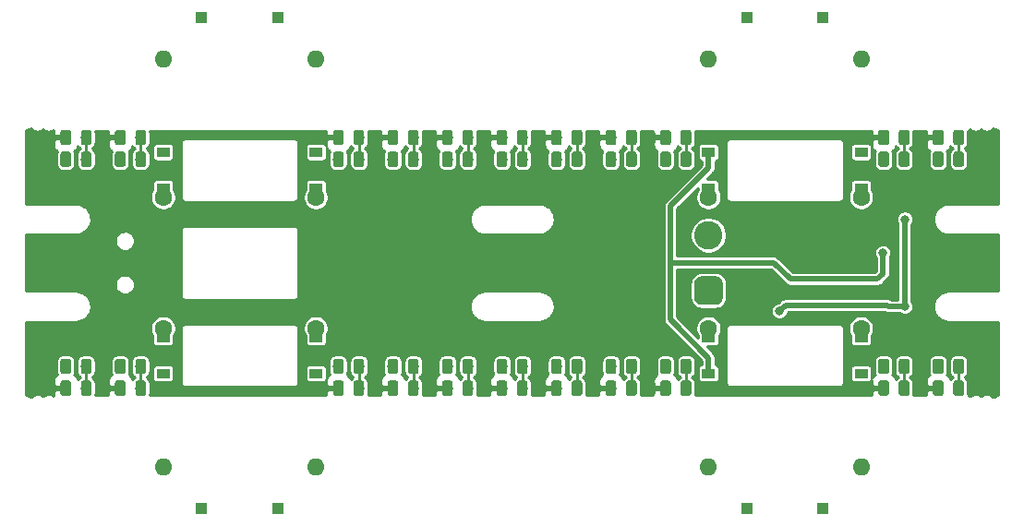
<source format=gbr>
G04 #@! TF.GenerationSoftware,KiCad,Pcbnew,(5.1.2)-2*
G04 #@! TF.CreationDate,2020-02-10T16:48:03+01:00*
G04 #@! TF.ProjectId,OpenHO_Engine,4f70656e-484f-45f4-956e-67696e652e6b,rev?*
G04 #@! TF.SameCoordinates,Original*
G04 #@! TF.FileFunction,Copper,L2,Bot*
G04 #@! TF.FilePolarity,Positive*
%FSLAX46Y46*%
G04 Gerber Fmt 4.6, Leading zero omitted, Abs format (unit mm)*
G04 Created by KiCad (PCBNEW (5.1.2)-2) date 2020-02-10 16:48:03*
%MOMM*%
%LPD*%
G04 APERTURE LIST*
%ADD10R,1.000000X1.000000*%
%ADD11C,0.100000*%
%ADD12C,0.975000*%
%ADD13O,1.600000X1.600000*%
%ADD14C,1.600000*%
%ADD15R,1.200000X0.900000*%
%ADD16C,2.600000*%
%ADD17C,0.800000*%
%ADD18C,0.500000*%
%ADD19C,0.250000*%
G04 APERTURE END LIST*
D10*
X96500000Y-55000000D03*
X103500000Y-55000000D03*
X146500000Y-55000000D03*
X153500000Y-55000000D03*
D11*
G36*
X166205142Y-67301174D02*
G01*
X166228803Y-67304684D01*
X166252007Y-67310496D01*
X166274529Y-67318554D01*
X166296153Y-67328782D01*
X166316670Y-67341079D01*
X166335883Y-67355329D01*
X166353607Y-67371393D01*
X166369671Y-67389117D01*
X166383921Y-67408330D01*
X166396218Y-67428847D01*
X166406446Y-67450471D01*
X166414504Y-67472993D01*
X166420316Y-67496197D01*
X166423826Y-67519858D01*
X166425000Y-67543750D01*
X166425000Y-68456250D01*
X166423826Y-68480142D01*
X166420316Y-68503803D01*
X166414504Y-68527007D01*
X166406446Y-68549529D01*
X166396218Y-68571153D01*
X166383921Y-68591670D01*
X166369671Y-68610883D01*
X166353607Y-68628607D01*
X166335883Y-68644671D01*
X166316670Y-68658921D01*
X166296153Y-68671218D01*
X166274529Y-68681446D01*
X166252007Y-68689504D01*
X166228803Y-68695316D01*
X166205142Y-68698826D01*
X166181250Y-68700000D01*
X165693750Y-68700000D01*
X165669858Y-68698826D01*
X165646197Y-68695316D01*
X165622993Y-68689504D01*
X165600471Y-68681446D01*
X165578847Y-68671218D01*
X165558330Y-68658921D01*
X165539117Y-68644671D01*
X165521393Y-68628607D01*
X165505329Y-68610883D01*
X165491079Y-68591670D01*
X165478782Y-68571153D01*
X165468554Y-68549529D01*
X165460496Y-68527007D01*
X165454684Y-68503803D01*
X165451174Y-68480142D01*
X165450000Y-68456250D01*
X165450000Y-67543750D01*
X165451174Y-67519858D01*
X165454684Y-67496197D01*
X165460496Y-67472993D01*
X165468554Y-67450471D01*
X165478782Y-67428847D01*
X165491079Y-67408330D01*
X165505329Y-67389117D01*
X165521393Y-67371393D01*
X165539117Y-67355329D01*
X165558330Y-67341079D01*
X165578847Y-67328782D01*
X165600471Y-67318554D01*
X165622993Y-67310496D01*
X165646197Y-67304684D01*
X165669858Y-67301174D01*
X165693750Y-67300000D01*
X166181250Y-67300000D01*
X166205142Y-67301174D01*
X166205142Y-67301174D01*
G37*
D12*
X165937500Y-68000000D03*
D11*
G36*
X164330142Y-67301174D02*
G01*
X164353803Y-67304684D01*
X164377007Y-67310496D01*
X164399529Y-67318554D01*
X164421153Y-67328782D01*
X164441670Y-67341079D01*
X164460883Y-67355329D01*
X164478607Y-67371393D01*
X164494671Y-67389117D01*
X164508921Y-67408330D01*
X164521218Y-67428847D01*
X164531446Y-67450471D01*
X164539504Y-67472993D01*
X164545316Y-67496197D01*
X164548826Y-67519858D01*
X164550000Y-67543750D01*
X164550000Y-68456250D01*
X164548826Y-68480142D01*
X164545316Y-68503803D01*
X164539504Y-68527007D01*
X164531446Y-68549529D01*
X164521218Y-68571153D01*
X164508921Y-68591670D01*
X164494671Y-68610883D01*
X164478607Y-68628607D01*
X164460883Y-68644671D01*
X164441670Y-68658921D01*
X164421153Y-68671218D01*
X164399529Y-68681446D01*
X164377007Y-68689504D01*
X164353803Y-68695316D01*
X164330142Y-68698826D01*
X164306250Y-68700000D01*
X163818750Y-68700000D01*
X163794858Y-68698826D01*
X163771197Y-68695316D01*
X163747993Y-68689504D01*
X163725471Y-68681446D01*
X163703847Y-68671218D01*
X163683330Y-68658921D01*
X163664117Y-68644671D01*
X163646393Y-68628607D01*
X163630329Y-68610883D01*
X163616079Y-68591670D01*
X163603782Y-68571153D01*
X163593554Y-68549529D01*
X163585496Y-68527007D01*
X163579684Y-68503803D01*
X163576174Y-68480142D01*
X163575000Y-68456250D01*
X163575000Y-67543750D01*
X163576174Y-67519858D01*
X163579684Y-67496197D01*
X163585496Y-67472993D01*
X163593554Y-67450471D01*
X163603782Y-67428847D01*
X163616079Y-67408330D01*
X163630329Y-67389117D01*
X163646393Y-67371393D01*
X163664117Y-67355329D01*
X163683330Y-67341079D01*
X163703847Y-67328782D01*
X163725471Y-67318554D01*
X163747993Y-67310496D01*
X163771197Y-67304684D01*
X163794858Y-67301174D01*
X163818750Y-67300000D01*
X164306250Y-67300000D01*
X164330142Y-67301174D01*
X164330142Y-67301174D01*
G37*
D12*
X164062500Y-68000000D03*
D11*
G36*
X161205142Y-67301174D02*
G01*
X161228803Y-67304684D01*
X161252007Y-67310496D01*
X161274529Y-67318554D01*
X161296153Y-67328782D01*
X161316670Y-67341079D01*
X161335883Y-67355329D01*
X161353607Y-67371393D01*
X161369671Y-67389117D01*
X161383921Y-67408330D01*
X161396218Y-67428847D01*
X161406446Y-67450471D01*
X161414504Y-67472993D01*
X161420316Y-67496197D01*
X161423826Y-67519858D01*
X161425000Y-67543750D01*
X161425000Y-68456250D01*
X161423826Y-68480142D01*
X161420316Y-68503803D01*
X161414504Y-68527007D01*
X161406446Y-68549529D01*
X161396218Y-68571153D01*
X161383921Y-68591670D01*
X161369671Y-68610883D01*
X161353607Y-68628607D01*
X161335883Y-68644671D01*
X161316670Y-68658921D01*
X161296153Y-68671218D01*
X161274529Y-68681446D01*
X161252007Y-68689504D01*
X161228803Y-68695316D01*
X161205142Y-68698826D01*
X161181250Y-68700000D01*
X160693750Y-68700000D01*
X160669858Y-68698826D01*
X160646197Y-68695316D01*
X160622993Y-68689504D01*
X160600471Y-68681446D01*
X160578847Y-68671218D01*
X160558330Y-68658921D01*
X160539117Y-68644671D01*
X160521393Y-68628607D01*
X160505329Y-68610883D01*
X160491079Y-68591670D01*
X160478782Y-68571153D01*
X160468554Y-68549529D01*
X160460496Y-68527007D01*
X160454684Y-68503803D01*
X160451174Y-68480142D01*
X160450000Y-68456250D01*
X160450000Y-67543750D01*
X160451174Y-67519858D01*
X160454684Y-67496197D01*
X160460496Y-67472993D01*
X160468554Y-67450471D01*
X160478782Y-67428847D01*
X160491079Y-67408330D01*
X160505329Y-67389117D01*
X160521393Y-67371393D01*
X160539117Y-67355329D01*
X160558330Y-67341079D01*
X160578847Y-67328782D01*
X160600471Y-67318554D01*
X160622993Y-67310496D01*
X160646197Y-67304684D01*
X160669858Y-67301174D01*
X160693750Y-67300000D01*
X161181250Y-67300000D01*
X161205142Y-67301174D01*
X161205142Y-67301174D01*
G37*
D12*
X160937500Y-68000000D03*
D11*
G36*
X159330142Y-67301174D02*
G01*
X159353803Y-67304684D01*
X159377007Y-67310496D01*
X159399529Y-67318554D01*
X159421153Y-67328782D01*
X159441670Y-67341079D01*
X159460883Y-67355329D01*
X159478607Y-67371393D01*
X159494671Y-67389117D01*
X159508921Y-67408330D01*
X159521218Y-67428847D01*
X159531446Y-67450471D01*
X159539504Y-67472993D01*
X159545316Y-67496197D01*
X159548826Y-67519858D01*
X159550000Y-67543750D01*
X159550000Y-68456250D01*
X159548826Y-68480142D01*
X159545316Y-68503803D01*
X159539504Y-68527007D01*
X159531446Y-68549529D01*
X159521218Y-68571153D01*
X159508921Y-68591670D01*
X159494671Y-68610883D01*
X159478607Y-68628607D01*
X159460883Y-68644671D01*
X159441670Y-68658921D01*
X159421153Y-68671218D01*
X159399529Y-68681446D01*
X159377007Y-68689504D01*
X159353803Y-68695316D01*
X159330142Y-68698826D01*
X159306250Y-68700000D01*
X158818750Y-68700000D01*
X158794858Y-68698826D01*
X158771197Y-68695316D01*
X158747993Y-68689504D01*
X158725471Y-68681446D01*
X158703847Y-68671218D01*
X158683330Y-68658921D01*
X158664117Y-68644671D01*
X158646393Y-68628607D01*
X158630329Y-68610883D01*
X158616079Y-68591670D01*
X158603782Y-68571153D01*
X158593554Y-68549529D01*
X158585496Y-68527007D01*
X158579684Y-68503803D01*
X158576174Y-68480142D01*
X158575000Y-68456250D01*
X158575000Y-67543750D01*
X158576174Y-67519858D01*
X158579684Y-67496197D01*
X158585496Y-67472993D01*
X158593554Y-67450471D01*
X158603782Y-67428847D01*
X158616079Y-67408330D01*
X158630329Y-67389117D01*
X158646393Y-67371393D01*
X158664117Y-67355329D01*
X158683330Y-67341079D01*
X158703847Y-67328782D01*
X158725471Y-67318554D01*
X158747993Y-67310496D01*
X158771197Y-67304684D01*
X158794858Y-67301174D01*
X158818750Y-67300000D01*
X159306250Y-67300000D01*
X159330142Y-67301174D01*
X159330142Y-67301174D01*
G37*
D12*
X159062500Y-68000000D03*
D13*
X157000000Y-58800000D03*
D14*
X157000000Y-71500000D03*
D13*
X143000000Y-58800000D03*
D14*
X143000000Y-71500000D03*
D11*
G36*
X141205142Y-67301174D02*
G01*
X141228803Y-67304684D01*
X141252007Y-67310496D01*
X141274529Y-67318554D01*
X141296153Y-67328782D01*
X141316670Y-67341079D01*
X141335883Y-67355329D01*
X141353607Y-67371393D01*
X141369671Y-67389117D01*
X141383921Y-67408330D01*
X141396218Y-67428847D01*
X141406446Y-67450471D01*
X141414504Y-67472993D01*
X141420316Y-67496197D01*
X141423826Y-67519858D01*
X141425000Y-67543750D01*
X141425000Y-68456250D01*
X141423826Y-68480142D01*
X141420316Y-68503803D01*
X141414504Y-68527007D01*
X141406446Y-68549529D01*
X141396218Y-68571153D01*
X141383921Y-68591670D01*
X141369671Y-68610883D01*
X141353607Y-68628607D01*
X141335883Y-68644671D01*
X141316670Y-68658921D01*
X141296153Y-68671218D01*
X141274529Y-68681446D01*
X141252007Y-68689504D01*
X141228803Y-68695316D01*
X141205142Y-68698826D01*
X141181250Y-68700000D01*
X140693750Y-68700000D01*
X140669858Y-68698826D01*
X140646197Y-68695316D01*
X140622993Y-68689504D01*
X140600471Y-68681446D01*
X140578847Y-68671218D01*
X140558330Y-68658921D01*
X140539117Y-68644671D01*
X140521393Y-68628607D01*
X140505329Y-68610883D01*
X140491079Y-68591670D01*
X140478782Y-68571153D01*
X140468554Y-68549529D01*
X140460496Y-68527007D01*
X140454684Y-68503803D01*
X140451174Y-68480142D01*
X140450000Y-68456250D01*
X140450000Y-67543750D01*
X140451174Y-67519858D01*
X140454684Y-67496197D01*
X140460496Y-67472993D01*
X140468554Y-67450471D01*
X140478782Y-67428847D01*
X140491079Y-67408330D01*
X140505329Y-67389117D01*
X140521393Y-67371393D01*
X140539117Y-67355329D01*
X140558330Y-67341079D01*
X140578847Y-67328782D01*
X140600471Y-67318554D01*
X140622993Y-67310496D01*
X140646197Y-67304684D01*
X140669858Y-67301174D01*
X140693750Y-67300000D01*
X141181250Y-67300000D01*
X141205142Y-67301174D01*
X141205142Y-67301174D01*
G37*
D12*
X140937500Y-68000000D03*
D11*
G36*
X139330142Y-67301174D02*
G01*
X139353803Y-67304684D01*
X139377007Y-67310496D01*
X139399529Y-67318554D01*
X139421153Y-67328782D01*
X139441670Y-67341079D01*
X139460883Y-67355329D01*
X139478607Y-67371393D01*
X139494671Y-67389117D01*
X139508921Y-67408330D01*
X139521218Y-67428847D01*
X139531446Y-67450471D01*
X139539504Y-67472993D01*
X139545316Y-67496197D01*
X139548826Y-67519858D01*
X139550000Y-67543750D01*
X139550000Y-68456250D01*
X139548826Y-68480142D01*
X139545316Y-68503803D01*
X139539504Y-68527007D01*
X139531446Y-68549529D01*
X139521218Y-68571153D01*
X139508921Y-68591670D01*
X139494671Y-68610883D01*
X139478607Y-68628607D01*
X139460883Y-68644671D01*
X139441670Y-68658921D01*
X139421153Y-68671218D01*
X139399529Y-68681446D01*
X139377007Y-68689504D01*
X139353803Y-68695316D01*
X139330142Y-68698826D01*
X139306250Y-68700000D01*
X138818750Y-68700000D01*
X138794858Y-68698826D01*
X138771197Y-68695316D01*
X138747993Y-68689504D01*
X138725471Y-68681446D01*
X138703847Y-68671218D01*
X138683330Y-68658921D01*
X138664117Y-68644671D01*
X138646393Y-68628607D01*
X138630329Y-68610883D01*
X138616079Y-68591670D01*
X138603782Y-68571153D01*
X138593554Y-68549529D01*
X138585496Y-68527007D01*
X138579684Y-68503803D01*
X138576174Y-68480142D01*
X138575000Y-68456250D01*
X138575000Y-67543750D01*
X138576174Y-67519858D01*
X138579684Y-67496197D01*
X138585496Y-67472993D01*
X138593554Y-67450471D01*
X138603782Y-67428847D01*
X138616079Y-67408330D01*
X138630329Y-67389117D01*
X138646393Y-67371393D01*
X138664117Y-67355329D01*
X138683330Y-67341079D01*
X138703847Y-67328782D01*
X138725471Y-67318554D01*
X138747993Y-67310496D01*
X138771197Y-67304684D01*
X138794858Y-67301174D01*
X138818750Y-67300000D01*
X139306250Y-67300000D01*
X139330142Y-67301174D01*
X139330142Y-67301174D01*
G37*
D12*
X139062500Y-68000000D03*
D11*
G36*
X136205142Y-67301174D02*
G01*
X136228803Y-67304684D01*
X136252007Y-67310496D01*
X136274529Y-67318554D01*
X136296153Y-67328782D01*
X136316670Y-67341079D01*
X136335883Y-67355329D01*
X136353607Y-67371393D01*
X136369671Y-67389117D01*
X136383921Y-67408330D01*
X136396218Y-67428847D01*
X136406446Y-67450471D01*
X136414504Y-67472993D01*
X136420316Y-67496197D01*
X136423826Y-67519858D01*
X136425000Y-67543750D01*
X136425000Y-68456250D01*
X136423826Y-68480142D01*
X136420316Y-68503803D01*
X136414504Y-68527007D01*
X136406446Y-68549529D01*
X136396218Y-68571153D01*
X136383921Y-68591670D01*
X136369671Y-68610883D01*
X136353607Y-68628607D01*
X136335883Y-68644671D01*
X136316670Y-68658921D01*
X136296153Y-68671218D01*
X136274529Y-68681446D01*
X136252007Y-68689504D01*
X136228803Y-68695316D01*
X136205142Y-68698826D01*
X136181250Y-68700000D01*
X135693750Y-68700000D01*
X135669858Y-68698826D01*
X135646197Y-68695316D01*
X135622993Y-68689504D01*
X135600471Y-68681446D01*
X135578847Y-68671218D01*
X135558330Y-68658921D01*
X135539117Y-68644671D01*
X135521393Y-68628607D01*
X135505329Y-68610883D01*
X135491079Y-68591670D01*
X135478782Y-68571153D01*
X135468554Y-68549529D01*
X135460496Y-68527007D01*
X135454684Y-68503803D01*
X135451174Y-68480142D01*
X135450000Y-68456250D01*
X135450000Y-67543750D01*
X135451174Y-67519858D01*
X135454684Y-67496197D01*
X135460496Y-67472993D01*
X135468554Y-67450471D01*
X135478782Y-67428847D01*
X135491079Y-67408330D01*
X135505329Y-67389117D01*
X135521393Y-67371393D01*
X135539117Y-67355329D01*
X135558330Y-67341079D01*
X135578847Y-67328782D01*
X135600471Y-67318554D01*
X135622993Y-67310496D01*
X135646197Y-67304684D01*
X135669858Y-67301174D01*
X135693750Y-67300000D01*
X136181250Y-67300000D01*
X136205142Y-67301174D01*
X136205142Y-67301174D01*
G37*
D12*
X135937500Y-68000000D03*
D11*
G36*
X134330142Y-67301174D02*
G01*
X134353803Y-67304684D01*
X134377007Y-67310496D01*
X134399529Y-67318554D01*
X134421153Y-67328782D01*
X134441670Y-67341079D01*
X134460883Y-67355329D01*
X134478607Y-67371393D01*
X134494671Y-67389117D01*
X134508921Y-67408330D01*
X134521218Y-67428847D01*
X134531446Y-67450471D01*
X134539504Y-67472993D01*
X134545316Y-67496197D01*
X134548826Y-67519858D01*
X134550000Y-67543750D01*
X134550000Y-68456250D01*
X134548826Y-68480142D01*
X134545316Y-68503803D01*
X134539504Y-68527007D01*
X134531446Y-68549529D01*
X134521218Y-68571153D01*
X134508921Y-68591670D01*
X134494671Y-68610883D01*
X134478607Y-68628607D01*
X134460883Y-68644671D01*
X134441670Y-68658921D01*
X134421153Y-68671218D01*
X134399529Y-68681446D01*
X134377007Y-68689504D01*
X134353803Y-68695316D01*
X134330142Y-68698826D01*
X134306250Y-68700000D01*
X133818750Y-68700000D01*
X133794858Y-68698826D01*
X133771197Y-68695316D01*
X133747993Y-68689504D01*
X133725471Y-68681446D01*
X133703847Y-68671218D01*
X133683330Y-68658921D01*
X133664117Y-68644671D01*
X133646393Y-68628607D01*
X133630329Y-68610883D01*
X133616079Y-68591670D01*
X133603782Y-68571153D01*
X133593554Y-68549529D01*
X133585496Y-68527007D01*
X133579684Y-68503803D01*
X133576174Y-68480142D01*
X133575000Y-68456250D01*
X133575000Y-67543750D01*
X133576174Y-67519858D01*
X133579684Y-67496197D01*
X133585496Y-67472993D01*
X133593554Y-67450471D01*
X133603782Y-67428847D01*
X133616079Y-67408330D01*
X133630329Y-67389117D01*
X133646393Y-67371393D01*
X133664117Y-67355329D01*
X133683330Y-67341079D01*
X133703847Y-67328782D01*
X133725471Y-67318554D01*
X133747993Y-67310496D01*
X133771197Y-67304684D01*
X133794858Y-67301174D01*
X133818750Y-67300000D01*
X134306250Y-67300000D01*
X134330142Y-67301174D01*
X134330142Y-67301174D01*
G37*
D12*
X134062500Y-68000000D03*
D11*
G36*
X131205142Y-67301174D02*
G01*
X131228803Y-67304684D01*
X131252007Y-67310496D01*
X131274529Y-67318554D01*
X131296153Y-67328782D01*
X131316670Y-67341079D01*
X131335883Y-67355329D01*
X131353607Y-67371393D01*
X131369671Y-67389117D01*
X131383921Y-67408330D01*
X131396218Y-67428847D01*
X131406446Y-67450471D01*
X131414504Y-67472993D01*
X131420316Y-67496197D01*
X131423826Y-67519858D01*
X131425000Y-67543750D01*
X131425000Y-68456250D01*
X131423826Y-68480142D01*
X131420316Y-68503803D01*
X131414504Y-68527007D01*
X131406446Y-68549529D01*
X131396218Y-68571153D01*
X131383921Y-68591670D01*
X131369671Y-68610883D01*
X131353607Y-68628607D01*
X131335883Y-68644671D01*
X131316670Y-68658921D01*
X131296153Y-68671218D01*
X131274529Y-68681446D01*
X131252007Y-68689504D01*
X131228803Y-68695316D01*
X131205142Y-68698826D01*
X131181250Y-68700000D01*
X130693750Y-68700000D01*
X130669858Y-68698826D01*
X130646197Y-68695316D01*
X130622993Y-68689504D01*
X130600471Y-68681446D01*
X130578847Y-68671218D01*
X130558330Y-68658921D01*
X130539117Y-68644671D01*
X130521393Y-68628607D01*
X130505329Y-68610883D01*
X130491079Y-68591670D01*
X130478782Y-68571153D01*
X130468554Y-68549529D01*
X130460496Y-68527007D01*
X130454684Y-68503803D01*
X130451174Y-68480142D01*
X130450000Y-68456250D01*
X130450000Y-67543750D01*
X130451174Y-67519858D01*
X130454684Y-67496197D01*
X130460496Y-67472993D01*
X130468554Y-67450471D01*
X130478782Y-67428847D01*
X130491079Y-67408330D01*
X130505329Y-67389117D01*
X130521393Y-67371393D01*
X130539117Y-67355329D01*
X130558330Y-67341079D01*
X130578847Y-67328782D01*
X130600471Y-67318554D01*
X130622993Y-67310496D01*
X130646197Y-67304684D01*
X130669858Y-67301174D01*
X130693750Y-67300000D01*
X131181250Y-67300000D01*
X131205142Y-67301174D01*
X131205142Y-67301174D01*
G37*
D12*
X130937500Y-68000000D03*
D11*
G36*
X129330142Y-67301174D02*
G01*
X129353803Y-67304684D01*
X129377007Y-67310496D01*
X129399529Y-67318554D01*
X129421153Y-67328782D01*
X129441670Y-67341079D01*
X129460883Y-67355329D01*
X129478607Y-67371393D01*
X129494671Y-67389117D01*
X129508921Y-67408330D01*
X129521218Y-67428847D01*
X129531446Y-67450471D01*
X129539504Y-67472993D01*
X129545316Y-67496197D01*
X129548826Y-67519858D01*
X129550000Y-67543750D01*
X129550000Y-68456250D01*
X129548826Y-68480142D01*
X129545316Y-68503803D01*
X129539504Y-68527007D01*
X129531446Y-68549529D01*
X129521218Y-68571153D01*
X129508921Y-68591670D01*
X129494671Y-68610883D01*
X129478607Y-68628607D01*
X129460883Y-68644671D01*
X129441670Y-68658921D01*
X129421153Y-68671218D01*
X129399529Y-68681446D01*
X129377007Y-68689504D01*
X129353803Y-68695316D01*
X129330142Y-68698826D01*
X129306250Y-68700000D01*
X128818750Y-68700000D01*
X128794858Y-68698826D01*
X128771197Y-68695316D01*
X128747993Y-68689504D01*
X128725471Y-68681446D01*
X128703847Y-68671218D01*
X128683330Y-68658921D01*
X128664117Y-68644671D01*
X128646393Y-68628607D01*
X128630329Y-68610883D01*
X128616079Y-68591670D01*
X128603782Y-68571153D01*
X128593554Y-68549529D01*
X128585496Y-68527007D01*
X128579684Y-68503803D01*
X128576174Y-68480142D01*
X128575000Y-68456250D01*
X128575000Y-67543750D01*
X128576174Y-67519858D01*
X128579684Y-67496197D01*
X128585496Y-67472993D01*
X128593554Y-67450471D01*
X128603782Y-67428847D01*
X128616079Y-67408330D01*
X128630329Y-67389117D01*
X128646393Y-67371393D01*
X128664117Y-67355329D01*
X128683330Y-67341079D01*
X128703847Y-67328782D01*
X128725471Y-67318554D01*
X128747993Y-67310496D01*
X128771197Y-67304684D01*
X128794858Y-67301174D01*
X128818750Y-67300000D01*
X129306250Y-67300000D01*
X129330142Y-67301174D01*
X129330142Y-67301174D01*
G37*
D12*
X129062500Y-68000000D03*
D11*
G36*
X126205142Y-67301174D02*
G01*
X126228803Y-67304684D01*
X126252007Y-67310496D01*
X126274529Y-67318554D01*
X126296153Y-67328782D01*
X126316670Y-67341079D01*
X126335883Y-67355329D01*
X126353607Y-67371393D01*
X126369671Y-67389117D01*
X126383921Y-67408330D01*
X126396218Y-67428847D01*
X126406446Y-67450471D01*
X126414504Y-67472993D01*
X126420316Y-67496197D01*
X126423826Y-67519858D01*
X126425000Y-67543750D01*
X126425000Y-68456250D01*
X126423826Y-68480142D01*
X126420316Y-68503803D01*
X126414504Y-68527007D01*
X126406446Y-68549529D01*
X126396218Y-68571153D01*
X126383921Y-68591670D01*
X126369671Y-68610883D01*
X126353607Y-68628607D01*
X126335883Y-68644671D01*
X126316670Y-68658921D01*
X126296153Y-68671218D01*
X126274529Y-68681446D01*
X126252007Y-68689504D01*
X126228803Y-68695316D01*
X126205142Y-68698826D01*
X126181250Y-68700000D01*
X125693750Y-68700000D01*
X125669858Y-68698826D01*
X125646197Y-68695316D01*
X125622993Y-68689504D01*
X125600471Y-68681446D01*
X125578847Y-68671218D01*
X125558330Y-68658921D01*
X125539117Y-68644671D01*
X125521393Y-68628607D01*
X125505329Y-68610883D01*
X125491079Y-68591670D01*
X125478782Y-68571153D01*
X125468554Y-68549529D01*
X125460496Y-68527007D01*
X125454684Y-68503803D01*
X125451174Y-68480142D01*
X125450000Y-68456250D01*
X125450000Y-67543750D01*
X125451174Y-67519858D01*
X125454684Y-67496197D01*
X125460496Y-67472993D01*
X125468554Y-67450471D01*
X125478782Y-67428847D01*
X125491079Y-67408330D01*
X125505329Y-67389117D01*
X125521393Y-67371393D01*
X125539117Y-67355329D01*
X125558330Y-67341079D01*
X125578847Y-67328782D01*
X125600471Y-67318554D01*
X125622993Y-67310496D01*
X125646197Y-67304684D01*
X125669858Y-67301174D01*
X125693750Y-67300000D01*
X126181250Y-67300000D01*
X126205142Y-67301174D01*
X126205142Y-67301174D01*
G37*
D12*
X125937500Y-68000000D03*
D11*
G36*
X124330142Y-67301174D02*
G01*
X124353803Y-67304684D01*
X124377007Y-67310496D01*
X124399529Y-67318554D01*
X124421153Y-67328782D01*
X124441670Y-67341079D01*
X124460883Y-67355329D01*
X124478607Y-67371393D01*
X124494671Y-67389117D01*
X124508921Y-67408330D01*
X124521218Y-67428847D01*
X124531446Y-67450471D01*
X124539504Y-67472993D01*
X124545316Y-67496197D01*
X124548826Y-67519858D01*
X124550000Y-67543750D01*
X124550000Y-68456250D01*
X124548826Y-68480142D01*
X124545316Y-68503803D01*
X124539504Y-68527007D01*
X124531446Y-68549529D01*
X124521218Y-68571153D01*
X124508921Y-68591670D01*
X124494671Y-68610883D01*
X124478607Y-68628607D01*
X124460883Y-68644671D01*
X124441670Y-68658921D01*
X124421153Y-68671218D01*
X124399529Y-68681446D01*
X124377007Y-68689504D01*
X124353803Y-68695316D01*
X124330142Y-68698826D01*
X124306250Y-68700000D01*
X123818750Y-68700000D01*
X123794858Y-68698826D01*
X123771197Y-68695316D01*
X123747993Y-68689504D01*
X123725471Y-68681446D01*
X123703847Y-68671218D01*
X123683330Y-68658921D01*
X123664117Y-68644671D01*
X123646393Y-68628607D01*
X123630329Y-68610883D01*
X123616079Y-68591670D01*
X123603782Y-68571153D01*
X123593554Y-68549529D01*
X123585496Y-68527007D01*
X123579684Y-68503803D01*
X123576174Y-68480142D01*
X123575000Y-68456250D01*
X123575000Y-67543750D01*
X123576174Y-67519858D01*
X123579684Y-67496197D01*
X123585496Y-67472993D01*
X123593554Y-67450471D01*
X123603782Y-67428847D01*
X123616079Y-67408330D01*
X123630329Y-67389117D01*
X123646393Y-67371393D01*
X123664117Y-67355329D01*
X123683330Y-67341079D01*
X123703847Y-67328782D01*
X123725471Y-67318554D01*
X123747993Y-67310496D01*
X123771197Y-67304684D01*
X123794858Y-67301174D01*
X123818750Y-67300000D01*
X124306250Y-67300000D01*
X124330142Y-67301174D01*
X124330142Y-67301174D01*
G37*
D12*
X124062500Y-68000000D03*
D11*
G36*
X121205142Y-67301174D02*
G01*
X121228803Y-67304684D01*
X121252007Y-67310496D01*
X121274529Y-67318554D01*
X121296153Y-67328782D01*
X121316670Y-67341079D01*
X121335883Y-67355329D01*
X121353607Y-67371393D01*
X121369671Y-67389117D01*
X121383921Y-67408330D01*
X121396218Y-67428847D01*
X121406446Y-67450471D01*
X121414504Y-67472993D01*
X121420316Y-67496197D01*
X121423826Y-67519858D01*
X121425000Y-67543750D01*
X121425000Y-68456250D01*
X121423826Y-68480142D01*
X121420316Y-68503803D01*
X121414504Y-68527007D01*
X121406446Y-68549529D01*
X121396218Y-68571153D01*
X121383921Y-68591670D01*
X121369671Y-68610883D01*
X121353607Y-68628607D01*
X121335883Y-68644671D01*
X121316670Y-68658921D01*
X121296153Y-68671218D01*
X121274529Y-68681446D01*
X121252007Y-68689504D01*
X121228803Y-68695316D01*
X121205142Y-68698826D01*
X121181250Y-68700000D01*
X120693750Y-68700000D01*
X120669858Y-68698826D01*
X120646197Y-68695316D01*
X120622993Y-68689504D01*
X120600471Y-68681446D01*
X120578847Y-68671218D01*
X120558330Y-68658921D01*
X120539117Y-68644671D01*
X120521393Y-68628607D01*
X120505329Y-68610883D01*
X120491079Y-68591670D01*
X120478782Y-68571153D01*
X120468554Y-68549529D01*
X120460496Y-68527007D01*
X120454684Y-68503803D01*
X120451174Y-68480142D01*
X120450000Y-68456250D01*
X120450000Y-67543750D01*
X120451174Y-67519858D01*
X120454684Y-67496197D01*
X120460496Y-67472993D01*
X120468554Y-67450471D01*
X120478782Y-67428847D01*
X120491079Y-67408330D01*
X120505329Y-67389117D01*
X120521393Y-67371393D01*
X120539117Y-67355329D01*
X120558330Y-67341079D01*
X120578847Y-67328782D01*
X120600471Y-67318554D01*
X120622993Y-67310496D01*
X120646197Y-67304684D01*
X120669858Y-67301174D01*
X120693750Y-67300000D01*
X121181250Y-67300000D01*
X121205142Y-67301174D01*
X121205142Y-67301174D01*
G37*
D12*
X120937500Y-68000000D03*
D11*
G36*
X119330142Y-67301174D02*
G01*
X119353803Y-67304684D01*
X119377007Y-67310496D01*
X119399529Y-67318554D01*
X119421153Y-67328782D01*
X119441670Y-67341079D01*
X119460883Y-67355329D01*
X119478607Y-67371393D01*
X119494671Y-67389117D01*
X119508921Y-67408330D01*
X119521218Y-67428847D01*
X119531446Y-67450471D01*
X119539504Y-67472993D01*
X119545316Y-67496197D01*
X119548826Y-67519858D01*
X119550000Y-67543750D01*
X119550000Y-68456250D01*
X119548826Y-68480142D01*
X119545316Y-68503803D01*
X119539504Y-68527007D01*
X119531446Y-68549529D01*
X119521218Y-68571153D01*
X119508921Y-68591670D01*
X119494671Y-68610883D01*
X119478607Y-68628607D01*
X119460883Y-68644671D01*
X119441670Y-68658921D01*
X119421153Y-68671218D01*
X119399529Y-68681446D01*
X119377007Y-68689504D01*
X119353803Y-68695316D01*
X119330142Y-68698826D01*
X119306250Y-68700000D01*
X118818750Y-68700000D01*
X118794858Y-68698826D01*
X118771197Y-68695316D01*
X118747993Y-68689504D01*
X118725471Y-68681446D01*
X118703847Y-68671218D01*
X118683330Y-68658921D01*
X118664117Y-68644671D01*
X118646393Y-68628607D01*
X118630329Y-68610883D01*
X118616079Y-68591670D01*
X118603782Y-68571153D01*
X118593554Y-68549529D01*
X118585496Y-68527007D01*
X118579684Y-68503803D01*
X118576174Y-68480142D01*
X118575000Y-68456250D01*
X118575000Y-67543750D01*
X118576174Y-67519858D01*
X118579684Y-67496197D01*
X118585496Y-67472993D01*
X118593554Y-67450471D01*
X118603782Y-67428847D01*
X118616079Y-67408330D01*
X118630329Y-67389117D01*
X118646393Y-67371393D01*
X118664117Y-67355329D01*
X118683330Y-67341079D01*
X118703847Y-67328782D01*
X118725471Y-67318554D01*
X118747993Y-67310496D01*
X118771197Y-67304684D01*
X118794858Y-67301174D01*
X118818750Y-67300000D01*
X119306250Y-67300000D01*
X119330142Y-67301174D01*
X119330142Y-67301174D01*
G37*
D12*
X119062500Y-68000000D03*
D11*
G36*
X116205142Y-67301174D02*
G01*
X116228803Y-67304684D01*
X116252007Y-67310496D01*
X116274529Y-67318554D01*
X116296153Y-67328782D01*
X116316670Y-67341079D01*
X116335883Y-67355329D01*
X116353607Y-67371393D01*
X116369671Y-67389117D01*
X116383921Y-67408330D01*
X116396218Y-67428847D01*
X116406446Y-67450471D01*
X116414504Y-67472993D01*
X116420316Y-67496197D01*
X116423826Y-67519858D01*
X116425000Y-67543750D01*
X116425000Y-68456250D01*
X116423826Y-68480142D01*
X116420316Y-68503803D01*
X116414504Y-68527007D01*
X116406446Y-68549529D01*
X116396218Y-68571153D01*
X116383921Y-68591670D01*
X116369671Y-68610883D01*
X116353607Y-68628607D01*
X116335883Y-68644671D01*
X116316670Y-68658921D01*
X116296153Y-68671218D01*
X116274529Y-68681446D01*
X116252007Y-68689504D01*
X116228803Y-68695316D01*
X116205142Y-68698826D01*
X116181250Y-68700000D01*
X115693750Y-68700000D01*
X115669858Y-68698826D01*
X115646197Y-68695316D01*
X115622993Y-68689504D01*
X115600471Y-68681446D01*
X115578847Y-68671218D01*
X115558330Y-68658921D01*
X115539117Y-68644671D01*
X115521393Y-68628607D01*
X115505329Y-68610883D01*
X115491079Y-68591670D01*
X115478782Y-68571153D01*
X115468554Y-68549529D01*
X115460496Y-68527007D01*
X115454684Y-68503803D01*
X115451174Y-68480142D01*
X115450000Y-68456250D01*
X115450000Y-67543750D01*
X115451174Y-67519858D01*
X115454684Y-67496197D01*
X115460496Y-67472993D01*
X115468554Y-67450471D01*
X115478782Y-67428847D01*
X115491079Y-67408330D01*
X115505329Y-67389117D01*
X115521393Y-67371393D01*
X115539117Y-67355329D01*
X115558330Y-67341079D01*
X115578847Y-67328782D01*
X115600471Y-67318554D01*
X115622993Y-67310496D01*
X115646197Y-67304684D01*
X115669858Y-67301174D01*
X115693750Y-67300000D01*
X116181250Y-67300000D01*
X116205142Y-67301174D01*
X116205142Y-67301174D01*
G37*
D12*
X115937500Y-68000000D03*
D11*
G36*
X114330142Y-67301174D02*
G01*
X114353803Y-67304684D01*
X114377007Y-67310496D01*
X114399529Y-67318554D01*
X114421153Y-67328782D01*
X114441670Y-67341079D01*
X114460883Y-67355329D01*
X114478607Y-67371393D01*
X114494671Y-67389117D01*
X114508921Y-67408330D01*
X114521218Y-67428847D01*
X114531446Y-67450471D01*
X114539504Y-67472993D01*
X114545316Y-67496197D01*
X114548826Y-67519858D01*
X114550000Y-67543750D01*
X114550000Y-68456250D01*
X114548826Y-68480142D01*
X114545316Y-68503803D01*
X114539504Y-68527007D01*
X114531446Y-68549529D01*
X114521218Y-68571153D01*
X114508921Y-68591670D01*
X114494671Y-68610883D01*
X114478607Y-68628607D01*
X114460883Y-68644671D01*
X114441670Y-68658921D01*
X114421153Y-68671218D01*
X114399529Y-68681446D01*
X114377007Y-68689504D01*
X114353803Y-68695316D01*
X114330142Y-68698826D01*
X114306250Y-68700000D01*
X113818750Y-68700000D01*
X113794858Y-68698826D01*
X113771197Y-68695316D01*
X113747993Y-68689504D01*
X113725471Y-68681446D01*
X113703847Y-68671218D01*
X113683330Y-68658921D01*
X113664117Y-68644671D01*
X113646393Y-68628607D01*
X113630329Y-68610883D01*
X113616079Y-68591670D01*
X113603782Y-68571153D01*
X113593554Y-68549529D01*
X113585496Y-68527007D01*
X113579684Y-68503803D01*
X113576174Y-68480142D01*
X113575000Y-68456250D01*
X113575000Y-67543750D01*
X113576174Y-67519858D01*
X113579684Y-67496197D01*
X113585496Y-67472993D01*
X113593554Y-67450471D01*
X113603782Y-67428847D01*
X113616079Y-67408330D01*
X113630329Y-67389117D01*
X113646393Y-67371393D01*
X113664117Y-67355329D01*
X113683330Y-67341079D01*
X113703847Y-67328782D01*
X113725471Y-67318554D01*
X113747993Y-67310496D01*
X113771197Y-67304684D01*
X113794858Y-67301174D01*
X113818750Y-67300000D01*
X114306250Y-67300000D01*
X114330142Y-67301174D01*
X114330142Y-67301174D01*
G37*
D12*
X114062500Y-68000000D03*
D11*
G36*
X111205142Y-67301174D02*
G01*
X111228803Y-67304684D01*
X111252007Y-67310496D01*
X111274529Y-67318554D01*
X111296153Y-67328782D01*
X111316670Y-67341079D01*
X111335883Y-67355329D01*
X111353607Y-67371393D01*
X111369671Y-67389117D01*
X111383921Y-67408330D01*
X111396218Y-67428847D01*
X111406446Y-67450471D01*
X111414504Y-67472993D01*
X111420316Y-67496197D01*
X111423826Y-67519858D01*
X111425000Y-67543750D01*
X111425000Y-68456250D01*
X111423826Y-68480142D01*
X111420316Y-68503803D01*
X111414504Y-68527007D01*
X111406446Y-68549529D01*
X111396218Y-68571153D01*
X111383921Y-68591670D01*
X111369671Y-68610883D01*
X111353607Y-68628607D01*
X111335883Y-68644671D01*
X111316670Y-68658921D01*
X111296153Y-68671218D01*
X111274529Y-68681446D01*
X111252007Y-68689504D01*
X111228803Y-68695316D01*
X111205142Y-68698826D01*
X111181250Y-68700000D01*
X110693750Y-68700000D01*
X110669858Y-68698826D01*
X110646197Y-68695316D01*
X110622993Y-68689504D01*
X110600471Y-68681446D01*
X110578847Y-68671218D01*
X110558330Y-68658921D01*
X110539117Y-68644671D01*
X110521393Y-68628607D01*
X110505329Y-68610883D01*
X110491079Y-68591670D01*
X110478782Y-68571153D01*
X110468554Y-68549529D01*
X110460496Y-68527007D01*
X110454684Y-68503803D01*
X110451174Y-68480142D01*
X110450000Y-68456250D01*
X110450000Y-67543750D01*
X110451174Y-67519858D01*
X110454684Y-67496197D01*
X110460496Y-67472993D01*
X110468554Y-67450471D01*
X110478782Y-67428847D01*
X110491079Y-67408330D01*
X110505329Y-67389117D01*
X110521393Y-67371393D01*
X110539117Y-67355329D01*
X110558330Y-67341079D01*
X110578847Y-67328782D01*
X110600471Y-67318554D01*
X110622993Y-67310496D01*
X110646197Y-67304684D01*
X110669858Y-67301174D01*
X110693750Y-67300000D01*
X111181250Y-67300000D01*
X111205142Y-67301174D01*
X111205142Y-67301174D01*
G37*
D12*
X110937500Y-68000000D03*
D11*
G36*
X109330142Y-67301174D02*
G01*
X109353803Y-67304684D01*
X109377007Y-67310496D01*
X109399529Y-67318554D01*
X109421153Y-67328782D01*
X109441670Y-67341079D01*
X109460883Y-67355329D01*
X109478607Y-67371393D01*
X109494671Y-67389117D01*
X109508921Y-67408330D01*
X109521218Y-67428847D01*
X109531446Y-67450471D01*
X109539504Y-67472993D01*
X109545316Y-67496197D01*
X109548826Y-67519858D01*
X109550000Y-67543750D01*
X109550000Y-68456250D01*
X109548826Y-68480142D01*
X109545316Y-68503803D01*
X109539504Y-68527007D01*
X109531446Y-68549529D01*
X109521218Y-68571153D01*
X109508921Y-68591670D01*
X109494671Y-68610883D01*
X109478607Y-68628607D01*
X109460883Y-68644671D01*
X109441670Y-68658921D01*
X109421153Y-68671218D01*
X109399529Y-68681446D01*
X109377007Y-68689504D01*
X109353803Y-68695316D01*
X109330142Y-68698826D01*
X109306250Y-68700000D01*
X108818750Y-68700000D01*
X108794858Y-68698826D01*
X108771197Y-68695316D01*
X108747993Y-68689504D01*
X108725471Y-68681446D01*
X108703847Y-68671218D01*
X108683330Y-68658921D01*
X108664117Y-68644671D01*
X108646393Y-68628607D01*
X108630329Y-68610883D01*
X108616079Y-68591670D01*
X108603782Y-68571153D01*
X108593554Y-68549529D01*
X108585496Y-68527007D01*
X108579684Y-68503803D01*
X108576174Y-68480142D01*
X108575000Y-68456250D01*
X108575000Y-67543750D01*
X108576174Y-67519858D01*
X108579684Y-67496197D01*
X108585496Y-67472993D01*
X108593554Y-67450471D01*
X108603782Y-67428847D01*
X108616079Y-67408330D01*
X108630329Y-67389117D01*
X108646393Y-67371393D01*
X108664117Y-67355329D01*
X108683330Y-67341079D01*
X108703847Y-67328782D01*
X108725471Y-67318554D01*
X108747993Y-67310496D01*
X108771197Y-67304684D01*
X108794858Y-67301174D01*
X108818750Y-67300000D01*
X109306250Y-67300000D01*
X109330142Y-67301174D01*
X109330142Y-67301174D01*
G37*
D12*
X109062500Y-68000000D03*
D13*
X107000000Y-58800000D03*
D14*
X107000000Y-71500000D03*
D13*
X93000000Y-58800000D03*
D14*
X93000000Y-71500000D03*
D11*
G36*
X91205142Y-67301174D02*
G01*
X91228803Y-67304684D01*
X91252007Y-67310496D01*
X91274529Y-67318554D01*
X91296153Y-67328782D01*
X91316670Y-67341079D01*
X91335883Y-67355329D01*
X91353607Y-67371393D01*
X91369671Y-67389117D01*
X91383921Y-67408330D01*
X91396218Y-67428847D01*
X91406446Y-67450471D01*
X91414504Y-67472993D01*
X91420316Y-67496197D01*
X91423826Y-67519858D01*
X91425000Y-67543750D01*
X91425000Y-68456250D01*
X91423826Y-68480142D01*
X91420316Y-68503803D01*
X91414504Y-68527007D01*
X91406446Y-68549529D01*
X91396218Y-68571153D01*
X91383921Y-68591670D01*
X91369671Y-68610883D01*
X91353607Y-68628607D01*
X91335883Y-68644671D01*
X91316670Y-68658921D01*
X91296153Y-68671218D01*
X91274529Y-68681446D01*
X91252007Y-68689504D01*
X91228803Y-68695316D01*
X91205142Y-68698826D01*
X91181250Y-68700000D01*
X90693750Y-68700000D01*
X90669858Y-68698826D01*
X90646197Y-68695316D01*
X90622993Y-68689504D01*
X90600471Y-68681446D01*
X90578847Y-68671218D01*
X90558330Y-68658921D01*
X90539117Y-68644671D01*
X90521393Y-68628607D01*
X90505329Y-68610883D01*
X90491079Y-68591670D01*
X90478782Y-68571153D01*
X90468554Y-68549529D01*
X90460496Y-68527007D01*
X90454684Y-68503803D01*
X90451174Y-68480142D01*
X90450000Y-68456250D01*
X90450000Y-67543750D01*
X90451174Y-67519858D01*
X90454684Y-67496197D01*
X90460496Y-67472993D01*
X90468554Y-67450471D01*
X90478782Y-67428847D01*
X90491079Y-67408330D01*
X90505329Y-67389117D01*
X90521393Y-67371393D01*
X90539117Y-67355329D01*
X90558330Y-67341079D01*
X90578847Y-67328782D01*
X90600471Y-67318554D01*
X90622993Y-67310496D01*
X90646197Y-67304684D01*
X90669858Y-67301174D01*
X90693750Y-67300000D01*
X91181250Y-67300000D01*
X91205142Y-67301174D01*
X91205142Y-67301174D01*
G37*
D12*
X90937500Y-68000000D03*
D11*
G36*
X89330142Y-67301174D02*
G01*
X89353803Y-67304684D01*
X89377007Y-67310496D01*
X89399529Y-67318554D01*
X89421153Y-67328782D01*
X89441670Y-67341079D01*
X89460883Y-67355329D01*
X89478607Y-67371393D01*
X89494671Y-67389117D01*
X89508921Y-67408330D01*
X89521218Y-67428847D01*
X89531446Y-67450471D01*
X89539504Y-67472993D01*
X89545316Y-67496197D01*
X89548826Y-67519858D01*
X89550000Y-67543750D01*
X89550000Y-68456250D01*
X89548826Y-68480142D01*
X89545316Y-68503803D01*
X89539504Y-68527007D01*
X89531446Y-68549529D01*
X89521218Y-68571153D01*
X89508921Y-68591670D01*
X89494671Y-68610883D01*
X89478607Y-68628607D01*
X89460883Y-68644671D01*
X89441670Y-68658921D01*
X89421153Y-68671218D01*
X89399529Y-68681446D01*
X89377007Y-68689504D01*
X89353803Y-68695316D01*
X89330142Y-68698826D01*
X89306250Y-68700000D01*
X88818750Y-68700000D01*
X88794858Y-68698826D01*
X88771197Y-68695316D01*
X88747993Y-68689504D01*
X88725471Y-68681446D01*
X88703847Y-68671218D01*
X88683330Y-68658921D01*
X88664117Y-68644671D01*
X88646393Y-68628607D01*
X88630329Y-68610883D01*
X88616079Y-68591670D01*
X88603782Y-68571153D01*
X88593554Y-68549529D01*
X88585496Y-68527007D01*
X88579684Y-68503803D01*
X88576174Y-68480142D01*
X88575000Y-68456250D01*
X88575000Y-67543750D01*
X88576174Y-67519858D01*
X88579684Y-67496197D01*
X88585496Y-67472993D01*
X88593554Y-67450471D01*
X88603782Y-67428847D01*
X88616079Y-67408330D01*
X88630329Y-67389117D01*
X88646393Y-67371393D01*
X88664117Y-67355329D01*
X88683330Y-67341079D01*
X88703847Y-67328782D01*
X88725471Y-67318554D01*
X88747993Y-67310496D01*
X88771197Y-67304684D01*
X88794858Y-67301174D01*
X88818750Y-67300000D01*
X89306250Y-67300000D01*
X89330142Y-67301174D01*
X89330142Y-67301174D01*
G37*
D12*
X89062500Y-68000000D03*
D11*
G36*
X86205142Y-67301174D02*
G01*
X86228803Y-67304684D01*
X86252007Y-67310496D01*
X86274529Y-67318554D01*
X86296153Y-67328782D01*
X86316670Y-67341079D01*
X86335883Y-67355329D01*
X86353607Y-67371393D01*
X86369671Y-67389117D01*
X86383921Y-67408330D01*
X86396218Y-67428847D01*
X86406446Y-67450471D01*
X86414504Y-67472993D01*
X86420316Y-67496197D01*
X86423826Y-67519858D01*
X86425000Y-67543750D01*
X86425000Y-68456250D01*
X86423826Y-68480142D01*
X86420316Y-68503803D01*
X86414504Y-68527007D01*
X86406446Y-68549529D01*
X86396218Y-68571153D01*
X86383921Y-68591670D01*
X86369671Y-68610883D01*
X86353607Y-68628607D01*
X86335883Y-68644671D01*
X86316670Y-68658921D01*
X86296153Y-68671218D01*
X86274529Y-68681446D01*
X86252007Y-68689504D01*
X86228803Y-68695316D01*
X86205142Y-68698826D01*
X86181250Y-68700000D01*
X85693750Y-68700000D01*
X85669858Y-68698826D01*
X85646197Y-68695316D01*
X85622993Y-68689504D01*
X85600471Y-68681446D01*
X85578847Y-68671218D01*
X85558330Y-68658921D01*
X85539117Y-68644671D01*
X85521393Y-68628607D01*
X85505329Y-68610883D01*
X85491079Y-68591670D01*
X85478782Y-68571153D01*
X85468554Y-68549529D01*
X85460496Y-68527007D01*
X85454684Y-68503803D01*
X85451174Y-68480142D01*
X85450000Y-68456250D01*
X85450000Y-67543750D01*
X85451174Y-67519858D01*
X85454684Y-67496197D01*
X85460496Y-67472993D01*
X85468554Y-67450471D01*
X85478782Y-67428847D01*
X85491079Y-67408330D01*
X85505329Y-67389117D01*
X85521393Y-67371393D01*
X85539117Y-67355329D01*
X85558330Y-67341079D01*
X85578847Y-67328782D01*
X85600471Y-67318554D01*
X85622993Y-67310496D01*
X85646197Y-67304684D01*
X85669858Y-67301174D01*
X85693750Y-67300000D01*
X86181250Y-67300000D01*
X86205142Y-67301174D01*
X86205142Y-67301174D01*
G37*
D12*
X85937500Y-68000000D03*
D11*
G36*
X84330142Y-67301174D02*
G01*
X84353803Y-67304684D01*
X84377007Y-67310496D01*
X84399529Y-67318554D01*
X84421153Y-67328782D01*
X84441670Y-67341079D01*
X84460883Y-67355329D01*
X84478607Y-67371393D01*
X84494671Y-67389117D01*
X84508921Y-67408330D01*
X84521218Y-67428847D01*
X84531446Y-67450471D01*
X84539504Y-67472993D01*
X84545316Y-67496197D01*
X84548826Y-67519858D01*
X84550000Y-67543750D01*
X84550000Y-68456250D01*
X84548826Y-68480142D01*
X84545316Y-68503803D01*
X84539504Y-68527007D01*
X84531446Y-68549529D01*
X84521218Y-68571153D01*
X84508921Y-68591670D01*
X84494671Y-68610883D01*
X84478607Y-68628607D01*
X84460883Y-68644671D01*
X84441670Y-68658921D01*
X84421153Y-68671218D01*
X84399529Y-68681446D01*
X84377007Y-68689504D01*
X84353803Y-68695316D01*
X84330142Y-68698826D01*
X84306250Y-68700000D01*
X83818750Y-68700000D01*
X83794858Y-68698826D01*
X83771197Y-68695316D01*
X83747993Y-68689504D01*
X83725471Y-68681446D01*
X83703847Y-68671218D01*
X83683330Y-68658921D01*
X83664117Y-68644671D01*
X83646393Y-68628607D01*
X83630329Y-68610883D01*
X83616079Y-68591670D01*
X83603782Y-68571153D01*
X83593554Y-68549529D01*
X83585496Y-68527007D01*
X83579684Y-68503803D01*
X83576174Y-68480142D01*
X83575000Y-68456250D01*
X83575000Y-67543750D01*
X83576174Y-67519858D01*
X83579684Y-67496197D01*
X83585496Y-67472993D01*
X83593554Y-67450471D01*
X83603782Y-67428847D01*
X83616079Y-67408330D01*
X83630329Y-67389117D01*
X83646393Y-67371393D01*
X83664117Y-67355329D01*
X83683330Y-67341079D01*
X83703847Y-67328782D01*
X83725471Y-67318554D01*
X83747993Y-67310496D01*
X83771197Y-67304684D01*
X83794858Y-67301174D01*
X83818750Y-67300000D01*
X84306250Y-67300000D01*
X84330142Y-67301174D01*
X84330142Y-67301174D01*
G37*
D12*
X84062500Y-68000000D03*
D11*
G36*
X166205142Y-65301174D02*
G01*
X166228803Y-65304684D01*
X166252007Y-65310496D01*
X166274529Y-65318554D01*
X166296153Y-65328782D01*
X166316670Y-65341079D01*
X166335883Y-65355329D01*
X166353607Y-65371393D01*
X166369671Y-65389117D01*
X166383921Y-65408330D01*
X166396218Y-65428847D01*
X166406446Y-65450471D01*
X166414504Y-65472993D01*
X166420316Y-65496197D01*
X166423826Y-65519858D01*
X166425000Y-65543750D01*
X166425000Y-66456250D01*
X166423826Y-66480142D01*
X166420316Y-66503803D01*
X166414504Y-66527007D01*
X166406446Y-66549529D01*
X166396218Y-66571153D01*
X166383921Y-66591670D01*
X166369671Y-66610883D01*
X166353607Y-66628607D01*
X166335883Y-66644671D01*
X166316670Y-66658921D01*
X166296153Y-66671218D01*
X166274529Y-66681446D01*
X166252007Y-66689504D01*
X166228803Y-66695316D01*
X166205142Y-66698826D01*
X166181250Y-66700000D01*
X165693750Y-66700000D01*
X165669858Y-66698826D01*
X165646197Y-66695316D01*
X165622993Y-66689504D01*
X165600471Y-66681446D01*
X165578847Y-66671218D01*
X165558330Y-66658921D01*
X165539117Y-66644671D01*
X165521393Y-66628607D01*
X165505329Y-66610883D01*
X165491079Y-66591670D01*
X165478782Y-66571153D01*
X165468554Y-66549529D01*
X165460496Y-66527007D01*
X165454684Y-66503803D01*
X165451174Y-66480142D01*
X165450000Y-66456250D01*
X165450000Y-65543750D01*
X165451174Y-65519858D01*
X165454684Y-65496197D01*
X165460496Y-65472993D01*
X165468554Y-65450471D01*
X165478782Y-65428847D01*
X165491079Y-65408330D01*
X165505329Y-65389117D01*
X165521393Y-65371393D01*
X165539117Y-65355329D01*
X165558330Y-65341079D01*
X165578847Y-65328782D01*
X165600471Y-65318554D01*
X165622993Y-65310496D01*
X165646197Y-65304684D01*
X165669858Y-65301174D01*
X165693750Y-65300000D01*
X166181250Y-65300000D01*
X166205142Y-65301174D01*
X166205142Y-65301174D01*
G37*
D12*
X165937500Y-66000000D03*
D11*
G36*
X164330142Y-65301174D02*
G01*
X164353803Y-65304684D01*
X164377007Y-65310496D01*
X164399529Y-65318554D01*
X164421153Y-65328782D01*
X164441670Y-65341079D01*
X164460883Y-65355329D01*
X164478607Y-65371393D01*
X164494671Y-65389117D01*
X164508921Y-65408330D01*
X164521218Y-65428847D01*
X164531446Y-65450471D01*
X164539504Y-65472993D01*
X164545316Y-65496197D01*
X164548826Y-65519858D01*
X164550000Y-65543750D01*
X164550000Y-66456250D01*
X164548826Y-66480142D01*
X164545316Y-66503803D01*
X164539504Y-66527007D01*
X164531446Y-66549529D01*
X164521218Y-66571153D01*
X164508921Y-66591670D01*
X164494671Y-66610883D01*
X164478607Y-66628607D01*
X164460883Y-66644671D01*
X164441670Y-66658921D01*
X164421153Y-66671218D01*
X164399529Y-66681446D01*
X164377007Y-66689504D01*
X164353803Y-66695316D01*
X164330142Y-66698826D01*
X164306250Y-66700000D01*
X163818750Y-66700000D01*
X163794858Y-66698826D01*
X163771197Y-66695316D01*
X163747993Y-66689504D01*
X163725471Y-66681446D01*
X163703847Y-66671218D01*
X163683330Y-66658921D01*
X163664117Y-66644671D01*
X163646393Y-66628607D01*
X163630329Y-66610883D01*
X163616079Y-66591670D01*
X163603782Y-66571153D01*
X163593554Y-66549529D01*
X163585496Y-66527007D01*
X163579684Y-66503803D01*
X163576174Y-66480142D01*
X163575000Y-66456250D01*
X163575000Y-65543750D01*
X163576174Y-65519858D01*
X163579684Y-65496197D01*
X163585496Y-65472993D01*
X163593554Y-65450471D01*
X163603782Y-65428847D01*
X163616079Y-65408330D01*
X163630329Y-65389117D01*
X163646393Y-65371393D01*
X163664117Y-65355329D01*
X163683330Y-65341079D01*
X163703847Y-65328782D01*
X163725471Y-65318554D01*
X163747993Y-65310496D01*
X163771197Y-65304684D01*
X163794858Y-65301174D01*
X163818750Y-65300000D01*
X164306250Y-65300000D01*
X164330142Y-65301174D01*
X164330142Y-65301174D01*
G37*
D12*
X164062500Y-66000000D03*
D11*
G36*
X161205142Y-65301174D02*
G01*
X161228803Y-65304684D01*
X161252007Y-65310496D01*
X161274529Y-65318554D01*
X161296153Y-65328782D01*
X161316670Y-65341079D01*
X161335883Y-65355329D01*
X161353607Y-65371393D01*
X161369671Y-65389117D01*
X161383921Y-65408330D01*
X161396218Y-65428847D01*
X161406446Y-65450471D01*
X161414504Y-65472993D01*
X161420316Y-65496197D01*
X161423826Y-65519858D01*
X161425000Y-65543750D01*
X161425000Y-66456250D01*
X161423826Y-66480142D01*
X161420316Y-66503803D01*
X161414504Y-66527007D01*
X161406446Y-66549529D01*
X161396218Y-66571153D01*
X161383921Y-66591670D01*
X161369671Y-66610883D01*
X161353607Y-66628607D01*
X161335883Y-66644671D01*
X161316670Y-66658921D01*
X161296153Y-66671218D01*
X161274529Y-66681446D01*
X161252007Y-66689504D01*
X161228803Y-66695316D01*
X161205142Y-66698826D01*
X161181250Y-66700000D01*
X160693750Y-66700000D01*
X160669858Y-66698826D01*
X160646197Y-66695316D01*
X160622993Y-66689504D01*
X160600471Y-66681446D01*
X160578847Y-66671218D01*
X160558330Y-66658921D01*
X160539117Y-66644671D01*
X160521393Y-66628607D01*
X160505329Y-66610883D01*
X160491079Y-66591670D01*
X160478782Y-66571153D01*
X160468554Y-66549529D01*
X160460496Y-66527007D01*
X160454684Y-66503803D01*
X160451174Y-66480142D01*
X160450000Y-66456250D01*
X160450000Y-65543750D01*
X160451174Y-65519858D01*
X160454684Y-65496197D01*
X160460496Y-65472993D01*
X160468554Y-65450471D01*
X160478782Y-65428847D01*
X160491079Y-65408330D01*
X160505329Y-65389117D01*
X160521393Y-65371393D01*
X160539117Y-65355329D01*
X160558330Y-65341079D01*
X160578847Y-65328782D01*
X160600471Y-65318554D01*
X160622993Y-65310496D01*
X160646197Y-65304684D01*
X160669858Y-65301174D01*
X160693750Y-65300000D01*
X161181250Y-65300000D01*
X161205142Y-65301174D01*
X161205142Y-65301174D01*
G37*
D12*
X160937500Y-66000000D03*
D11*
G36*
X159330142Y-65301174D02*
G01*
X159353803Y-65304684D01*
X159377007Y-65310496D01*
X159399529Y-65318554D01*
X159421153Y-65328782D01*
X159441670Y-65341079D01*
X159460883Y-65355329D01*
X159478607Y-65371393D01*
X159494671Y-65389117D01*
X159508921Y-65408330D01*
X159521218Y-65428847D01*
X159531446Y-65450471D01*
X159539504Y-65472993D01*
X159545316Y-65496197D01*
X159548826Y-65519858D01*
X159550000Y-65543750D01*
X159550000Y-66456250D01*
X159548826Y-66480142D01*
X159545316Y-66503803D01*
X159539504Y-66527007D01*
X159531446Y-66549529D01*
X159521218Y-66571153D01*
X159508921Y-66591670D01*
X159494671Y-66610883D01*
X159478607Y-66628607D01*
X159460883Y-66644671D01*
X159441670Y-66658921D01*
X159421153Y-66671218D01*
X159399529Y-66681446D01*
X159377007Y-66689504D01*
X159353803Y-66695316D01*
X159330142Y-66698826D01*
X159306250Y-66700000D01*
X158818750Y-66700000D01*
X158794858Y-66698826D01*
X158771197Y-66695316D01*
X158747993Y-66689504D01*
X158725471Y-66681446D01*
X158703847Y-66671218D01*
X158683330Y-66658921D01*
X158664117Y-66644671D01*
X158646393Y-66628607D01*
X158630329Y-66610883D01*
X158616079Y-66591670D01*
X158603782Y-66571153D01*
X158593554Y-66549529D01*
X158585496Y-66527007D01*
X158579684Y-66503803D01*
X158576174Y-66480142D01*
X158575000Y-66456250D01*
X158575000Y-65543750D01*
X158576174Y-65519858D01*
X158579684Y-65496197D01*
X158585496Y-65472993D01*
X158593554Y-65450471D01*
X158603782Y-65428847D01*
X158616079Y-65408330D01*
X158630329Y-65389117D01*
X158646393Y-65371393D01*
X158664117Y-65355329D01*
X158683330Y-65341079D01*
X158703847Y-65328782D01*
X158725471Y-65318554D01*
X158747993Y-65310496D01*
X158771197Y-65304684D01*
X158794858Y-65301174D01*
X158818750Y-65300000D01*
X159306250Y-65300000D01*
X159330142Y-65301174D01*
X159330142Y-65301174D01*
G37*
D12*
X159062500Y-66000000D03*
D15*
X157000000Y-67350000D03*
X157000000Y-70650000D03*
X143000000Y-70650000D03*
X143000000Y-67350000D03*
D11*
G36*
X141205142Y-65301174D02*
G01*
X141228803Y-65304684D01*
X141252007Y-65310496D01*
X141274529Y-65318554D01*
X141296153Y-65328782D01*
X141316670Y-65341079D01*
X141335883Y-65355329D01*
X141353607Y-65371393D01*
X141369671Y-65389117D01*
X141383921Y-65408330D01*
X141396218Y-65428847D01*
X141406446Y-65450471D01*
X141414504Y-65472993D01*
X141420316Y-65496197D01*
X141423826Y-65519858D01*
X141425000Y-65543750D01*
X141425000Y-66456250D01*
X141423826Y-66480142D01*
X141420316Y-66503803D01*
X141414504Y-66527007D01*
X141406446Y-66549529D01*
X141396218Y-66571153D01*
X141383921Y-66591670D01*
X141369671Y-66610883D01*
X141353607Y-66628607D01*
X141335883Y-66644671D01*
X141316670Y-66658921D01*
X141296153Y-66671218D01*
X141274529Y-66681446D01*
X141252007Y-66689504D01*
X141228803Y-66695316D01*
X141205142Y-66698826D01*
X141181250Y-66700000D01*
X140693750Y-66700000D01*
X140669858Y-66698826D01*
X140646197Y-66695316D01*
X140622993Y-66689504D01*
X140600471Y-66681446D01*
X140578847Y-66671218D01*
X140558330Y-66658921D01*
X140539117Y-66644671D01*
X140521393Y-66628607D01*
X140505329Y-66610883D01*
X140491079Y-66591670D01*
X140478782Y-66571153D01*
X140468554Y-66549529D01*
X140460496Y-66527007D01*
X140454684Y-66503803D01*
X140451174Y-66480142D01*
X140450000Y-66456250D01*
X140450000Y-65543750D01*
X140451174Y-65519858D01*
X140454684Y-65496197D01*
X140460496Y-65472993D01*
X140468554Y-65450471D01*
X140478782Y-65428847D01*
X140491079Y-65408330D01*
X140505329Y-65389117D01*
X140521393Y-65371393D01*
X140539117Y-65355329D01*
X140558330Y-65341079D01*
X140578847Y-65328782D01*
X140600471Y-65318554D01*
X140622993Y-65310496D01*
X140646197Y-65304684D01*
X140669858Y-65301174D01*
X140693750Y-65300000D01*
X141181250Y-65300000D01*
X141205142Y-65301174D01*
X141205142Y-65301174D01*
G37*
D12*
X140937500Y-66000000D03*
D11*
G36*
X139330142Y-65301174D02*
G01*
X139353803Y-65304684D01*
X139377007Y-65310496D01*
X139399529Y-65318554D01*
X139421153Y-65328782D01*
X139441670Y-65341079D01*
X139460883Y-65355329D01*
X139478607Y-65371393D01*
X139494671Y-65389117D01*
X139508921Y-65408330D01*
X139521218Y-65428847D01*
X139531446Y-65450471D01*
X139539504Y-65472993D01*
X139545316Y-65496197D01*
X139548826Y-65519858D01*
X139550000Y-65543750D01*
X139550000Y-66456250D01*
X139548826Y-66480142D01*
X139545316Y-66503803D01*
X139539504Y-66527007D01*
X139531446Y-66549529D01*
X139521218Y-66571153D01*
X139508921Y-66591670D01*
X139494671Y-66610883D01*
X139478607Y-66628607D01*
X139460883Y-66644671D01*
X139441670Y-66658921D01*
X139421153Y-66671218D01*
X139399529Y-66681446D01*
X139377007Y-66689504D01*
X139353803Y-66695316D01*
X139330142Y-66698826D01*
X139306250Y-66700000D01*
X138818750Y-66700000D01*
X138794858Y-66698826D01*
X138771197Y-66695316D01*
X138747993Y-66689504D01*
X138725471Y-66681446D01*
X138703847Y-66671218D01*
X138683330Y-66658921D01*
X138664117Y-66644671D01*
X138646393Y-66628607D01*
X138630329Y-66610883D01*
X138616079Y-66591670D01*
X138603782Y-66571153D01*
X138593554Y-66549529D01*
X138585496Y-66527007D01*
X138579684Y-66503803D01*
X138576174Y-66480142D01*
X138575000Y-66456250D01*
X138575000Y-65543750D01*
X138576174Y-65519858D01*
X138579684Y-65496197D01*
X138585496Y-65472993D01*
X138593554Y-65450471D01*
X138603782Y-65428847D01*
X138616079Y-65408330D01*
X138630329Y-65389117D01*
X138646393Y-65371393D01*
X138664117Y-65355329D01*
X138683330Y-65341079D01*
X138703847Y-65328782D01*
X138725471Y-65318554D01*
X138747993Y-65310496D01*
X138771197Y-65304684D01*
X138794858Y-65301174D01*
X138818750Y-65300000D01*
X139306250Y-65300000D01*
X139330142Y-65301174D01*
X139330142Y-65301174D01*
G37*
D12*
X139062500Y-66000000D03*
D11*
G36*
X136205142Y-65301174D02*
G01*
X136228803Y-65304684D01*
X136252007Y-65310496D01*
X136274529Y-65318554D01*
X136296153Y-65328782D01*
X136316670Y-65341079D01*
X136335883Y-65355329D01*
X136353607Y-65371393D01*
X136369671Y-65389117D01*
X136383921Y-65408330D01*
X136396218Y-65428847D01*
X136406446Y-65450471D01*
X136414504Y-65472993D01*
X136420316Y-65496197D01*
X136423826Y-65519858D01*
X136425000Y-65543750D01*
X136425000Y-66456250D01*
X136423826Y-66480142D01*
X136420316Y-66503803D01*
X136414504Y-66527007D01*
X136406446Y-66549529D01*
X136396218Y-66571153D01*
X136383921Y-66591670D01*
X136369671Y-66610883D01*
X136353607Y-66628607D01*
X136335883Y-66644671D01*
X136316670Y-66658921D01*
X136296153Y-66671218D01*
X136274529Y-66681446D01*
X136252007Y-66689504D01*
X136228803Y-66695316D01*
X136205142Y-66698826D01*
X136181250Y-66700000D01*
X135693750Y-66700000D01*
X135669858Y-66698826D01*
X135646197Y-66695316D01*
X135622993Y-66689504D01*
X135600471Y-66681446D01*
X135578847Y-66671218D01*
X135558330Y-66658921D01*
X135539117Y-66644671D01*
X135521393Y-66628607D01*
X135505329Y-66610883D01*
X135491079Y-66591670D01*
X135478782Y-66571153D01*
X135468554Y-66549529D01*
X135460496Y-66527007D01*
X135454684Y-66503803D01*
X135451174Y-66480142D01*
X135450000Y-66456250D01*
X135450000Y-65543750D01*
X135451174Y-65519858D01*
X135454684Y-65496197D01*
X135460496Y-65472993D01*
X135468554Y-65450471D01*
X135478782Y-65428847D01*
X135491079Y-65408330D01*
X135505329Y-65389117D01*
X135521393Y-65371393D01*
X135539117Y-65355329D01*
X135558330Y-65341079D01*
X135578847Y-65328782D01*
X135600471Y-65318554D01*
X135622993Y-65310496D01*
X135646197Y-65304684D01*
X135669858Y-65301174D01*
X135693750Y-65300000D01*
X136181250Y-65300000D01*
X136205142Y-65301174D01*
X136205142Y-65301174D01*
G37*
D12*
X135937500Y-66000000D03*
D11*
G36*
X134330142Y-65301174D02*
G01*
X134353803Y-65304684D01*
X134377007Y-65310496D01*
X134399529Y-65318554D01*
X134421153Y-65328782D01*
X134441670Y-65341079D01*
X134460883Y-65355329D01*
X134478607Y-65371393D01*
X134494671Y-65389117D01*
X134508921Y-65408330D01*
X134521218Y-65428847D01*
X134531446Y-65450471D01*
X134539504Y-65472993D01*
X134545316Y-65496197D01*
X134548826Y-65519858D01*
X134550000Y-65543750D01*
X134550000Y-66456250D01*
X134548826Y-66480142D01*
X134545316Y-66503803D01*
X134539504Y-66527007D01*
X134531446Y-66549529D01*
X134521218Y-66571153D01*
X134508921Y-66591670D01*
X134494671Y-66610883D01*
X134478607Y-66628607D01*
X134460883Y-66644671D01*
X134441670Y-66658921D01*
X134421153Y-66671218D01*
X134399529Y-66681446D01*
X134377007Y-66689504D01*
X134353803Y-66695316D01*
X134330142Y-66698826D01*
X134306250Y-66700000D01*
X133818750Y-66700000D01*
X133794858Y-66698826D01*
X133771197Y-66695316D01*
X133747993Y-66689504D01*
X133725471Y-66681446D01*
X133703847Y-66671218D01*
X133683330Y-66658921D01*
X133664117Y-66644671D01*
X133646393Y-66628607D01*
X133630329Y-66610883D01*
X133616079Y-66591670D01*
X133603782Y-66571153D01*
X133593554Y-66549529D01*
X133585496Y-66527007D01*
X133579684Y-66503803D01*
X133576174Y-66480142D01*
X133575000Y-66456250D01*
X133575000Y-65543750D01*
X133576174Y-65519858D01*
X133579684Y-65496197D01*
X133585496Y-65472993D01*
X133593554Y-65450471D01*
X133603782Y-65428847D01*
X133616079Y-65408330D01*
X133630329Y-65389117D01*
X133646393Y-65371393D01*
X133664117Y-65355329D01*
X133683330Y-65341079D01*
X133703847Y-65328782D01*
X133725471Y-65318554D01*
X133747993Y-65310496D01*
X133771197Y-65304684D01*
X133794858Y-65301174D01*
X133818750Y-65300000D01*
X134306250Y-65300000D01*
X134330142Y-65301174D01*
X134330142Y-65301174D01*
G37*
D12*
X134062500Y-66000000D03*
D11*
G36*
X131205142Y-65301174D02*
G01*
X131228803Y-65304684D01*
X131252007Y-65310496D01*
X131274529Y-65318554D01*
X131296153Y-65328782D01*
X131316670Y-65341079D01*
X131335883Y-65355329D01*
X131353607Y-65371393D01*
X131369671Y-65389117D01*
X131383921Y-65408330D01*
X131396218Y-65428847D01*
X131406446Y-65450471D01*
X131414504Y-65472993D01*
X131420316Y-65496197D01*
X131423826Y-65519858D01*
X131425000Y-65543750D01*
X131425000Y-66456250D01*
X131423826Y-66480142D01*
X131420316Y-66503803D01*
X131414504Y-66527007D01*
X131406446Y-66549529D01*
X131396218Y-66571153D01*
X131383921Y-66591670D01*
X131369671Y-66610883D01*
X131353607Y-66628607D01*
X131335883Y-66644671D01*
X131316670Y-66658921D01*
X131296153Y-66671218D01*
X131274529Y-66681446D01*
X131252007Y-66689504D01*
X131228803Y-66695316D01*
X131205142Y-66698826D01*
X131181250Y-66700000D01*
X130693750Y-66700000D01*
X130669858Y-66698826D01*
X130646197Y-66695316D01*
X130622993Y-66689504D01*
X130600471Y-66681446D01*
X130578847Y-66671218D01*
X130558330Y-66658921D01*
X130539117Y-66644671D01*
X130521393Y-66628607D01*
X130505329Y-66610883D01*
X130491079Y-66591670D01*
X130478782Y-66571153D01*
X130468554Y-66549529D01*
X130460496Y-66527007D01*
X130454684Y-66503803D01*
X130451174Y-66480142D01*
X130450000Y-66456250D01*
X130450000Y-65543750D01*
X130451174Y-65519858D01*
X130454684Y-65496197D01*
X130460496Y-65472993D01*
X130468554Y-65450471D01*
X130478782Y-65428847D01*
X130491079Y-65408330D01*
X130505329Y-65389117D01*
X130521393Y-65371393D01*
X130539117Y-65355329D01*
X130558330Y-65341079D01*
X130578847Y-65328782D01*
X130600471Y-65318554D01*
X130622993Y-65310496D01*
X130646197Y-65304684D01*
X130669858Y-65301174D01*
X130693750Y-65300000D01*
X131181250Y-65300000D01*
X131205142Y-65301174D01*
X131205142Y-65301174D01*
G37*
D12*
X130937500Y-66000000D03*
D11*
G36*
X129330142Y-65301174D02*
G01*
X129353803Y-65304684D01*
X129377007Y-65310496D01*
X129399529Y-65318554D01*
X129421153Y-65328782D01*
X129441670Y-65341079D01*
X129460883Y-65355329D01*
X129478607Y-65371393D01*
X129494671Y-65389117D01*
X129508921Y-65408330D01*
X129521218Y-65428847D01*
X129531446Y-65450471D01*
X129539504Y-65472993D01*
X129545316Y-65496197D01*
X129548826Y-65519858D01*
X129550000Y-65543750D01*
X129550000Y-66456250D01*
X129548826Y-66480142D01*
X129545316Y-66503803D01*
X129539504Y-66527007D01*
X129531446Y-66549529D01*
X129521218Y-66571153D01*
X129508921Y-66591670D01*
X129494671Y-66610883D01*
X129478607Y-66628607D01*
X129460883Y-66644671D01*
X129441670Y-66658921D01*
X129421153Y-66671218D01*
X129399529Y-66681446D01*
X129377007Y-66689504D01*
X129353803Y-66695316D01*
X129330142Y-66698826D01*
X129306250Y-66700000D01*
X128818750Y-66700000D01*
X128794858Y-66698826D01*
X128771197Y-66695316D01*
X128747993Y-66689504D01*
X128725471Y-66681446D01*
X128703847Y-66671218D01*
X128683330Y-66658921D01*
X128664117Y-66644671D01*
X128646393Y-66628607D01*
X128630329Y-66610883D01*
X128616079Y-66591670D01*
X128603782Y-66571153D01*
X128593554Y-66549529D01*
X128585496Y-66527007D01*
X128579684Y-66503803D01*
X128576174Y-66480142D01*
X128575000Y-66456250D01*
X128575000Y-65543750D01*
X128576174Y-65519858D01*
X128579684Y-65496197D01*
X128585496Y-65472993D01*
X128593554Y-65450471D01*
X128603782Y-65428847D01*
X128616079Y-65408330D01*
X128630329Y-65389117D01*
X128646393Y-65371393D01*
X128664117Y-65355329D01*
X128683330Y-65341079D01*
X128703847Y-65328782D01*
X128725471Y-65318554D01*
X128747993Y-65310496D01*
X128771197Y-65304684D01*
X128794858Y-65301174D01*
X128818750Y-65300000D01*
X129306250Y-65300000D01*
X129330142Y-65301174D01*
X129330142Y-65301174D01*
G37*
D12*
X129062500Y-66000000D03*
D11*
G36*
X126205142Y-65301174D02*
G01*
X126228803Y-65304684D01*
X126252007Y-65310496D01*
X126274529Y-65318554D01*
X126296153Y-65328782D01*
X126316670Y-65341079D01*
X126335883Y-65355329D01*
X126353607Y-65371393D01*
X126369671Y-65389117D01*
X126383921Y-65408330D01*
X126396218Y-65428847D01*
X126406446Y-65450471D01*
X126414504Y-65472993D01*
X126420316Y-65496197D01*
X126423826Y-65519858D01*
X126425000Y-65543750D01*
X126425000Y-66456250D01*
X126423826Y-66480142D01*
X126420316Y-66503803D01*
X126414504Y-66527007D01*
X126406446Y-66549529D01*
X126396218Y-66571153D01*
X126383921Y-66591670D01*
X126369671Y-66610883D01*
X126353607Y-66628607D01*
X126335883Y-66644671D01*
X126316670Y-66658921D01*
X126296153Y-66671218D01*
X126274529Y-66681446D01*
X126252007Y-66689504D01*
X126228803Y-66695316D01*
X126205142Y-66698826D01*
X126181250Y-66700000D01*
X125693750Y-66700000D01*
X125669858Y-66698826D01*
X125646197Y-66695316D01*
X125622993Y-66689504D01*
X125600471Y-66681446D01*
X125578847Y-66671218D01*
X125558330Y-66658921D01*
X125539117Y-66644671D01*
X125521393Y-66628607D01*
X125505329Y-66610883D01*
X125491079Y-66591670D01*
X125478782Y-66571153D01*
X125468554Y-66549529D01*
X125460496Y-66527007D01*
X125454684Y-66503803D01*
X125451174Y-66480142D01*
X125450000Y-66456250D01*
X125450000Y-65543750D01*
X125451174Y-65519858D01*
X125454684Y-65496197D01*
X125460496Y-65472993D01*
X125468554Y-65450471D01*
X125478782Y-65428847D01*
X125491079Y-65408330D01*
X125505329Y-65389117D01*
X125521393Y-65371393D01*
X125539117Y-65355329D01*
X125558330Y-65341079D01*
X125578847Y-65328782D01*
X125600471Y-65318554D01*
X125622993Y-65310496D01*
X125646197Y-65304684D01*
X125669858Y-65301174D01*
X125693750Y-65300000D01*
X126181250Y-65300000D01*
X126205142Y-65301174D01*
X126205142Y-65301174D01*
G37*
D12*
X125937500Y-66000000D03*
D11*
G36*
X124330142Y-65301174D02*
G01*
X124353803Y-65304684D01*
X124377007Y-65310496D01*
X124399529Y-65318554D01*
X124421153Y-65328782D01*
X124441670Y-65341079D01*
X124460883Y-65355329D01*
X124478607Y-65371393D01*
X124494671Y-65389117D01*
X124508921Y-65408330D01*
X124521218Y-65428847D01*
X124531446Y-65450471D01*
X124539504Y-65472993D01*
X124545316Y-65496197D01*
X124548826Y-65519858D01*
X124550000Y-65543750D01*
X124550000Y-66456250D01*
X124548826Y-66480142D01*
X124545316Y-66503803D01*
X124539504Y-66527007D01*
X124531446Y-66549529D01*
X124521218Y-66571153D01*
X124508921Y-66591670D01*
X124494671Y-66610883D01*
X124478607Y-66628607D01*
X124460883Y-66644671D01*
X124441670Y-66658921D01*
X124421153Y-66671218D01*
X124399529Y-66681446D01*
X124377007Y-66689504D01*
X124353803Y-66695316D01*
X124330142Y-66698826D01*
X124306250Y-66700000D01*
X123818750Y-66700000D01*
X123794858Y-66698826D01*
X123771197Y-66695316D01*
X123747993Y-66689504D01*
X123725471Y-66681446D01*
X123703847Y-66671218D01*
X123683330Y-66658921D01*
X123664117Y-66644671D01*
X123646393Y-66628607D01*
X123630329Y-66610883D01*
X123616079Y-66591670D01*
X123603782Y-66571153D01*
X123593554Y-66549529D01*
X123585496Y-66527007D01*
X123579684Y-66503803D01*
X123576174Y-66480142D01*
X123575000Y-66456250D01*
X123575000Y-65543750D01*
X123576174Y-65519858D01*
X123579684Y-65496197D01*
X123585496Y-65472993D01*
X123593554Y-65450471D01*
X123603782Y-65428847D01*
X123616079Y-65408330D01*
X123630329Y-65389117D01*
X123646393Y-65371393D01*
X123664117Y-65355329D01*
X123683330Y-65341079D01*
X123703847Y-65328782D01*
X123725471Y-65318554D01*
X123747993Y-65310496D01*
X123771197Y-65304684D01*
X123794858Y-65301174D01*
X123818750Y-65300000D01*
X124306250Y-65300000D01*
X124330142Y-65301174D01*
X124330142Y-65301174D01*
G37*
D12*
X124062500Y-66000000D03*
D11*
G36*
X121205142Y-65301174D02*
G01*
X121228803Y-65304684D01*
X121252007Y-65310496D01*
X121274529Y-65318554D01*
X121296153Y-65328782D01*
X121316670Y-65341079D01*
X121335883Y-65355329D01*
X121353607Y-65371393D01*
X121369671Y-65389117D01*
X121383921Y-65408330D01*
X121396218Y-65428847D01*
X121406446Y-65450471D01*
X121414504Y-65472993D01*
X121420316Y-65496197D01*
X121423826Y-65519858D01*
X121425000Y-65543750D01*
X121425000Y-66456250D01*
X121423826Y-66480142D01*
X121420316Y-66503803D01*
X121414504Y-66527007D01*
X121406446Y-66549529D01*
X121396218Y-66571153D01*
X121383921Y-66591670D01*
X121369671Y-66610883D01*
X121353607Y-66628607D01*
X121335883Y-66644671D01*
X121316670Y-66658921D01*
X121296153Y-66671218D01*
X121274529Y-66681446D01*
X121252007Y-66689504D01*
X121228803Y-66695316D01*
X121205142Y-66698826D01*
X121181250Y-66700000D01*
X120693750Y-66700000D01*
X120669858Y-66698826D01*
X120646197Y-66695316D01*
X120622993Y-66689504D01*
X120600471Y-66681446D01*
X120578847Y-66671218D01*
X120558330Y-66658921D01*
X120539117Y-66644671D01*
X120521393Y-66628607D01*
X120505329Y-66610883D01*
X120491079Y-66591670D01*
X120478782Y-66571153D01*
X120468554Y-66549529D01*
X120460496Y-66527007D01*
X120454684Y-66503803D01*
X120451174Y-66480142D01*
X120450000Y-66456250D01*
X120450000Y-65543750D01*
X120451174Y-65519858D01*
X120454684Y-65496197D01*
X120460496Y-65472993D01*
X120468554Y-65450471D01*
X120478782Y-65428847D01*
X120491079Y-65408330D01*
X120505329Y-65389117D01*
X120521393Y-65371393D01*
X120539117Y-65355329D01*
X120558330Y-65341079D01*
X120578847Y-65328782D01*
X120600471Y-65318554D01*
X120622993Y-65310496D01*
X120646197Y-65304684D01*
X120669858Y-65301174D01*
X120693750Y-65300000D01*
X121181250Y-65300000D01*
X121205142Y-65301174D01*
X121205142Y-65301174D01*
G37*
D12*
X120937500Y-66000000D03*
D11*
G36*
X119330142Y-65301174D02*
G01*
X119353803Y-65304684D01*
X119377007Y-65310496D01*
X119399529Y-65318554D01*
X119421153Y-65328782D01*
X119441670Y-65341079D01*
X119460883Y-65355329D01*
X119478607Y-65371393D01*
X119494671Y-65389117D01*
X119508921Y-65408330D01*
X119521218Y-65428847D01*
X119531446Y-65450471D01*
X119539504Y-65472993D01*
X119545316Y-65496197D01*
X119548826Y-65519858D01*
X119550000Y-65543750D01*
X119550000Y-66456250D01*
X119548826Y-66480142D01*
X119545316Y-66503803D01*
X119539504Y-66527007D01*
X119531446Y-66549529D01*
X119521218Y-66571153D01*
X119508921Y-66591670D01*
X119494671Y-66610883D01*
X119478607Y-66628607D01*
X119460883Y-66644671D01*
X119441670Y-66658921D01*
X119421153Y-66671218D01*
X119399529Y-66681446D01*
X119377007Y-66689504D01*
X119353803Y-66695316D01*
X119330142Y-66698826D01*
X119306250Y-66700000D01*
X118818750Y-66700000D01*
X118794858Y-66698826D01*
X118771197Y-66695316D01*
X118747993Y-66689504D01*
X118725471Y-66681446D01*
X118703847Y-66671218D01*
X118683330Y-66658921D01*
X118664117Y-66644671D01*
X118646393Y-66628607D01*
X118630329Y-66610883D01*
X118616079Y-66591670D01*
X118603782Y-66571153D01*
X118593554Y-66549529D01*
X118585496Y-66527007D01*
X118579684Y-66503803D01*
X118576174Y-66480142D01*
X118575000Y-66456250D01*
X118575000Y-65543750D01*
X118576174Y-65519858D01*
X118579684Y-65496197D01*
X118585496Y-65472993D01*
X118593554Y-65450471D01*
X118603782Y-65428847D01*
X118616079Y-65408330D01*
X118630329Y-65389117D01*
X118646393Y-65371393D01*
X118664117Y-65355329D01*
X118683330Y-65341079D01*
X118703847Y-65328782D01*
X118725471Y-65318554D01*
X118747993Y-65310496D01*
X118771197Y-65304684D01*
X118794858Y-65301174D01*
X118818750Y-65300000D01*
X119306250Y-65300000D01*
X119330142Y-65301174D01*
X119330142Y-65301174D01*
G37*
D12*
X119062500Y-66000000D03*
D11*
G36*
X116205142Y-65301174D02*
G01*
X116228803Y-65304684D01*
X116252007Y-65310496D01*
X116274529Y-65318554D01*
X116296153Y-65328782D01*
X116316670Y-65341079D01*
X116335883Y-65355329D01*
X116353607Y-65371393D01*
X116369671Y-65389117D01*
X116383921Y-65408330D01*
X116396218Y-65428847D01*
X116406446Y-65450471D01*
X116414504Y-65472993D01*
X116420316Y-65496197D01*
X116423826Y-65519858D01*
X116425000Y-65543750D01*
X116425000Y-66456250D01*
X116423826Y-66480142D01*
X116420316Y-66503803D01*
X116414504Y-66527007D01*
X116406446Y-66549529D01*
X116396218Y-66571153D01*
X116383921Y-66591670D01*
X116369671Y-66610883D01*
X116353607Y-66628607D01*
X116335883Y-66644671D01*
X116316670Y-66658921D01*
X116296153Y-66671218D01*
X116274529Y-66681446D01*
X116252007Y-66689504D01*
X116228803Y-66695316D01*
X116205142Y-66698826D01*
X116181250Y-66700000D01*
X115693750Y-66700000D01*
X115669858Y-66698826D01*
X115646197Y-66695316D01*
X115622993Y-66689504D01*
X115600471Y-66681446D01*
X115578847Y-66671218D01*
X115558330Y-66658921D01*
X115539117Y-66644671D01*
X115521393Y-66628607D01*
X115505329Y-66610883D01*
X115491079Y-66591670D01*
X115478782Y-66571153D01*
X115468554Y-66549529D01*
X115460496Y-66527007D01*
X115454684Y-66503803D01*
X115451174Y-66480142D01*
X115450000Y-66456250D01*
X115450000Y-65543750D01*
X115451174Y-65519858D01*
X115454684Y-65496197D01*
X115460496Y-65472993D01*
X115468554Y-65450471D01*
X115478782Y-65428847D01*
X115491079Y-65408330D01*
X115505329Y-65389117D01*
X115521393Y-65371393D01*
X115539117Y-65355329D01*
X115558330Y-65341079D01*
X115578847Y-65328782D01*
X115600471Y-65318554D01*
X115622993Y-65310496D01*
X115646197Y-65304684D01*
X115669858Y-65301174D01*
X115693750Y-65300000D01*
X116181250Y-65300000D01*
X116205142Y-65301174D01*
X116205142Y-65301174D01*
G37*
D12*
X115937500Y-66000000D03*
D11*
G36*
X114330142Y-65301174D02*
G01*
X114353803Y-65304684D01*
X114377007Y-65310496D01*
X114399529Y-65318554D01*
X114421153Y-65328782D01*
X114441670Y-65341079D01*
X114460883Y-65355329D01*
X114478607Y-65371393D01*
X114494671Y-65389117D01*
X114508921Y-65408330D01*
X114521218Y-65428847D01*
X114531446Y-65450471D01*
X114539504Y-65472993D01*
X114545316Y-65496197D01*
X114548826Y-65519858D01*
X114550000Y-65543750D01*
X114550000Y-66456250D01*
X114548826Y-66480142D01*
X114545316Y-66503803D01*
X114539504Y-66527007D01*
X114531446Y-66549529D01*
X114521218Y-66571153D01*
X114508921Y-66591670D01*
X114494671Y-66610883D01*
X114478607Y-66628607D01*
X114460883Y-66644671D01*
X114441670Y-66658921D01*
X114421153Y-66671218D01*
X114399529Y-66681446D01*
X114377007Y-66689504D01*
X114353803Y-66695316D01*
X114330142Y-66698826D01*
X114306250Y-66700000D01*
X113818750Y-66700000D01*
X113794858Y-66698826D01*
X113771197Y-66695316D01*
X113747993Y-66689504D01*
X113725471Y-66681446D01*
X113703847Y-66671218D01*
X113683330Y-66658921D01*
X113664117Y-66644671D01*
X113646393Y-66628607D01*
X113630329Y-66610883D01*
X113616079Y-66591670D01*
X113603782Y-66571153D01*
X113593554Y-66549529D01*
X113585496Y-66527007D01*
X113579684Y-66503803D01*
X113576174Y-66480142D01*
X113575000Y-66456250D01*
X113575000Y-65543750D01*
X113576174Y-65519858D01*
X113579684Y-65496197D01*
X113585496Y-65472993D01*
X113593554Y-65450471D01*
X113603782Y-65428847D01*
X113616079Y-65408330D01*
X113630329Y-65389117D01*
X113646393Y-65371393D01*
X113664117Y-65355329D01*
X113683330Y-65341079D01*
X113703847Y-65328782D01*
X113725471Y-65318554D01*
X113747993Y-65310496D01*
X113771197Y-65304684D01*
X113794858Y-65301174D01*
X113818750Y-65300000D01*
X114306250Y-65300000D01*
X114330142Y-65301174D01*
X114330142Y-65301174D01*
G37*
D12*
X114062500Y-66000000D03*
D11*
G36*
X111205142Y-65301174D02*
G01*
X111228803Y-65304684D01*
X111252007Y-65310496D01*
X111274529Y-65318554D01*
X111296153Y-65328782D01*
X111316670Y-65341079D01*
X111335883Y-65355329D01*
X111353607Y-65371393D01*
X111369671Y-65389117D01*
X111383921Y-65408330D01*
X111396218Y-65428847D01*
X111406446Y-65450471D01*
X111414504Y-65472993D01*
X111420316Y-65496197D01*
X111423826Y-65519858D01*
X111425000Y-65543750D01*
X111425000Y-66456250D01*
X111423826Y-66480142D01*
X111420316Y-66503803D01*
X111414504Y-66527007D01*
X111406446Y-66549529D01*
X111396218Y-66571153D01*
X111383921Y-66591670D01*
X111369671Y-66610883D01*
X111353607Y-66628607D01*
X111335883Y-66644671D01*
X111316670Y-66658921D01*
X111296153Y-66671218D01*
X111274529Y-66681446D01*
X111252007Y-66689504D01*
X111228803Y-66695316D01*
X111205142Y-66698826D01*
X111181250Y-66700000D01*
X110693750Y-66700000D01*
X110669858Y-66698826D01*
X110646197Y-66695316D01*
X110622993Y-66689504D01*
X110600471Y-66681446D01*
X110578847Y-66671218D01*
X110558330Y-66658921D01*
X110539117Y-66644671D01*
X110521393Y-66628607D01*
X110505329Y-66610883D01*
X110491079Y-66591670D01*
X110478782Y-66571153D01*
X110468554Y-66549529D01*
X110460496Y-66527007D01*
X110454684Y-66503803D01*
X110451174Y-66480142D01*
X110450000Y-66456250D01*
X110450000Y-65543750D01*
X110451174Y-65519858D01*
X110454684Y-65496197D01*
X110460496Y-65472993D01*
X110468554Y-65450471D01*
X110478782Y-65428847D01*
X110491079Y-65408330D01*
X110505329Y-65389117D01*
X110521393Y-65371393D01*
X110539117Y-65355329D01*
X110558330Y-65341079D01*
X110578847Y-65328782D01*
X110600471Y-65318554D01*
X110622993Y-65310496D01*
X110646197Y-65304684D01*
X110669858Y-65301174D01*
X110693750Y-65300000D01*
X111181250Y-65300000D01*
X111205142Y-65301174D01*
X111205142Y-65301174D01*
G37*
D12*
X110937500Y-66000000D03*
D11*
G36*
X109330142Y-65301174D02*
G01*
X109353803Y-65304684D01*
X109377007Y-65310496D01*
X109399529Y-65318554D01*
X109421153Y-65328782D01*
X109441670Y-65341079D01*
X109460883Y-65355329D01*
X109478607Y-65371393D01*
X109494671Y-65389117D01*
X109508921Y-65408330D01*
X109521218Y-65428847D01*
X109531446Y-65450471D01*
X109539504Y-65472993D01*
X109545316Y-65496197D01*
X109548826Y-65519858D01*
X109550000Y-65543750D01*
X109550000Y-66456250D01*
X109548826Y-66480142D01*
X109545316Y-66503803D01*
X109539504Y-66527007D01*
X109531446Y-66549529D01*
X109521218Y-66571153D01*
X109508921Y-66591670D01*
X109494671Y-66610883D01*
X109478607Y-66628607D01*
X109460883Y-66644671D01*
X109441670Y-66658921D01*
X109421153Y-66671218D01*
X109399529Y-66681446D01*
X109377007Y-66689504D01*
X109353803Y-66695316D01*
X109330142Y-66698826D01*
X109306250Y-66700000D01*
X108818750Y-66700000D01*
X108794858Y-66698826D01*
X108771197Y-66695316D01*
X108747993Y-66689504D01*
X108725471Y-66681446D01*
X108703847Y-66671218D01*
X108683330Y-66658921D01*
X108664117Y-66644671D01*
X108646393Y-66628607D01*
X108630329Y-66610883D01*
X108616079Y-66591670D01*
X108603782Y-66571153D01*
X108593554Y-66549529D01*
X108585496Y-66527007D01*
X108579684Y-66503803D01*
X108576174Y-66480142D01*
X108575000Y-66456250D01*
X108575000Y-65543750D01*
X108576174Y-65519858D01*
X108579684Y-65496197D01*
X108585496Y-65472993D01*
X108593554Y-65450471D01*
X108603782Y-65428847D01*
X108616079Y-65408330D01*
X108630329Y-65389117D01*
X108646393Y-65371393D01*
X108664117Y-65355329D01*
X108683330Y-65341079D01*
X108703847Y-65328782D01*
X108725471Y-65318554D01*
X108747993Y-65310496D01*
X108771197Y-65304684D01*
X108794858Y-65301174D01*
X108818750Y-65300000D01*
X109306250Y-65300000D01*
X109330142Y-65301174D01*
X109330142Y-65301174D01*
G37*
D12*
X109062500Y-66000000D03*
D15*
X93000000Y-67350000D03*
X93000000Y-70650000D03*
X107000000Y-70650000D03*
X107000000Y-67350000D03*
D11*
G36*
X91205142Y-65301174D02*
G01*
X91228803Y-65304684D01*
X91252007Y-65310496D01*
X91274529Y-65318554D01*
X91296153Y-65328782D01*
X91316670Y-65341079D01*
X91335883Y-65355329D01*
X91353607Y-65371393D01*
X91369671Y-65389117D01*
X91383921Y-65408330D01*
X91396218Y-65428847D01*
X91406446Y-65450471D01*
X91414504Y-65472993D01*
X91420316Y-65496197D01*
X91423826Y-65519858D01*
X91425000Y-65543750D01*
X91425000Y-66456250D01*
X91423826Y-66480142D01*
X91420316Y-66503803D01*
X91414504Y-66527007D01*
X91406446Y-66549529D01*
X91396218Y-66571153D01*
X91383921Y-66591670D01*
X91369671Y-66610883D01*
X91353607Y-66628607D01*
X91335883Y-66644671D01*
X91316670Y-66658921D01*
X91296153Y-66671218D01*
X91274529Y-66681446D01*
X91252007Y-66689504D01*
X91228803Y-66695316D01*
X91205142Y-66698826D01*
X91181250Y-66700000D01*
X90693750Y-66700000D01*
X90669858Y-66698826D01*
X90646197Y-66695316D01*
X90622993Y-66689504D01*
X90600471Y-66681446D01*
X90578847Y-66671218D01*
X90558330Y-66658921D01*
X90539117Y-66644671D01*
X90521393Y-66628607D01*
X90505329Y-66610883D01*
X90491079Y-66591670D01*
X90478782Y-66571153D01*
X90468554Y-66549529D01*
X90460496Y-66527007D01*
X90454684Y-66503803D01*
X90451174Y-66480142D01*
X90450000Y-66456250D01*
X90450000Y-65543750D01*
X90451174Y-65519858D01*
X90454684Y-65496197D01*
X90460496Y-65472993D01*
X90468554Y-65450471D01*
X90478782Y-65428847D01*
X90491079Y-65408330D01*
X90505329Y-65389117D01*
X90521393Y-65371393D01*
X90539117Y-65355329D01*
X90558330Y-65341079D01*
X90578847Y-65328782D01*
X90600471Y-65318554D01*
X90622993Y-65310496D01*
X90646197Y-65304684D01*
X90669858Y-65301174D01*
X90693750Y-65300000D01*
X91181250Y-65300000D01*
X91205142Y-65301174D01*
X91205142Y-65301174D01*
G37*
D12*
X90937500Y-66000000D03*
D11*
G36*
X89330142Y-65301174D02*
G01*
X89353803Y-65304684D01*
X89377007Y-65310496D01*
X89399529Y-65318554D01*
X89421153Y-65328782D01*
X89441670Y-65341079D01*
X89460883Y-65355329D01*
X89478607Y-65371393D01*
X89494671Y-65389117D01*
X89508921Y-65408330D01*
X89521218Y-65428847D01*
X89531446Y-65450471D01*
X89539504Y-65472993D01*
X89545316Y-65496197D01*
X89548826Y-65519858D01*
X89550000Y-65543750D01*
X89550000Y-66456250D01*
X89548826Y-66480142D01*
X89545316Y-66503803D01*
X89539504Y-66527007D01*
X89531446Y-66549529D01*
X89521218Y-66571153D01*
X89508921Y-66591670D01*
X89494671Y-66610883D01*
X89478607Y-66628607D01*
X89460883Y-66644671D01*
X89441670Y-66658921D01*
X89421153Y-66671218D01*
X89399529Y-66681446D01*
X89377007Y-66689504D01*
X89353803Y-66695316D01*
X89330142Y-66698826D01*
X89306250Y-66700000D01*
X88818750Y-66700000D01*
X88794858Y-66698826D01*
X88771197Y-66695316D01*
X88747993Y-66689504D01*
X88725471Y-66681446D01*
X88703847Y-66671218D01*
X88683330Y-66658921D01*
X88664117Y-66644671D01*
X88646393Y-66628607D01*
X88630329Y-66610883D01*
X88616079Y-66591670D01*
X88603782Y-66571153D01*
X88593554Y-66549529D01*
X88585496Y-66527007D01*
X88579684Y-66503803D01*
X88576174Y-66480142D01*
X88575000Y-66456250D01*
X88575000Y-65543750D01*
X88576174Y-65519858D01*
X88579684Y-65496197D01*
X88585496Y-65472993D01*
X88593554Y-65450471D01*
X88603782Y-65428847D01*
X88616079Y-65408330D01*
X88630329Y-65389117D01*
X88646393Y-65371393D01*
X88664117Y-65355329D01*
X88683330Y-65341079D01*
X88703847Y-65328782D01*
X88725471Y-65318554D01*
X88747993Y-65310496D01*
X88771197Y-65304684D01*
X88794858Y-65301174D01*
X88818750Y-65300000D01*
X89306250Y-65300000D01*
X89330142Y-65301174D01*
X89330142Y-65301174D01*
G37*
D12*
X89062500Y-66000000D03*
D11*
G36*
X86205142Y-65301174D02*
G01*
X86228803Y-65304684D01*
X86252007Y-65310496D01*
X86274529Y-65318554D01*
X86296153Y-65328782D01*
X86316670Y-65341079D01*
X86335883Y-65355329D01*
X86353607Y-65371393D01*
X86369671Y-65389117D01*
X86383921Y-65408330D01*
X86396218Y-65428847D01*
X86406446Y-65450471D01*
X86414504Y-65472993D01*
X86420316Y-65496197D01*
X86423826Y-65519858D01*
X86425000Y-65543750D01*
X86425000Y-66456250D01*
X86423826Y-66480142D01*
X86420316Y-66503803D01*
X86414504Y-66527007D01*
X86406446Y-66549529D01*
X86396218Y-66571153D01*
X86383921Y-66591670D01*
X86369671Y-66610883D01*
X86353607Y-66628607D01*
X86335883Y-66644671D01*
X86316670Y-66658921D01*
X86296153Y-66671218D01*
X86274529Y-66681446D01*
X86252007Y-66689504D01*
X86228803Y-66695316D01*
X86205142Y-66698826D01*
X86181250Y-66700000D01*
X85693750Y-66700000D01*
X85669858Y-66698826D01*
X85646197Y-66695316D01*
X85622993Y-66689504D01*
X85600471Y-66681446D01*
X85578847Y-66671218D01*
X85558330Y-66658921D01*
X85539117Y-66644671D01*
X85521393Y-66628607D01*
X85505329Y-66610883D01*
X85491079Y-66591670D01*
X85478782Y-66571153D01*
X85468554Y-66549529D01*
X85460496Y-66527007D01*
X85454684Y-66503803D01*
X85451174Y-66480142D01*
X85450000Y-66456250D01*
X85450000Y-65543750D01*
X85451174Y-65519858D01*
X85454684Y-65496197D01*
X85460496Y-65472993D01*
X85468554Y-65450471D01*
X85478782Y-65428847D01*
X85491079Y-65408330D01*
X85505329Y-65389117D01*
X85521393Y-65371393D01*
X85539117Y-65355329D01*
X85558330Y-65341079D01*
X85578847Y-65328782D01*
X85600471Y-65318554D01*
X85622993Y-65310496D01*
X85646197Y-65304684D01*
X85669858Y-65301174D01*
X85693750Y-65300000D01*
X86181250Y-65300000D01*
X86205142Y-65301174D01*
X86205142Y-65301174D01*
G37*
D12*
X85937500Y-66000000D03*
D11*
G36*
X84330142Y-65301174D02*
G01*
X84353803Y-65304684D01*
X84377007Y-65310496D01*
X84399529Y-65318554D01*
X84421153Y-65328782D01*
X84441670Y-65341079D01*
X84460883Y-65355329D01*
X84478607Y-65371393D01*
X84494671Y-65389117D01*
X84508921Y-65408330D01*
X84521218Y-65428847D01*
X84531446Y-65450471D01*
X84539504Y-65472993D01*
X84545316Y-65496197D01*
X84548826Y-65519858D01*
X84550000Y-65543750D01*
X84550000Y-66456250D01*
X84548826Y-66480142D01*
X84545316Y-66503803D01*
X84539504Y-66527007D01*
X84531446Y-66549529D01*
X84521218Y-66571153D01*
X84508921Y-66591670D01*
X84494671Y-66610883D01*
X84478607Y-66628607D01*
X84460883Y-66644671D01*
X84441670Y-66658921D01*
X84421153Y-66671218D01*
X84399529Y-66681446D01*
X84377007Y-66689504D01*
X84353803Y-66695316D01*
X84330142Y-66698826D01*
X84306250Y-66700000D01*
X83818750Y-66700000D01*
X83794858Y-66698826D01*
X83771197Y-66695316D01*
X83747993Y-66689504D01*
X83725471Y-66681446D01*
X83703847Y-66671218D01*
X83683330Y-66658921D01*
X83664117Y-66644671D01*
X83646393Y-66628607D01*
X83630329Y-66610883D01*
X83616079Y-66591670D01*
X83603782Y-66571153D01*
X83593554Y-66549529D01*
X83585496Y-66527007D01*
X83579684Y-66503803D01*
X83576174Y-66480142D01*
X83575000Y-66456250D01*
X83575000Y-65543750D01*
X83576174Y-65519858D01*
X83579684Y-65496197D01*
X83585496Y-65472993D01*
X83593554Y-65450471D01*
X83603782Y-65428847D01*
X83616079Y-65408330D01*
X83630329Y-65389117D01*
X83646393Y-65371393D01*
X83664117Y-65355329D01*
X83683330Y-65341079D01*
X83703847Y-65328782D01*
X83725471Y-65318554D01*
X83747993Y-65310496D01*
X83771197Y-65304684D01*
X83794858Y-65301174D01*
X83818750Y-65300000D01*
X84306250Y-65300000D01*
X84330142Y-65301174D01*
X84330142Y-65301174D01*
G37*
D12*
X84062500Y-66000000D03*
D11*
G36*
X166205142Y-86301174D02*
G01*
X166228803Y-86304684D01*
X166252007Y-86310496D01*
X166274529Y-86318554D01*
X166296153Y-86328782D01*
X166316670Y-86341079D01*
X166335883Y-86355329D01*
X166353607Y-86371393D01*
X166369671Y-86389117D01*
X166383921Y-86408330D01*
X166396218Y-86428847D01*
X166406446Y-86450471D01*
X166414504Y-86472993D01*
X166420316Y-86496197D01*
X166423826Y-86519858D01*
X166425000Y-86543750D01*
X166425000Y-87456250D01*
X166423826Y-87480142D01*
X166420316Y-87503803D01*
X166414504Y-87527007D01*
X166406446Y-87549529D01*
X166396218Y-87571153D01*
X166383921Y-87591670D01*
X166369671Y-87610883D01*
X166353607Y-87628607D01*
X166335883Y-87644671D01*
X166316670Y-87658921D01*
X166296153Y-87671218D01*
X166274529Y-87681446D01*
X166252007Y-87689504D01*
X166228803Y-87695316D01*
X166205142Y-87698826D01*
X166181250Y-87700000D01*
X165693750Y-87700000D01*
X165669858Y-87698826D01*
X165646197Y-87695316D01*
X165622993Y-87689504D01*
X165600471Y-87681446D01*
X165578847Y-87671218D01*
X165558330Y-87658921D01*
X165539117Y-87644671D01*
X165521393Y-87628607D01*
X165505329Y-87610883D01*
X165491079Y-87591670D01*
X165478782Y-87571153D01*
X165468554Y-87549529D01*
X165460496Y-87527007D01*
X165454684Y-87503803D01*
X165451174Y-87480142D01*
X165450000Y-87456250D01*
X165450000Y-86543750D01*
X165451174Y-86519858D01*
X165454684Y-86496197D01*
X165460496Y-86472993D01*
X165468554Y-86450471D01*
X165478782Y-86428847D01*
X165491079Y-86408330D01*
X165505329Y-86389117D01*
X165521393Y-86371393D01*
X165539117Y-86355329D01*
X165558330Y-86341079D01*
X165578847Y-86328782D01*
X165600471Y-86318554D01*
X165622993Y-86310496D01*
X165646197Y-86304684D01*
X165669858Y-86301174D01*
X165693750Y-86300000D01*
X166181250Y-86300000D01*
X166205142Y-86301174D01*
X166205142Y-86301174D01*
G37*
D12*
X165937500Y-87000000D03*
D11*
G36*
X164330142Y-86301174D02*
G01*
X164353803Y-86304684D01*
X164377007Y-86310496D01*
X164399529Y-86318554D01*
X164421153Y-86328782D01*
X164441670Y-86341079D01*
X164460883Y-86355329D01*
X164478607Y-86371393D01*
X164494671Y-86389117D01*
X164508921Y-86408330D01*
X164521218Y-86428847D01*
X164531446Y-86450471D01*
X164539504Y-86472993D01*
X164545316Y-86496197D01*
X164548826Y-86519858D01*
X164550000Y-86543750D01*
X164550000Y-87456250D01*
X164548826Y-87480142D01*
X164545316Y-87503803D01*
X164539504Y-87527007D01*
X164531446Y-87549529D01*
X164521218Y-87571153D01*
X164508921Y-87591670D01*
X164494671Y-87610883D01*
X164478607Y-87628607D01*
X164460883Y-87644671D01*
X164441670Y-87658921D01*
X164421153Y-87671218D01*
X164399529Y-87681446D01*
X164377007Y-87689504D01*
X164353803Y-87695316D01*
X164330142Y-87698826D01*
X164306250Y-87700000D01*
X163818750Y-87700000D01*
X163794858Y-87698826D01*
X163771197Y-87695316D01*
X163747993Y-87689504D01*
X163725471Y-87681446D01*
X163703847Y-87671218D01*
X163683330Y-87658921D01*
X163664117Y-87644671D01*
X163646393Y-87628607D01*
X163630329Y-87610883D01*
X163616079Y-87591670D01*
X163603782Y-87571153D01*
X163593554Y-87549529D01*
X163585496Y-87527007D01*
X163579684Y-87503803D01*
X163576174Y-87480142D01*
X163575000Y-87456250D01*
X163575000Y-86543750D01*
X163576174Y-86519858D01*
X163579684Y-86496197D01*
X163585496Y-86472993D01*
X163593554Y-86450471D01*
X163603782Y-86428847D01*
X163616079Y-86408330D01*
X163630329Y-86389117D01*
X163646393Y-86371393D01*
X163664117Y-86355329D01*
X163683330Y-86341079D01*
X163703847Y-86328782D01*
X163725471Y-86318554D01*
X163747993Y-86310496D01*
X163771197Y-86304684D01*
X163794858Y-86301174D01*
X163818750Y-86300000D01*
X164306250Y-86300000D01*
X164330142Y-86301174D01*
X164330142Y-86301174D01*
G37*
D12*
X164062500Y-87000000D03*
D11*
G36*
X161205142Y-86301174D02*
G01*
X161228803Y-86304684D01*
X161252007Y-86310496D01*
X161274529Y-86318554D01*
X161296153Y-86328782D01*
X161316670Y-86341079D01*
X161335883Y-86355329D01*
X161353607Y-86371393D01*
X161369671Y-86389117D01*
X161383921Y-86408330D01*
X161396218Y-86428847D01*
X161406446Y-86450471D01*
X161414504Y-86472993D01*
X161420316Y-86496197D01*
X161423826Y-86519858D01*
X161425000Y-86543750D01*
X161425000Y-87456250D01*
X161423826Y-87480142D01*
X161420316Y-87503803D01*
X161414504Y-87527007D01*
X161406446Y-87549529D01*
X161396218Y-87571153D01*
X161383921Y-87591670D01*
X161369671Y-87610883D01*
X161353607Y-87628607D01*
X161335883Y-87644671D01*
X161316670Y-87658921D01*
X161296153Y-87671218D01*
X161274529Y-87681446D01*
X161252007Y-87689504D01*
X161228803Y-87695316D01*
X161205142Y-87698826D01*
X161181250Y-87700000D01*
X160693750Y-87700000D01*
X160669858Y-87698826D01*
X160646197Y-87695316D01*
X160622993Y-87689504D01*
X160600471Y-87681446D01*
X160578847Y-87671218D01*
X160558330Y-87658921D01*
X160539117Y-87644671D01*
X160521393Y-87628607D01*
X160505329Y-87610883D01*
X160491079Y-87591670D01*
X160478782Y-87571153D01*
X160468554Y-87549529D01*
X160460496Y-87527007D01*
X160454684Y-87503803D01*
X160451174Y-87480142D01*
X160450000Y-87456250D01*
X160450000Y-86543750D01*
X160451174Y-86519858D01*
X160454684Y-86496197D01*
X160460496Y-86472993D01*
X160468554Y-86450471D01*
X160478782Y-86428847D01*
X160491079Y-86408330D01*
X160505329Y-86389117D01*
X160521393Y-86371393D01*
X160539117Y-86355329D01*
X160558330Y-86341079D01*
X160578847Y-86328782D01*
X160600471Y-86318554D01*
X160622993Y-86310496D01*
X160646197Y-86304684D01*
X160669858Y-86301174D01*
X160693750Y-86300000D01*
X161181250Y-86300000D01*
X161205142Y-86301174D01*
X161205142Y-86301174D01*
G37*
D12*
X160937500Y-87000000D03*
D11*
G36*
X159330142Y-86301174D02*
G01*
X159353803Y-86304684D01*
X159377007Y-86310496D01*
X159399529Y-86318554D01*
X159421153Y-86328782D01*
X159441670Y-86341079D01*
X159460883Y-86355329D01*
X159478607Y-86371393D01*
X159494671Y-86389117D01*
X159508921Y-86408330D01*
X159521218Y-86428847D01*
X159531446Y-86450471D01*
X159539504Y-86472993D01*
X159545316Y-86496197D01*
X159548826Y-86519858D01*
X159550000Y-86543750D01*
X159550000Y-87456250D01*
X159548826Y-87480142D01*
X159545316Y-87503803D01*
X159539504Y-87527007D01*
X159531446Y-87549529D01*
X159521218Y-87571153D01*
X159508921Y-87591670D01*
X159494671Y-87610883D01*
X159478607Y-87628607D01*
X159460883Y-87644671D01*
X159441670Y-87658921D01*
X159421153Y-87671218D01*
X159399529Y-87681446D01*
X159377007Y-87689504D01*
X159353803Y-87695316D01*
X159330142Y-87698826D01*
X159306250Y-87700000D01*
X158818750Y-87700000D01*
X158794858Y-87698826D01*
X158771197Y-87695316D01*
X158747993Y-87689504D01*
X158725471Y-87681446D01*
X158703847Y-87671218D01*
X158683330Y-87658921D01*
X158664117Y-87644671D01*
X158646393Y-87628607D01*
X158630329Y-87610883D01*
X158616079Y-87591670D01*
X158603782Y-87571153D01*
X158593554Y-87549529D01*
X158585496Y-87527007D01*
X158579684Y-87503803D01*
X158576174Y-87480142D01*
X158575000Y-87456250D01*
X158575000Y-86543750D01*
X158576174Y-86519858D01*
X158579684Y-86496197D01*
X158585496Y-86472993D01*
X158593554Y-86450471D01*
X158603782Y-86428847D01*
X158616079Y-86408330D01*
X158630329Y-86389117D01*
X158646393Y-86371393D01*
X158664117Y-86355329D01*
X158683330Y-86341079D01*
X158703847Y-86328782D01*
X158725471Y-86318554D01*
X158747993Y-86310496D01*
X158771197Y-86304684D01*
X158794858Y-86301174D01*
X158818750Y-86300000D01*
X159306250Y-86300000D01*
X159330142Y-86301174D01*
X159330142Y-86301174D01*
G37*
D12*
X159062500Y-87000000D03*
D13*
X157000000Y-96200000D03*
D14*
X157000000Y-83500000D03*
D13*
X143000000Y-96200000D03*
D14*
X143000000Y-83500000D03*
D11*
G36*
X141205142Y-86301174D02*
G01*
X141228803Y-86304684D01*
X141252007Y-86310496D01*
X141274529Y-86318554D01*
X141296153Y-86328782D01*
X141316670Y-86341079D01*
X141335883Y-86355329D01*
X141353607Y-86371393D01*
X141369671Y-86389117D01*
X141383921Y-86408330D01*
X141396218Y-86428847D01*
X141406446Y-86450471D01*
X141414504Y-86472993D01*
X141420316Y-86496197D01*
X141423826Y-86519858D01*
X141425000Y-86543750D01*
X141425000Y-87456250D01*
X141423826Y-87480142D01*
X141420316Y-87503803D01*
X141414504Y-87527007D01*
X141406446Y-87549529D01*
X141396218Y-87571153D01*
X141383921Y-87591670D01*
X141369671Y-87610883D01*
X141353607Y-87628607D01*
X141335883Y-87644671D01*
X141316670Y-87658921D01*
X141296153Y-87671218D01*
X141274529Y-87681446D01*
X141252007Y-87689504D01*
X141228803Y-87695316D01*
X141205142Y-87698826D01*
X141181250Y-87700000D01*
X140693750Y-87700000D01*
X140669858Y-87698826D01*
X140646197Y-87695316D01*
X140622993Y-87689504D01*
X140600471Y-87681446D01*
X140578847Y-87671218D01*
X140558330Y-87658921D01*
X140539117Y-87644671D01*
X140521393Y-87628607D01*
X140505329Y-87610883D01*
X140491079Y-87591670D01*
X140478782Y-87571153D01*
X140468554Y-87549529D01*
X140460496Y-87527007D01*
X140454684Y-87503803D01*
X140451174Y-87480142D01*
X140450000Y-87456250D01*
X140450000Y-86543750D01*
X140451174Y-86519858D01*
X140454684Y-86496197D01*
X140460496Y-86472993D01*
X140468554Y-86450471D01*
X140478782Y-86428847D01*
X140491079Y-86408330D01*
X140505329Y-86389117D01*
X140521393Y-86371393D01*
X140539117Y-86355329D01*
X140558330Y-86341079D01*
X140578847Y-86328782D01*
X140600471Y-86318554D01*
X140622993Y-86310496D01*
X140646197Y-86304684D01*
X140669858Y-86301174D01*
X140693750Y-86300000D01*
X141181250Y-86300000D01*
X141205142Y-86301174D01*
X141205142Y-86301174D01*
G37*
D12*
X140937500Y-87000000D03*
D11*
G36*
X139330142Y-86301174D02*
G01*
X139353803Y-86304684D01*
X139377007Y-86310496D01*
X139399529Y-86318554D01*
X139421153Y-86328782D01*
X139441670Y-86341079D01*
X139460883Y-86355329D01*
X139478607Y-86371393D01*
X139494671Y-86389117D01*
X139508921Y-86408330D01*
X139521218Y-86428847D01*
X139531446Y-86450471D01*
X139539504Y-86472993D01*
X139545316Y-86496197D01*
X139548826Y-86519858D01*
X139550000Y-86543750D01*
X139550000Y-87456250D01*
X139548826Y-87480142D01*
X139545316Y-87503803D01*
X139539504Y-87527007D01*
X139531446Y-87549529D01*
X139521218Y-87571153D01*
X139508921Y-87591670D01*
X139494671Y-87610883D01*
X139478607Y-87628607D01*
X139460883Y-87644671D01*
X139441670Y-87658921D01*
X139421153Y-87671218D01*
X139399529Y-87681446D01*
X139377007Y-87689504D01*
X139353803Y-87695316D01*
X139330142Y-87698826D01*
X139306250Y-87700000D01*
X138818750Y-87700000D01*
X138794858Y-87698826D01*
X138771197Y-87695316D01*
X138747993Y-87689504D01*
X138725471Y-87681446D01*
X138703847Y-87671218D01*
X138683330Y-87658921D01*
X138664117Y-87644671D01*
X138646393Y-87628607D01*
X138630329Y-87610883D01*
X138616079Y-87591670D01*
X138603782Y-87571153D01*
X138593554Y-87549529D01*
X138585496Y-87527007D01*
X138579684Y-87503803D01*
X138576174Y-87480142D01*
X138575000Y-87456250D01*
X138575000Y-86543750D01*
X138576174Y-86519858D01*
X138579684Y-86496197D01*
X138585496Y-86472993D01*
X138593554Y-86450471D01*
X138603782Y-86428847D01*
X138616079Y-86408330D01*
X138630329Y-86389117D01*
X138646393Y-86371393D01*
X138664117Y-86355329D01*
X138683330Y-86341079D01*
X138703847Y-86328782D01*
X138725471Y-86318554D01*
X138747993Y-86310496D01*
X138771197Y-86304684D01*
X138794858Y-86301174D01*
X138818750Y-86300000D01*
X139306250Y-86300000D01*
X139330142Y-86301174D01*
X139330142Y-86301174D01*
G37*
D12*
X139062500Y-87000000D03*
D11*
G36*
X136205142Y-86301174D02*
G01*
X136228803Y-86304684D01*
X136252007Y-86310496D01*
X136274529Y-86318554D01*
X136296153Y-86328782D01*
X136316670Y-86341079D01*
X136335883Y-86355329D01*
X136353607Y-86371393D01*
X136369671Y-86389117D01*
X136383921Y-86408330D01*
X136396218Y-86428847D01*
X136406446Y-86450471D01*
X136414504Y-86472993D01*
X136420316Y-86496197D01*
X136423826Y-86519858D01*
X136425000Y-86543750D01*
X136425000Y-87456250D01*
X136423826Y-87480142D01*
X136420316Y-87503803D01*
X136414504Y-87527007D01*
X136406446Y-87549529D01*
X136396218Y-87571153D01*
X136383921Y-87591670D01*
X136369671Y-87610883D01*
X136353607Y-87628607D01*
X136335883Y-87644671D01*
X136316670Y-87658921D01*
X136296153Y-87671218D01*
X136274529Y-87681446D01*
X136252007Y-87689504D01*
X136228803Y-87695316D01*
X136205142Y-87698826D01*
X136181250Y-87700000D01*
X135693750Y-87700000D01*
X135669858Y-87698826D01*
X135646197Y-87695316D01*
X135622993Y-87689504D01*
X135600471Y-87681446D01*
X135578847Y-87671218D01*
X135558330Y-87658921D01*
X135539117Y-87644671D01*
X135521393Y-87628607D01*
X135505329Y-87610883D01*
X135491079Y-87591670D01*
X135478782Y-87571153D01*
X135468554Y-87549529D01*
X135460496Y-87527007D01*
X135454684Y-87503803D01*
X135451174Y-87480142D01*
X135450000Y-87456250D01*
X135450000Y-86543750D01*
X135451174Y-86519858D01*
X135454684Y-86496197D01*
X135460496Y-86472993D01*
X135468554Y-86450471D01*
X135478782Y-86428847D01*
X135491079Y-86408330D01*
X135505329Y-86389117D01*
X135521393Y-86371393D01*
X135539117Y-86355329D01*
X135558330Y-86341079D01*
X135578847Y-86328782D01*
X135600471Y-86318554D01*
X135622993Y-86310496D01*
X135646197Y-86304684D01*
X135669858Y-86301174D01*
X135693750Y-86300000D01*
X136181250Y-86300000D01*
X136205142Y-86301174D01*
X136205142Y-86301174D01*
G37*
D12*
X135937500Y-87000000D03*
D11*
G36*
X134330142Y-86301174D02*
G01*
X134353803Y-86304684D01*
X134377007Y-86310496D01*
X134399529Y-86318554D01*
X134421153Y-86328782D01*
X134441670Y-86341079D01*
X134460883Y-86355329D01*
X134478607Y-86371393D01*
X134494671Y-86389117D01*
X134508921Y-86408330D01*
X134521218Y-86428847D01*
X134531446Y-86450471D01*
X134539504Y-86472993D01*
X134545316Y-86496197D01*
X134548826Y-86519858D01*
X134550000Y-86543750D01*
X134550000Y-87456250D01*
X134548826Y-87480142D01*
X134545316Y-87503803D01*
X134539504Y-87527007D01*
X134531446Y-87549529D01*
X134521218Y-87571153D01*
X134508921Y-87591670D01*
X134494671Y-87610883D01*
X134478607Y-87628607D01*
X134460883Y-87644671D01*
X134441670Y-87658921D01*
X134421153Y-87671218D01*
X134399529Y-87681446D01*
X134377007Y-87689504D01*
X134353803Y-87695316D01*
X134330142Y-87698826D01*
X134306250Y-87700000D01*
X133818750Y-87700000D01*
X133794858Y-87698826D01*
X133771197Y-87695316D01*
X133747993Y-87689504D01*
X133725471Y-87681446D01*
X133703847Y-87671218D01*
X133683330Y-87658921D01*
X133664117Y-87644671D01*
X133646393Y-87628607D01*
X133630329Y-87610883D01*
X133616079Y-87591670D01*
X133603782Y-87571153D01*
X133593554Y-87549529D01*
X133585496Y-87527007D01*
X133579684Y-87503803D01*
X133576174Y-87480142D01*
X133575000Y-87456250D01*
X133575000Y-86543750D01*
X133576174Y-86519858D01*
X133579684Y-86496197D01*
X133585496Y-86472993D01*
X133593554Y-86450471D01*
X133603782Y-86428847D01*
X133616079Y-86408330D01*
X133630329Y-86389117D01*
X133646393Y-86371393D01*
X133664117Y-86355329D01*
X133683330Y-86341079D01*
X133703847Y-86328782D01*
X133725471Y-86318554D01*
X133747993Y-86310496D01*
X133771197Y-86304684D01*
X133794858Y-86301174D01*
X133818750Y-86300000D01*
X134306250Y-86300000D01*
X134330142Y-86301174D01*
X134330142Y-86301174D01*
G37*
D12*
X134062500Y-87000000D03*
D11*
G36*
X131205142Y-86301174D02*
G01*
X131228803Y-86304684D01*
X131252007Y-86310496D01*
X131274529Y-86318554D01*
X131296153Y-86328782D01*
X131316670Y-86341079D01*
X131335883Y-86355329D01*
X131353607Y-86371393D01*
X131369671Y-86389117D01*
X131383921Y-86408330D01*
X131396218Y-86428847D01*
X131406446Y-86450471D01*
X131414504Y-86472993D01*
X131420316Y-86496197D01*
X131423826Y-86519858D01*
X131425000Y-86543750D01*
X131425000Y-87456250D01*
X131423826Y-87480142D01*
X131420316Y-87503803D01*
X131414504Y-87527007D01*
X131406446Y-87549529D01*
X131396218Y-87571153D01*
X131383921Y-87591670D01*
X131369671Y-87610883D01*
X131353607Y-87628607D01*
X131335883Y-87644671D01*
X131316670Y-87658921D01*
X131296153Y-87671218D01*
X131274529Y-87681446D01*
X131252007Y-87689504D01*
X131228803Y-87695316D01*
X131205142Y-87698826D01*
X131181250Y-87700000D01*
X130693750Y-87700000D01*
X130669858Y-87698826D01*
X130646197Y-87695316D01*
X130622993Y-87689504D01*
X130600471Y-87681446D01*
X130578847Y-87671218D01*
X130558330Y-87658921D01*
X130539117Y-87644671D01*
X130521393Y-87628607D01*
X130505329Y-87610883D01*
X130491079Y-87591670D01*
X130478782Y-87571153D01*
X130468554Y-87549529D01*
X130460496Y-87527007D01*
X130454684Y-87503803D01*
X130451174Y-87480142D01*
X130450000Y-87456250D01*
X130450000Y-86543750D01*
X130451174Y-86519858D01*
X130454684Y-86496197D01*
X130460496Y-86472993D01*
X130468554Y-86450471D01*
X130478782Y-86428847D01*
X130491079Y-86408330D01*
X130505329Y-86389117D01*
X130521393Y-86371393D01*
X130539117Y-86355329D01*
X130558330Y-86341079D01*
X130578847Y-86328782D01*
X130600471Y-86318554D01*
X130622993Y-86310496D01*
X130646197Y-86304684D01*
X130669858Y-86301174D01*
X130693750Y-86300000D01*
X131181250Y-86300000D01*
X131205142Y-86301174D01*
X131205142Y-86301174D01*
G37*
D12*
X130937500Y-87000000D03*
D11*
G36*
X129330142Y-86301174D02*
G01*
X129353803Y-86304684D01*
X129377007Y-86310496D01*
X129399529Y-86318554D01*
X129421153Y-86328782D01*
X129441670Y-86341079D01*
X129460883Y-86355329D01*
X129478607Y-86371393D01*
X129494671Y-86389117D01*
X129508921Y-86408330D01*
X129521218Y-86428847D01*
X129531446Y-86450471D01*
X129539504Y-86472993D01*
X129545316Y-86496197D01*
X129548826Y-86519858D01*
X129550000Y-86543750D01*
X129550000Y-87456250D01*
X129548826Y-87480142D01*
X129545316Y-87503803D01*
X129539504Y-87527007D01*
X129531446Y-87549529D01*
X129521218Y-87571153D01*
X129508921Y-87591670D01*
X129494671Y-87610883D01*
X129478607Y-87628607D01*
X129460883Y-87644671D01*
X129441670Y-87658921D01*
X129421153Y-87671218D01*
X129399529Y-87681446D01*
X129377007Y-87689504D01*
X129353803Y-87695316D01*
X129330142Y-87698826D01*
X129306250Y-87700000D01*
X128818750Y-87700000D01*
X128794858Y-87698826D01*
X128771197Y-87695316D01*
X128747993Y-87689504D01*
X128725471Y-87681446D01*
X128703847Y-87671218D01*
X128683330Y-87658921D01*
X128664117Y-87644671D01*
X128646393Y-87628607D01*
X128630329Y-87610883D01*
X128616079Y-87591670D01*
X128603782Y-87571153D01*
X128593554Y-87549529D01*
X128585496Y-87527007D01*
X128579684Y-87503803D01*
X128576174Y-87480142D01*
X128575000Y-87456250D01*
X128575000Y-86543750D01*
X128576174Y-86519858D01*
X128579684Y-86496197D01*
X128585496Y-86472993D01*
X128593554Y-86450471D01*
X128603782Y-86428847D01*
X128616079Y-86408330D01*
X128630329Y-86389117D01*
X128646393Y-86371393D01*
X128664117Y-86355329D01*
X128683330Y-86341079D01*
X128703847Y-86328782D01*
X128725471Y-86318554D01*
X128747993Y-86310496D01*
X128771197Y-86304684D01*
X128794858Y-86301174D01*
X128818750Y-86300000D01*
X129306250Y-86300000D01*
X129330142Y-86301174D01*
X129330142Y-86301174D01*
G37*
D12*
X129062500Y-87000000D03*
D11*
G36*
X126205142Y-86301174D02*
G01*
X126228803Y-86304684D01*
X126252007Y-86310496D01*
X126274529Y-86318554D01*
X126296153Y-86328782D01*
X126316670Y-86341079D01*
X126335883Y-86355329D01*
X126353607Y-86371393D01*
X126369671Y-86389117D01*
X126383921Y-86408330D01*
X126396218Y-86428847D01*
X126406446Y-86450471D01*
X126414504Y-86472993D01*
X126420316Y-86496197D01*
X126423826Y-86519858D01*
X126425000Y-86543750D01*
X126425000Y-87456250D01*
X126423826Y-87480142D01*
X126420316Y-87503803D01*
X126414504Y-87527007D01*
X126406446Y-87549529D01*
X126396218Y-87571153D01*
X126383921Y-87591670D01*
X126369671Y-87610883D01*
X126353607Y-87628607D01*
X126335883Y-87644671D01*
X126316670Y-87658921D01*
X126296153Y-87671218D01*
X126274529Y-87681446D01*
X126252007Y-87689504D01*
X126228803Y-87695316D01*
X126205142Y-87698826D01*
X126181250Y-87700000D01*
X125693750Y-87700000D01*
X125669858Y-87698826D01*
X125646197Y-87695316D01*
X125622993Y-87689504D01*
X125600471Y-87681446D01*
X125578847Y-87671218D01*
X125558330Y-87658921D01*
X125539117Y-87644671D01*
X125521393Y-87628607D01*
X125505329Y-87610883D01*
X125491079Y-87591670D01*
X125478782Y-87571153D01*
X125468554Y-87549529D01*
X125460496Y-87527007D01*
X125454684Y-87503803D01*
X125451174Y-87480142D01*
X125450000Y-87456250D01*
X125450000Y-86543750D01*
X125451174Y-86519858D01*
X125454684Y-86496197D01*
X125460496Y-86472993D01*
X125468554Y-86450471D01*
X125478782Y-86428847D01*
X125491079Y-86408330D01*
X125505329Y-86389117D01*
X125521393Y-86371393D01*
X125539117Y-86355329D01*
X125558330Y-86341079D01*
X125578847Y-86328782D01*
X125600471Y-86318554D01*
X125622993Y-86310496D01*
X125646197Y-86304684D01*
X125669858Y-86301174D01*
X125693750Y-86300000D01*
X126181250Y-86300000D01*
X126205142Y-86301174D01*
X126205142Y-86301174D01*
G37*
D12*
X125937500Y-87000000D03*
D11*
G36*
X124330142Y-86301174D02*
G01*
X124353803Y-86304684D01*
X124377007Y-86310496D01*
X124399529Y-86318554D01*
X124421153Y-86328782D01*
X124441670Y-86341079D01*
X124460883Y-86355329D01*
X124478607Y-86371393D01*
X124494671Y-86389117D01*
X124508921Y-86408330D01*
X124521218Y-86428847D01*
X124531446Y-86450471D01*
X124539504Y-86472993D01*
X124545316Y-86496197D01*
X124548826Y-86519858D01*
X124550000Y-86543750D01*
X124550000Y-87456250D01*
X124548826Y-87480142D01*
X124545316Y-87503803D01*
X124539504Y-87527007D01*
X124531446Y-87549529D01*
X124521218Y-87571153D01*
X124508921Y-87591670D01*
X124494671Y-87610883D01*
X124478607Y-87628607D01*
X124460883Y-87644671D01*
X124441670Y-87658921D01*
X124421153Y-87671218D01*
X124399529Y-87681446D01*
X124377007Y-87689504D01*
X124353803Y-87695316D01*
X124330142Y-87698826D01*
X124306250Y-87700000D01*
X123818750Y-87700000D01*
X123794858Y-87698826D01*
X123771197Y-87695316D01*
X123747993Y-87689504D01*
X123725471Y-87681446D01*
X123703847Y-87671218D01*
X123683330Y-87658921D01*
X123664117Y-87644671D01*
X123646393Y-87628607D01*
X123630329Y-87610883D01*
X123616079Y-87591670D01*
X123603782Y-87571153D01*
X123593554Y-87549529D01*
X123585496Y-87527007D01*
X123579684Y-87503803D01*
X123576174Y-87480142D01*
X123575000Y-87456250D01*
X123575000Y-86543750D01*
X123576174Y-86519858D01*
X123579684Y-86496197D01*
X123585496Y-86472993D01*
X123593554Y-86450471D01*
X123603782Y-86428847D01*
X123616079Y-86408330D01*
X123630329Y-86389117D01*
X123646393Y-86371393D01*
X123664117Y-86355329D01*
X123683330Y-86341079D01*
X123703847Y-86328782D01*
X123725471Y-86318554D01*
X123747993Y-86310496D01*
X123771197Y-86304684D01*
X123794858Y-86301174D01*
X123818750Y-86300000D01*
X124306250Y-86300000D01*
X124330142Y-86301174D01*
X124330142Y-86301174D01*
G37*
D12*
X124062500Y-87000000D03*
D11*
G36*
X121205142Y-86301174D02*
G01*
X121228803Y-86304684D01*
X121252007Y-86310496D01*
X121274529Y-86318554D01*
X121296153Y-86328782D01*
X121316670Y-86341079D01*
X121335883Y-86355329D01*
X121353607Y-86371393D01*
X121369671Y-86389117D01*
X121383921Y-86408330D01*
X121396218Y-86428847D01*
X121406446Y-86450471D01*
X121414504Y-86472993D01*
X121420316Y-86496197D01*
X121423826Y-86519858D01*
X121425000Y-86543750D01*
X121425000Y-87456250D01*
X121423826Y-87480142D01*
X121420316Y-87503803D01*
X121414504Y-87527007D01*
X121406446Y-87549529D01*
X121396218Y-87571153D01*
X121383921Y-87591670D01*
X121369671Y-87610883D01*
X121353607Y-87628607D01*
X121335883Y-87644671D01*
X121316670Y-87658921D01*
X121296153Y-87671218D01*
X121274529Y-87681446D01*
X121252007Y-87689504D01*
X121228803Y-87695316D01*
X121205142Y-87698826D01*
X121181250Y-87700000D01*
X120693750Y-87700000D01*
X120669858Y-87698826D01*
X120646197Y-87695316D01*
X120622993Y-87689504D01*
X120600471Y-87681446D01*
X120578847Y-87671218D01*
X120558330Y-87658921D01*
X120539117Y-87644671D01*
X120521393Y-87628607D01*
X120505329Y-87610883D01*
X120491079Y-87591670D01*
X120478782Y-87571153D01*
X120468554Y-87549529D01*
X120460496Y-87527007D01*
X120454684Y-87503803D01*
X120451174Y-87480142D01*
X120450000Y-87456250D01*
X120450000Y-86543750D01*
X120451174Y-86519858D01*
X120454684Y-86496197D01*
X120460496Y-86472993D01*
X120468554Y-86450471D01*
X120478782Y-86428847D01*
X120491079Y-86408330D01*
X120505329Y-86389117D01*
X120521393Y-86371393D01*
X120539117Y-86355329D01*
X120558330Y-86341079D01*
X120578847Y-86328782D01*
X120600471Y-86318554D01*
X120622993Y-86310496D01*
X120646197Y-86304684D01*
X120669858Y-86301174D01*
X120693750Y-86300000D01*
X121181250Y-86300000D01*
X121205142Y-86301174D01*
X121205142Y-86301174D01*
G37*
D12*
X120937500Y-87000000D03*
D11*
G36*
X119330142Y-86301174D02*
G01*
X119353803Y-86304684D01*
X119377007Y-86310496D01*
X119399529Y-86318554D01*
X119421153Y-86328782D01*
X119441670Y-86341079D01*
X119460883Y-86355329D01*
X119478607Y-86371393D01*
X119494671Y-86389117D01*
X119508921Y-86408330D01*
X119521218Y-86428847D01*
X119531446Y-86450471D01*
X119539504Y-86472993D01*
X119545316Y-86496197D01*
X119548826Y-86519858D01*
X119550000Y-86543750D01*
X119550000Y-87456250D01*
X119548826Y-87480142D01*
X119545316Y-87503803D01*
X119539504Y-87527007D01*
X119531446Y-87549529D01*
X119521218Y-87571153D01*
X119508921Y-87591670D01*
X119494671Y-87610883D01*
X119478607Y-87628607D01*
X119460883Y-87644671D01*
X119441670Y-87658921D01*
X119421153Y-87671218D01*
X119399529Y-87681446D01*
X119377007Y-87689504D01*
X119353803Y-87695316D01*
X119330142Y-87698826D01*
X119306250Y-87700000D01*
X118818750Y-87700000D01*
X118794858Y-87698826D01*
X118771197Y-87695316D01*
X118747993Y-87689504D01*
X118725471Y-87681446D01*
X118703847Y-87671218D01*
X118683330Y-87658921D01*
X118664117Y-87644671D01*
X118646393Y-87628607D01*
X118630329Y-87610883D01*
X118616079Y-87591670D01*
X118603782Y-87571153D01*
X118593554Y-87549529D01*
X118585496Y-87527007D01*
X118579684Y-87503803D01*
X118576174Y-87480142D01*
X118575000Y-87456250D01*
X118575000Y-86543750D01*
X118576174Y-86519858D01*
X118579684Y-86496197D01*
X118585496Y-86472993D01*
X118593554Y-86450471D01*
X118603782Y-86428847D01*
X118616079Y-86408330D01*
X118630329Y-86389117D01*
X118646393Y-86371393D01*
X118664117Y-86355329D01*
X118683330Y-86341079D01*
X118703847Y-86328782D01*
X118725471Y-86318554D01*
X118747993Y-86310496D01*
X118771197Y-86304684D01*
X118794858Y-86301174D01*
X118818750Y-86300000D01*
X119306250Y-86300000D01*
X119330142Y-86301174D01*
X119330142Y-86301174D01*
G37*
D12*
X119062500Y-87000000D03*
D11*
G36*
X116205142Y-86301174D02*
G01*
X116228803Y-86304684D01*
X116252007Y-86310496D01*
X116274529Y-86318554D01*
X116296153Y-86328782D01*
X116316670Y-86341079D01*
X116335883Y-86355329D01*
X116353607Y-86371393D01*
X116369671Y-86389117D01*
X116383921Y-86408330D01*
X116396218Y-86428847D01*
X116406446Y-86450471D01*
X116414504Y-86472993D01*
X116420316Y-86496197D01*
X116423826Y-86519858D01*
X116425000Y-86543750D01*
X116425000Y-87456250D01*
X116423826Y-87480142D01*
X116420316Y-87503803D01*
X116414504Y-87527007D01*
X116406446Y-87549529D01*
X116396218Y-87571153D01*
X116383921Y-87591670D01*
X116369671Y-87610883D01*
X116353607Y-87628607D01*
X116335883Y-87644671D01*
X116316670Y-87658921D01*
X116296153Y-87671218D01*
X116274529Y-87681446D01*
X116252007Y-87689504D01*
X116228803Y-87695316D01*
X116205142Y-87698826D01*
X116181250Y-87700000D01*
X115693750Y-87700000D01*
X115669858Y-87698826D01*
X115646197Y-87695316D01*
X115622993Y-87689504D01*
X115600471Y-87681446D01*
X115578847Y-87671218D01*
X115558330Y-87658921D01*
X115539117Y-87644671D01*
X115521393Y-87628607D01*
X115505329Y-87610883D01*
X115491079Y-87591670D01*
X115478782Y-87571153D01*
X115468554Y-87549529D01*
X115460496Y-87527007D01*
X115454684Y-87503803D01*
X115451174Y-87480142D01*
X115450000Y-87456250D01*
X115450000Y-86543750D01*
X115451174Y-86519858D01*
X115454684Y-86496197D01*
X115460496Y-86472993D01*
X115468554Y-86450471D01*
X115478782Y-86428847D01*
X115491079Y-86408330D01*
X115505329Y-86389117D01*
X115521393Y-86371393D01*
X115539117Y-86355329D01*
X115558330Y-86341079D01*
X115578847Y-86328782D01*
X115600471Y-86318554D01*
X115622993Y-86310496D01*
X115646197Y-86304684D01*
X115669858Y-86301174D01*
X115693750Y-86300000D01*
X116181250Y-86300000D01*
X116205142Y-86301174D01*
X116205142Y-86301174D01*
G37*
D12*
X115937500Y-87000000D03*
D11*
G36*
X114330142Y-86301174D02*
G01*
X114353803Y-86304684D01*
X114377007Y-86310496D01*
X114399529Y-86318554D01*
X114421153Y-86328782D01*
X114441670Y-86341079D01*
X114460883Y-86355329D01*
X114478607Y-86371393D01*
X114494671Y-86389117D01*
X114508921Y-86408330D01*
X114521218Y-86428847D01*
X114531446Y-86450471D01*
X114539504Y-86472993D01*
X114545316Y-86496197D01*
X114548826Y-86519858D01*
X114550000Y-86543750D01*
X114550000Y-87456250D01*
X114548826Y-87480142D01*
X114545316Y-87503803D01*
X114539504Y-87527007D01*
X114531446Y-87549529D01*
X114521218Y-87571153D01*
X114508921Y-87591670D01*
X114494671Y-87610883D01*
X114478607Y-87628607D01*
X114460883Y-87644671D01*
X114441670Y-87658921D01*
X114421153Y-87671218D01*
X114399529Y-87681446D01*
X114377007Y-87689504D01*
X114353803Y-87695316D01*
X114330142Y-87698826D01*
X114306250Y-87700000D01*
X113818750Y-87700000D01*
X113794858Y-87698826D01*
X113771197Y-87695316D01*
X113747993Y-87689504D01*
X113725471Y-87681446D01*
X113703847Y-87671218D01*
X113683330Y-87658921D01*
X113664117Y-87644671D01*
X113646393Y-87628607D01*
X113630329Y-87610883D01*
X113616079Y-87591670D01*
X113603782Y-87571153D01*
X113593554Y-87549529D01*
X113585496Y-87527007D01*
X113579684Y-87503803D01*
X113576174Y-87480142D01*
X113575000Y-87456250D01*
X113575000Y-86543750D01*
X113576174Y-86519858D01*
X113579684Y-86496197D01*
X113585496Y-86472993D01*
X113593554Y-86450471D01*
X113603782Y-86428847D01*
X113616079Y-86408330D01*
X113630329Y-86389117D01*
X113646393Y-86371393D01*
X113664117Y-86355329D01*
X113683330Y-86341079D01*
X113703847Y-86328782D01*
X113725471Y-86318554D01*
X113747993Y-86310496D01*
X113771197Y-86304684D01*
X113794858Y-86301174D01*
X113818750Y-86300000D01*
X114306250Y-86300000D01*
X114330142Y-86301174D01*
X114330142Y-86301174D01*
G37*
D12*
X114062500Y-87000000D03*
D11*
G36*
X111205142Y-86301174D02*
G01*
X111228803Y-86304684D01*
X111252007Y-86310496D01*
X111274529Y-86318554D01*
X111296153Y-86328782D01*
X111316670Y-86341079D01*
X111335883Y-86355329D01*
X111353607Y-86371393D01*
X111369671Y-86389117D01*
X111383921Y-86408330D01*
X111396218Y-86428847D01*
X111406446Y-86450471D01*
X111414504Y-86472993D01*
X111420316Y-86496197D01*
X111423826Y-86519858D01*
X111425000Y-86543750D01*
X111425000Y-87456250D01*
X111423826Y-87480142D01*
X111420316Y-87503803D01*
X111414504Y-87527007D01*
X111406446Y-87549529D01*
X111396218Y-87571153D01*
X111383921Y-87591670D01*
X111369671Y-87610883D01*
X111353607Y-87628607D01*
X111335883Y-87644671D01*
X111316670Y-87658921D01*
X111296153Y-87671218D01*
X111274529Y-87681446D01*
X111252007Y-87689504D01*
X111228803Y-87695316D01*
X111205142Y-87698826D01*
X111181250Y-87700000D01*
X110693750Y-87700000D01*
X110669858Y-87698826D01*
X110646197Y-87695316D01*
X110622993Y-87689504D01*
X110600471Y-87681446D01*
X110578847Y-87671218D01*
X110558330Y-87658921D01*
X110539117Y-87644671D01*
X110521393Y-87628607D01*
X110505329Y-87610883D01*
X110491079Y-87591670D01*
X110478782Y-87571153D01*
X110468554Y-87549529D01*
X110460496Y-87527007D01*
X110454684Y-87503803D01*
X110451174Y-87480142D01*
X110450000Y-87456250D01*
X110450000Y-86543750D01*
X110451174Y-86519858D01*
X110454684Y-86496197D01*
X110460496Y-86472993D01*
X110468554Y-86450471D01*
X110478782Y-86428847D01*
X110491079Y-86408330D01*
X110505329Y-86389117D01*
X110521393Y-86371393D01*
X110539117Y-86355329D01*
X110558330Y-86341079D01*
X110578847Y-86328782D01*
X110600471Y-86318554D01*
X110622993Y-86310496D01*
X110646197Y-86304684D01*
X110669858Y-86301174D01*
X110693750Y-86300000D01*
X111181250Y-86300000D01*
X111205142Y-86301174D01*
X111205142Y-86301174D01*
G37*
D12*
X110937500Y-87000000D03*
D11*
G36*
X109330142Y-86301174D02*
G01*
X109353803Y-86304684D01*
X109377007Y-86310496D01*
X109399529Y-86318554D01*
X109421153Y-86328782D01*
X109441670Y-86341079D01*
X109460883Y-86355329D01*
X109478607Y-86371393D01*
X109494671Y-86389117D01*
X109508921Y-86408330D01*
X109521218Y-86428847D01*
X109531446Y-86450471D01*
X109539504Y-86472993D01*
X109545316Y-86496197D01*
X109548826Y-86519858D01*
X109550000Y-86543750D01*
X109550000Y-87456250D01*
X109548826Y-87480142D01*
X109545316Y-87503803D01*
X109539504Y-87527007D01*
X109531446Y-87549529D01*
X109521218Y-87571153D01*
X109508921Y-87591670D01*
X109494671Y-87610883D01*
X109478607Y-87628607D01*
X109460883Y-87644671D01*
X109441670Y-87658921D01*
X109421153Y-87671218D01*
X109399529Y-87681446D01*
X109377007Y-87689504D01*
X109353803Y-87695316D01*
X109330142Y-87698826D01*
X109306250Y-87700000D01*
X108818750Y-87700000D01*
X108794858Y-87698826D01*
X108771197Y-87695316D01*
X108747993Y-87689504D01*
X108725471Y-87681446D01*
X108703847Y-87671218D01*
X108683330Y-87658921D01*
X108664117Y-87644671D01*
X108646393Y-87628607D01*
X108630329Y-87610883D01*
X108616079Y-87591670D01*
X108603782Y-87571153D01*
X108593554Y-87549529D01*
X108585496Y-87527007D01*
X108579684Y-87503803D01*
X108576174Y-87480142D01*
X108575000Y-87456250D01*
X108575000Y-86543750D01*
X108576174Y-86519858D01*
X108579684Y-86496197D01*
X108585496Y-86472993D01*
X108593554Y-86450471D01*
X108603782Y-86428847D01*
X108616079Y-86408330D01*
X108630329Y-86389117D01*
X108646393Y-86371393D01*
X108664117Y-86355329D01*
X108683330Y-86341079D01*
X108703847Y-86328782D01*
X108725471Y-86318554D01*
X108747993Y-86310496D01*
X108771197Y-86304684D01*
X108794858Y-86301174D01*
X108818750Y-86300000D01*
X109306250Y-86300000D01*
X109330142Y-86301174D01*
X109330142Y-86301174D01*
G37*
D12*
X109062500Y-87000000D03*
D13*
X107000000Y-96200000D03*
D14*
X107000000Y-83500000D03*
D13*
X93000000Y-96200000D03*
D14*
X93000000Y-83500000D03*
D11*
G36*
X91205142Y-86301174D02*
G01*
X91228803Y-86304684D01*
X91252007Y-86310496D01*
X91274529Y-86318554D01*
X91296153Y-86328782D01*
X91316670Y-86341079D01*
X91335883Y-86355329D01*
X91353607Y-86371393D01*
X91369671Y-86389117D01*
X91383921Y-86408330D01*
X91396218Y-86428847D01*
X91406446Y-86450471D01*
X91414504Y-86472993D01*
X91420316Y-86496197D01*
X91423826Y-86519858D01*
X91425000Y-86543750D01*
X91425000Y-87456250D01*
X91423826Y-87480142D01*
X91420316Y-87503803D01*
X91414504Y-87527007D01*
X91406446Y-87549529D01*
X91396218Y-87571153D01*
X91383921Y-87591670D01*
X91369671Y-87610883D01*
X91353607Y-87628607D01*
X91335883Y-87644671D01*
X91316670Y-87658921D01*
X91296153Y-87671218D01*
X91274529Y-87681446D01*
X91252007Y-87689504D01*
X91228803Y-87695316D01*
X91205142Y-87698826D01*
X91181250Y-87700000D01*
X90693750Y-87700000D01*
X90669858Y-87698826D01*
X90646197Y-87695316D01*
X90622993Y-87689504D01*
X90600471Y-87681446D01*
X90578847Y-87671218D01*
X90558330Y-87658921D01*
X90539117Y-87644671D01*
X90521393Y-87628607D01*
X90505329Y-87610883D01*
X90491079Y-87591670D01*
X90478782Y-87571153D01*
X90468554Y-87549529D01*
X90460496Y-87527007D01*
X90454684Y-87503803D01*
X90451174Y-87480142D01*
X90450000Y-87456250D01*
X90450000Y-86543750D01*
X90451174Y-86519858D01*
X90454684Y-86496197D01*
X90460496Y-86472993D01*
X90468554Y-86450471D01*
X90478782Y-86428847D01*
X90491079Y-86408330D01*
X90505329Y-86389117D01*
X90521393Y-86371393D01*
X90539117Y-86355329D01*
X90558330Y-86341079D01*
X90578847Y-86328782D01*
X90600471Y-86318554D01*
X90622993Y-86310496D01*
X90646197Y-86304684D01*
X90669858Y-86301174D01*
X90693750Y-86300000D01*
X91181250Y-86300000D01*
X91205142Y-86301174D01*
X91205142Y-86301174D01*
G37*
D12*
X90937500Y-87000000D03*
D11*
G36*
X89330142Y-86301174D02*
G01*
X89353803Y-86304684D01*
X89377007Y-86310496D01*
X89399529Y-86318554D01*
X89421153Y-86328782D01*
X89441670Y-86341079D01*
X89460883Y-86355329D01*
X89478607Y-86371393D01*
X89494671Y-86389117D01*
X89508921Y-86408330D01*
X89521218Y-86428847D01*
X89531446Y-86450471D01*
X89539504Y-86472993D01*
X89545316Y-86496197D01*
X89548826Y-86519858D01*
X89550000Y-86543750D01*
X89550000Y-87456250D01*
X89548826Y-87480142D01*
X89545316Y-87503803D01*
X89539504Y-87527007D01*
X89531446Y-87549529D01*
X89521218Y-87571153D01*
X89508921Y-87591670D01*
X89494671Y-87610883D01*
X89478607Y-87628607D01*
X89460883Y-87644671D01*
X89441670Y-87658921D01*
X89421153Y-87671218D01*
X89399529Y-87681446D01*
X89377007Y-87689504D01*
X89353803Y-87695316D01*
X89330142Y-87698826D01*
X89306250Y-87700000D01*
X88818750Y-87700000D01*
X88794858Y-87698826D01*
X88771197Y-87695316D01*
X88747993Y-87689504D01*
X88725471Y-87681446D01*
X88703847Y-87671218D01*
X88683330Y-87658921D01*
X88664117Y-87644671D01*
X88646393Y-87628607D01*
X88630329Y-87610883D01*
X88616079Y-87591670D01*
X88603782Y-87571153D01*
X88593554Y-87549529D01*
X88585496Y-87527007D01*
X88579684Y-87503803D01*
X88576174Y-87480142D01*
X88575000Y-87456250D01*
X88575000Y-86543750D01*
X88576174Y-86519858D01*
X88579684Y-86496197D01*
X88585496Y-86472993D01*
X88593554Y-86450471D01*
X88603782Y-86428847D01*
X88616079Y-86408330D01*
X88630329Y-86389117D01*
X88646393Y-86371393D01*
X88664117Y-86355329D01*
X88683330Y-86341079D01*
X88703847Y-86328782D01*
X88725471Y-86318554D01*
X88747993Y-86310496D01*
X88771197Y-86304684D01*
X88794858Y-86301174D01*
X88818750Y-86300000D01*
X89306250Y-86300000D01*
X89330142Y-86301174D01*
X89330142Y-86301174D01*
G37*
D12*
X89062500Y-87000000D03*
D11*
G36*
X86205142Y-86301174D02*
G01*
X86228803Y-86304684D01*
X86252007Y-86310496D01*
X86274529Y-86318554D01*
X86296153Y-86328782D01*
X86316670Y-86341079D01*
X86335883Y-86355329D01*
X86353607Y-86371393D01*
X86369671Y-86389117D01*
X86383921Y-86408330D01*
X86396218Y-86428847D01*
X86406446Y-86450471D01*
X86414504Y-86472993D01*
X86420316Y-86496197D01*
X86423826Y-86519858D01*
X86425000Y-86543750D01*
X86425000Y-87456250D01*
X86423826Y-87480142D01*
X86420316Y-87503803D01*
X86414504Y-87527007D01*
X86406446Y-87549529D01*
X86396218Y-87571153D01*
X86383921Y-87591670D01*
X86369671Y-87610883D01*
X86353607Y-87628607D01*
X86335883Y-87644671D01*
X86316670Y-87658921D01*
X86296153Y-87671218D01*
X86274529Y-87681446D01*
X86252007Y-87689504D01*
X86228803Y-87695316D01*
X86205142Y-87698826D01*
X86181250Y-87700000D01*
X85693750Y-87700000D01*
X85669858Y-87698826D01*
X85646197Y-87695316D01*
X85622993Y-87689504D01*
X85600471Y-87681446D01*
X85578847Y-87671218D01*
X85558330Y-87658921D01*
X85539117Y-87644671D01*
X85521393Y-87628607D01*
X85505329Y-87610883D01*
X85491079Y-87591670D01*
X85478782Y-87571153D01*
X85468554Y-87549529D01*
X85460496Y-87527007D01*
X85454684Y-87503803D01*
X85451174Y-87480142D01*
X85450000Y-87456250D01*
X85450000Y-86543750D01*
X85451174Y-86519858D01*
X85454684Y-86496197D01*
X85460496Y-86472993D01*
X85468554Y-86450471D01*
X85478782Y-86428847D01*
X85491079Y-86408330D01*
X85505329Y-86389117D01*
X85521393Y-86371393D01*
X85539117Y-86355329D01*
X85558330Y-86341079D01*
X85578847Y-86328782D01*
X85600471Y-86318554D01*
X85622993Y-86310496D01*
X85646197Y-86304684D01*
X85669858Y-86301174D01*
X85693750Y-86300000D01*
X86181250Y-86300000D01*
X86205142Y-86301174D01*
X86205142Y-86301174D01*
G37*
D12*
X85937500Y-87000000D03*
D11*
G36*
X84330142Y-86301174D02*
G01*
X84353803Y-86304684D01*
X84377007Y-86310496D01*
X84399529Y-86318554D01*
X84421153Y-86328782D01*
X84441670Y-86341079D01*
X84460883Y-86355329D01*
X84478607Y-86371393D01*
X84494671Y-86389117D01*
X84508921Y-86408330D01*
X84521218Y-86428847D01*
X84531446Y-86450471D01*
X84539504Y-86472993D01*
X84545316Y-86496197D01*
X84548826Y-86519858D01*
X84550000Y-86543750D01*
X84550000Y-87456250D01*
X84548826Y-87480142D01*
X84545316Y-87503803D01*
X84539504Y-87527007D01*
X84531446Y-87549529D01*
X84521218Y-87571153D01*
X84508921Y-87591670D01*
X84494671Y-87610883D01*
X84478607Y-87628607D01*
X84460883Y-87644671D01*
X84441670Y-87658921D01*
X84421153Y-87671218D01*
X84399529Y-87681446D01*
X84377007Y-87689504D01*
X84353803Y-87695316D01*
X84330142Y-87698826D01*
X84306250Y-87700000D01*
X83818750Y-87700000D01*
X83794858Y-87698826D01*
X83771197Y-87695316D01*
X83747993Y-87689504D01*
X83725471Y-87681446D01*
X83703847Y-87671218D01*
X83683330Y-87658921D01*
X83664117Y-87644671D01*
X83646393Y-87628607D01*
X83630329Y-87610883D01*
X83616079Y-87591670D01*
X83603782Y-87571153D01*
X83593554Y-87549529D01*
X83585496Y-87527007D01*
X83579684Y-87503803D01*
X83576174Y-87480142D01*
X83575000Y-87456250D01*
X83575000Y-86543750D01*
X83576174Y-86519858D01*
X83579684Y-86496197D01*
X83585496Y-86472993D01*
X83593554Y-86450471D01*
X83603782Y-86428847D01*
X83616079Y-86408330D01*
X83630329Y-86389117D01*
X83646393Y-86371393D01*
X83664117Y-86355329D01*
X83683330Y-86341079D01*
X83703847Y-86328782D01*
X83725471Y-86318554D01*
X83747993Y-86310496D01*
X83771197Y-86304684D01*
X83794858Y-86301174D01*
X83818750Y-86300000D01*
X84306250Y-86300000D01*
X84330142Y-86301174D01*
X84330142Y-86301174D01*
G37*
D12*
X84062500Y-87000000D03*
D10*
X153500000Y-100000000D03*
X146500000Y-100000000D03*
X103500000Y-100000000D03*
X96500000Y-100000000D03*
D11*
G36*
X166205142Y-88301174D02*
G01*
X166228803Y-88304684D01*
X166252007Y-88310496D01*
X166274529Y-88318554D01*
X166296153Y-88328782D01*
X166316670Y-88341079D01*
X166335883Y-88355329D01*
X166353607Y-88371393D01*
X166369671Y-88389117D01*
X166383921Y-88408330D01*
X166396218Y-88428847D01*
X166406446Y-88450471D01*
X166414504Y-88472993D01*
X166420316Y-88496197D01*
X166423826Y-88519858D01*
X166425000Y-88543750D01*
X166425000Y-89456250D01*
X166423826Y-89480142D01*
X166420316Y-89503803D01*
X166414504Y-89527007D01*
X166406446Y-89549529D01*
X166396218Y-89571153D01*
X166383921Y-89591670D01*
X166369671Y-89610883D01*
X166353607Y-89628607D01*
X166335883Y-89644671D01*
X166316670Y-89658921D01*
X166296153Y-89671218D01*
X166274529Y-89681446D01*
X166252007Y-89689504D01*
X166228803Y-89695316D01*
X166205142Y-89698826D01*
X166181250Y-89700000D01*
X165693750Y-89700000D01*
X165669858Y-89698826D01*
X165646197Y-89695316D01*
X165622993Y-89689504D01*
X165600471Y-89681446D01*
X165578847Y-89671218D01*
X165558330Y-89658921D01*
X165539117Y-89644671D01*
X165521393Y-89628607D01*
X165505329Y-89610883D01*
X165491079Y-89591670D01*
X165478782Y-89571153D01*
X165468554Y-89549529D01*
X165460496Y-89527007D01*
X165454684Y-89503803D01*
X165451174Y-89480142D01*
X165450000Y-89456250D01*
X165450000Y-88543750D01*
X165451174Y-88519858D01*
X165454684Y-88496197D01*
X165460496Y-88472993D01*
X165468554Y-88450471D01*
X165478782Y-88428847D01*
X165491079Y-88408330D01*
X165505329Y-88389117D01*
X165521393Y-88371393D01*
X165539117Y-88355329D01*
X165558330Y-88341079D01*
X165578847Y-88328782D01*
X165600471Y-88318554D01*
X165622993Y-88310496D01*
X165646197Y-88304684D01*
X165669858Y-88301174D01*
X165693750Y-88300000D01*
X166181250Y-88300000D01*
X166205142Y-88301174D01*
X166205142Y-88301174D01*
G37*
D12*
X165937500Y-89000000D03*
D11*
G36*
X164330142Y-88301174D02*
G01*
X164353803Y-88304684D01*
X164377007Y-88310496D01*
X164399529Y-88318554D01*
X164421153Y-88328782D01*
X164441670Y-88341079D01*
X164460883Y-88355329D01*
X164478607Y-88371393D01*
X164494671Y-88389117D01*
X164508921Y-88408330D01*
X164521218Y-88428847D01*
X164531446Y-88450471D01*
X164539504Y-88472993D01*
X164545316Y-88496197D01*
X164548826Y-88519858D01*
X164550000Y-88543750D01*
X164550000Y-89456250D01*
X164548826Y-89480142D01*
X164545316Y-89503803D01*
X164539504Y-89527007D01*
X164531446Y-89549529D01*
X164521218Y-89571153D01*
X164508921Y-89591670D01*
X164494671Y-89610883D01*
X164478607Y-89628607D01*
X164460883Y-89644671D01*
X164441670Y-89658921D01*
X164421153Y-89671218D01*
X164399529Y-89681446D01*
X164377007Y-89689504D01*
X164353803Y-89695316D01*
X164330142Y-89698826D01*
X164306250Y-89700000D01*
X163818750Y-89700000D01*
X163794858Y-89698826D01*
X163771197Y-89695316D01*
X163747993Y-89689504D01*
X163725471Y-89681446D01*
X163703847Y-89671218D01*
X163683330Y-89658921D01*
X163664117Y-89644671D01*
X163646393Y-89628607D01*
X163630329Y-89610883D01*
X163616079Y-89591670D01*
X163603782Y-89571153D01*
X163593554Y-89549529D01*
X163585496Y-89527007D01*
X163579684Y-89503803D01*
X163576174Y-89480142D01*
X163575000Y-89456250D01*
X163575000Y-88543750D01*
X163576174Y-88519858D01*
X163579684Y-88496197D01*
X163585496Y-88472993D01*
X163593554Y-88450471D01*
X163603782Y-88428847D01*
X163616079Y-88408330D01*
X163630329Y-88389117D01*
X163646393Y-88371393D01*
X163664117Y-88355329D01*
X163683330Y-88341079D01*
X163703847Y-88328782D01*
X163725471Y-88318554D01*
X163747993Y-88310496D01*
X163771197Y-88304684D01*
X163794858Y-88301174D01*
X163818750Y-88300000D01*
X164306250Y-88300000D01*
X164330142Y-88301174D01*
X164330142Y-88301174D01*
G37*
D12*
X164062500Y-89000000D03*
D11*
G36*
X161205142Y-88301174D02*
G01*
X161228803Y-88304684D01*
X161252007Y-88310496D01*
X161274529Y-88318554D01*
X161296153Y-88328782D01*
X161316670Y-88341079D01*
X161335883Y-88355329D01*
X161353607Y-88371393D01*
X161369671Y-88389117D01*
X161383921Y-88408330D01*
X161396218Y-88428847D01*
X161406446Y-88450471D01*
X161414504Y-88472993D01*
X161420316Y-88496197D01*
X161423826Y-88519858D01*
X161425000Y-88543750D01*
X161425000Y-89456250D01*
X161423826Y-89480142D01*
X161420316Y-89503803D01*
X161414504Y-89527007D01*
X161406446Y-89549529D01*
X161396218Y-89571153D01*
X161383921Y-89591670D01*
X161369671Y-89610883D01*
X161353607Y-89628607D01*
X161335883Y-89644671D01*
X161316670Y-89658921D01*
X161296153Y-89671218D01*
X161274529Y-89681446D01*
X161252007Y-89689504D01*
X161228803Y-89695316D01*
X161205142Y-89698826D01*
X161181250Y-89700000D01*
X160693750Y-89700000D01*
X160669858Y-89698826D01*
X160646197Y-89695316D01*
X160622993Y-89689504D01*
X160600471Y-89681446D01*
X160578847Y-89671218D01*
X160558330Y-89658921D01*
X160539117Y-89644671D01*
X160521393Y-89628607D01*
X160505329Y-89610883D01*
X160491079Y-89591670D01*
X160478782Y-89571153D01*
X160468554Y-89549529D01*
X160460496Y-89527007D01*
X160454684Y-89503803D01*
X160451174Y-89480142D01*
X160450000Y-89456250D01*
X160450000Y-88543750D01*
X160451174Y-88519858D01*
X160454684Y-88496197D01*
X160460496Y-88472993D01*
X160468554Y-88450471D01*
X160478782Y-88428847D01*
X160491079Y-88408330D01*
X160505329Y-88389117D01*
X160521393Y-88371393D01*
X160539117Y-88355329D01*
X160558330Y-88341079D01*
X160578847Y-88328782D01*
X160600471Y-88318554D01*
X160622993Y-88310496D01*
X160646197Y-88304684D01*
X160669858Y-88301174D01*
X160693750Y-88300000D01*
X161181250Y-88300000D01*
X161205142Y-88301174D01*
X161205142Y-88301174D01*
G37*
D12*
X160937500Y-89000000D03*
D11*
G36*
X159330142Y-88301174D02*
G01*
X159353803Y-88304684D01*
X159377007Y-88310496D01*
X159399529Y-88318554D01*
X159421153Y-88328782D01*
X159441670Y-88341079D01*
X159460883Y-88355329D01*
X159478607Y-88371393D01*
X159494671Y-88389117D01*
X159508921Y-88408330D01*
X159521218Y-88428847D01*
X159531446Y-88450471D01*
X159539504Y-88472993D01*
X159545316Y-88496197D01*
X159548826Y-88519858D01*
X159550000Y-88543750D01*
X159550000Y-89456250D01*
X159548826Y-89480142D01*
X159545316Y-89503803D01*
X159539504Y-89527007D01*
X159531446Y-89549529D01*
X159521218Y-89571153D01*
X159508921Y-89591670D01*
X159494671Y-89610883D01*
X159478607Y-89628607D01*
X159460883Y-89644671D01*
X159441670Y-89658921D01*
X159421153Y-89671218D01*
X159399529Y-89681446D01*
X159377007Y-89689504D01*
X159353803Y-89695316D01*
X159330142Y-89698826D01*
X159306250Y-89700000D01*
X158818750Y-89700000D01*
X158794858Y-89698826D01*
X158771197Y-89695316D01*
X158747993Y-89689504D01*
X158725471Y-89681446D01*
X158703847Y-89671218D01*
X158683330Y-89658921D01*
X158664117Y-89644671D01*
X158646393Y-89628607D01*
X158630329Y-89610883D01*
X158616079Y-89591670D01*
X158603782Y-89571153D01*
X158593554Y-89549529D01*
X158585496Y-89527007D01*
X158579684Y-89503803D01*
X158576174Y-89480142D01*
X158575000Y-89456250D01*
X158575000Y-88543750D01*
X158576174Y-88519858D01*
X158579684Y-88496197D01*
X158585496Y-88472993D01*
X158593554Y-88450471D01*
X158603782Y-88428847D01*
X158616079Y-88408330D01*
X158630329Y-88389117D01*
X158646393Y-88371393D01*
X158664117Y-88355329D01*
X158683330Y-88341079D01*
X158703847Y-88328782D01*
X158725471Y-88318554D01*
X158747993Y-88310496D01*
X158771197Y-88304684D01*
X158794858Y-88301174D01*
X158818750Y-88300000D01*
X159306250Y-88300000D01*
X159330142Y-88301174D01*
X159330142Y-88301174D01*
G37*
D12*
X159062500Y-89000000D03*
D15*
X157000000Y-87650000D03*
X157000000Y-84350000D03*
X143000000Y-84350000D03*
X143000000Y-87650000D03*
D11*
G36*
X141205142Y-88301174D02*
G01*
X141228803Y-88304684D01*
X141252007Y-88310496D01*
X141274529Y-88318554D01*
X141296153Y-88328782D01*
X141316670Y-88341079D01*
X141335883Y-88355329D01*
X141353607Y-88371393D01*
X141369671Y-88389117D01*
X141383921Y-88408330D01*
X141396218Y-88428847D01*
X141406446Y-88450471D01*
X141414504Y-88472993D01*
X141420316Y-88496197D01*
X141423826Y-88519858D01*
X141425000Y-88543750D01*
X141425000Y-89456250D01*
X141423826Y-89480142D01*
X141420316Y-89503803D01*
X141414504Y-89527007D01*
X141406446Y-89549529D01*
X141396218Y-89571153D01*
X141383921Y-89591670D01*
X141369671Y-89610883D01*
X141353607Y-89628607D01*
X141335883Y-89644671D01*
X141316670Y-89658921D01*
X141296153Y-89671218D01*
X141274529Y-89681446D01*
X141252007Y-89689504D01*
X141228803Y-89695316D01*
X141205142Y-89698826D01*
X141181250Y-89700000D01*
X140693750Y-89700000D01*
X140669858Y-89698826D01*
X140646197Y-89695316D01*
X140622993Y-89689504D01*
X140600471Y-89681446D01*
X140578847Y-89671218D01*
X140558330Y-89658921D01*
X140539117Y-89644671D01*
X140521393Y-89628607D01*
X140505329Y-89610883D01*
X140491079Y-89591670D01*
X140478782Y-89571153D01*
X140468554Y-89549529D01*
X140460496Y-89527007D01*
X140454684Y-89503803D01*
X140451174Y-89480142D01*
X140450000Y-89456250D01*
X140450000Y-88543750D01*
X140451174Y-88519858D01*
X140454684Y-88496197D01*
X140460496Y-88472993D01*
X140468554Y-88450471D01*
X140478782Y-88428847D01*
X140491079Y-88408330D01*
X140505329Y-88389117D01*
X140521393Y-88371393D01*
X140539117Y-88355329D01*
X140558330Y-88341079D01*
X140578847Y-88328782D01*
X140600471Y-88318554D01*
X140622993Y-88310496D01*
X140646197Y-88304684D01*
X140669858Y-88301174D01*
X140693750Y-88300000D01*
X141181250Y-88300000D01*
X141205142Y-88301174D01*
X141205142Y-88301174D01*
G37*
D12*
X140937500Y-89000000D03*
D11*
G36*
X139330142Y-88301174D02*
G01*
X139353803Y-88304684D01*
X139377007Y-88310496D01*
X139399529Y-88318554D01*
X139421153Y-88328782D01*
X139441670Y-88341079D01*
X139460883Y-88355329D01*
X139478607Y-88371393D01*
X139494671Y-88389117D01*
X139508921Y-88408330D01*
X139521218Y-88428847D01*
X139531446Y-88450471D01*
X139539504Y-88472993D01*
X139545316Y-88496197D01*
X139548826Y-88519858D01*
X139550000Y-88543750D01*
X139550000Y-89456250D01*
X139548826Y-89480142D01*
X139545316Y-89503803D01*
X139539504Y-89527007D01*
X139531446Y-89549529D01*
X139521218Y-89571153D01*
X139508921Y-89591670D01*
X139494671Y-89610883D01*
X139478607Y-89628607D01*
X139460883Y-89644671D01*
X139441670Y-89658921D01*
X139421153Y-89671218D01*
X139399529Y-89681446D01*
X139377007Y-89689504D01*
X139353803Y-89695316D01*
X139330142Y-89698826D01*
X139306250Y-89700000D01*
X138818750Y-89700000D01*
X138794858Y-89698826D01*
X138771197Y-89695316D01*
X138747993Y-89689504D01*
X138725471Y-89681446D01*
X138703847Y-89671218D01*
X138683330Y-89658921D01*
X138664117Y-89644671D01*
X138646393Y-89628607D01*
X138630329Y-89610883D01*
X138616079Y-89591670D01*
X138603782Y-89571153D01*
X138593554Y-89549529D01*
X138585496Y-89527007D01*
X138579684Y-89503803D01*
X138576174Y-89480142D01*
X138575000Y-89456250D01*
X138575000Y-88543750D01*
X138576174Y-88519858D01*
X138579684Y-88496197D01*
X138585496Y-88472993D01*
X138593554Y-88450471D01*
X138603782Y-88428847D01*
X138616079Y-88408330D01*
X138630329Y-88389117D01*
X138646393Y-88371393D01*
X138664117Y-88355329D01*
X138683330Y-88341079D01*
X138703847Y-88328782D01*
X138725471Y-88318554D01*
X138747993Y-88310496D01*
X138771197Y-88304684D01*
X138794858Y-88301174D01*
X138818750Y-88300000D01*
X139306250Y-88300000D01*
X139330142Y-88301174D01*
X139330142Y-88301174D01*
G37*
D12*
X139062500Y-89000000D03*
D11*
G36*
X136205142Y-88301174D02*
G01*
X136228803Y-88304684D01*
X136252007Y-88310496D01*
X136274529Y-88318554D01*
X136296153Y-88328782D01*
X136316670Y-88341079D01*
X136335883Y-88355329D01*
X136353607Y-88371393D01*
X136369671Y-88389117D01*
X136383921Y-88408330D01*
X136396218Y-88428847D01*
X136406446Y-88450471D01*
X136414504Y-88472993D01*
X136420316Y-88496197D01*
X136423826Y-88519858D01*
X136425000Y-88543750D01*
X136425000Y-89456250D01*
X136423826Y-89480142D01*
X136420316Y-89503803D01*
X136414504Y-89527007D01*
X136406446Y-89549529D01*
X136396218Y-89571153D01*
X136383921Y-89591670D01*
X136369671Y-89610883D01*
X136353607Y-89628607D01*
X136335883Y-89644671D01*
X136316670Y-89658921D01*
X136296153Y-89671218D01*
X136274529Y-89681446D01*
X136252007Y-89689504D01*
X136228803Y-89695316D01*
X136205142Y-89698826D01*
X136181250Y-89700000D01*
X135693750Y-89700000D01*
X135669858Y-89698826D01*
X135646197Y-89695316D01*
X135622993Y-89689504D01*
X135600471Y-89681446D01*
X135578847Y-89671218D01*
X135558330Y-89658921D01*
X135539117Y-89644671D01*
X135521393Y-89628607D01*
X135505329Y-89610883D01*
X135491079Y-89591670D01*
X135478782Y-89571153D01*
X135468554Y-89549529D01*
X135460496Y-89527007D01*
X135454684Y-89503803D01*
X135451174Y-89480142D01*
X135450000Y-89456250D01*
X135450000Y-88543750D01*
X135451174Y-88519858D01*
X135454684Y-88496197D01*
X135460496Y-88472993D01*
X135468554Y-88450471D01*
X135478782Y-88428847D01*
X135491079Y-88408330D01*
X135505329Y-88389117D01*
X135521393Y-88371393D01*
X135539117Y-88355329D01*
X135558330Y-88341079D01*
X135578847Y-88328782D01*
X135600471Y-88318554D01*
X135622993Y-88310496D01*
X135646197Y-88304684D01*
X135669858Y-88301174D01*
X135693750Y-88300000D01*
X136181250Y-88300000D01*
X136205142Y-88301174D01*
X136205142Y-88301174D01*
G37*
D12*
X135937500Y-89000000D03*
D11*
G36*
X134330142Y-88301174D02*
G01*
X134353803Y-88304684D01*
X134377007Y-88310496D01*
X134399529Y-88318554D01*
X134421153Y-88328782D01*
X134441670Y-88341079D01*
X134460883Y-88355329D01*
X134478607Y-88371393D01*
X134494671Y-88389117D01*
X134508921Y-88408330D01*
X134521218Y-88428847D01*
X134531446Y-88450471D01*
X134539504Y-88472993D01*
X134545316Y-88496197D01*
X134548826Y-88519858D01*
X134550000Y-88543750D01*
X134550000Y-89456250D01*
X134548826Y-89480142D01*
X134545316Y-89503803D01*
X134539504Y-89527007D01*
X134531446Y-89549529D01*
X134521218Y-89571153D01*
X134508921Y-89591670D01*
X134494671Y-89610883D01*
X134478607Y-89628607D01*
X134460883Y-89644671D01*
X134441670Y-89658921D01*
X134421153Y-89671218D01*
X134399529Y-89681446D01*
X134377007Y-89689504D01*
X134353803Y-89695316D01*
X134330142Y-89698826D01*
X134306250Y-89700000D01*
X133818750Y-89700000D01*
X133794858Y-89698826D01*
X133771197Y-89695316D01*
X133747993Y-89689504D01*
X133725471Y-89681446D01*
X133703847Y-89671218D01*
X133683330Y-89658921D01*
X133664117Y-89644671D01*
X133646393Y-89628607D01*
X133630329Y-89610883D01*
X133616079Y-89591670D01*
X133603782Y-89571153D01*
X133593554Y-89549529D01*
X133585496Y-89527007D01*
X133579684Y-89503803D01*
X133576174Y-89480142D01*
X133575000Y-89456250D01*
X133575000Y-88543750D01*
X133576174Y-88519858D01*
X133579684Y-88496197D01*
X133585496Y-88472993D01*
X133593554Y-88450471D01*
X133603782Y-88428847D01*
X133616079Y-88408330D01*
X133630329Y-88389117D01*
X133646393Y-88371393D01*
X133664117Y-88355329D01*
X133683330Y-88341079D01*
X133703847Y-88328782D01*
X133725471Y-88318554D01*
X133747993Y-88310496D01*
X133771197Y-88304684D01*
X133794858Y-88301174D01*
X133818750Y-88300000D01*
X134306250Y-88300000D01*
X134330142Y-88301174D01*
X134330142Y-88301174D01*
G37*
D12*
X134062500Y-89000000D03*
D11*
G36*
X131205142Y-88301174D02*
G01*
X131228803Y-88304684D01*
X131252007Y-88310496D01*
X131274529Y-88318554D01*
X131296153Y-88328782D01*
X131316670Y-88341079D01*
X131335883Y-88355329D01*
X131353607Y-88371393D01*
X131369671Y-88389117D01*
X131383921Y-88408330D01*
X131396218Y-88428847D01*
X131406446Y-88450471D01*
X131414504Y-88472993D01*
X131420316Y-88496197D01*
X131423826Y-88519858D01*
X131425000Y-88543750D01*
X131425000Y-89456250D01*
X131423826Y-89480142D01*
X131420316Y-89503803D01*
X131414504Y-89527007D01*
X131406446Y-89549529D01*
X131396218Y-89571153D01*
X131383921Y-89591670D01*
X131369671Y-89610883D01*
X131353607Y-89628607D01*
X131335883Y-89644671D01*
X131316670Y-89658921D01*
X131296153Y-89671218D01*
X131274529Y-89681446D01*
X131252007Y-89689504D01*
X131228803Y-89695316D01*
X131205142Y-89698826D01*
X131181250Y-89700000D01*
X130693750Y-89700000D01*
X130669858Y-89698826D01*
X130646197Y-89695316D01*
X130622993Y-89689504D01*
X130600471Y-89681446D01*
X130578847Y-89671218D01*
X130558330Y-89658921D01*
X130539117Y-89644671D01*
X130521393Y-89628607D01*
X130505329Y-89610883D01*
X130491079Y-89591670D01*
X130478782Y-89571153D01*
X130468554Y-89549529D01*
X130460496Y-89527007D01*
X130454684Y-89503803D01*
X130451174Y-89480142D01*
X130450000Y-89456250D01*
X130450000Y-88543750D01*
X130451174Y-88519858D01*
X130454684Y-88496197D01*
X130460496Y-88472993D01*
X130468554Y-88450471D01*
X130478782Y-88428847D01*
X130491079Y-88408330D01*
X130505329Y-88389117D01*
X130521393Y-88371393D01*
X130539117Y-88355329D01*
X130558330Y-88341079D01*
X130578847Y-88328782D01*
X130600471Y-88318554D01*
X130622993Y-88310496D01*
X130646197Y-88304684D01*
X130669858Y-88301174D01*
X130693750Y-88300000D01*
X131181250Y-88300000D01*
X131205142Y-88301174D01*
X131205142Y-88301174D01*
G37*
D12*
X130937500Y-89000000D03*
D11*
G36*
X129330142Y-88301174D02*
G01*
X129353803Y-88304684D01*
X129377007Y-88310496D01*
X129399529Y-88318554D01*
X129421153Y-88328782D01*
X129441670Y-88341079D01*
X129460883Y-88355329D01*
X129478607Y-88371393D01*
X129494671Y-88389117D01*
X129508921Y-88408330D01*
X129521218Y-88428847D01*
X129531446Y-88450471D01*
X129539504Y-88472993D01*
X129545316Y-88496197D01*
X129548826Y-88519858D01*
X129550000Y-88543750D01*
X129550000Y-89456250D01*
X129548826Y-89480142D01*
X129545316Y-89503803D01*
X129539504Y-89527007D01*
X129531446Y-89549529D01*
X129521218Y-89571153D01*
X129508921Y-89591670D01*
X129494671Y-89610883D01*
X129478607Y-89628607D01*
X129460883Y-89644671D01*
X129441670Y-89658921D01*
X129421153Y-89671218D01*
X129399529Y-89681446D01*
X129377007Y-89689504D01*
X129353803Y-89695316D01*
X129330142Y-89698826D01*
X129306250Y-89700000D01*
X128818750Y-89700000D01*
X128794858Y-89698826D01*
X128771197Y-89695316D01*
X128747993Y-89689504D01*
X128725471Y-89681446D01*
X128703847Y-89671218D01*
X128683330Y-89658921D01*
X128664117Y-89644671D01*
X128646393Y-89628607D01*
X128630329Y-89610883D01*
X128616079Y-89591670D01*
X128603782Y-89571153D01*
X128593554Y-89549529D01*
X128585496Y-89527007D01*
X128579684Y-89503803D01*
X128576174Y-89480142D01*
X128575000Y-89456250D01*
X128575000Y-88543750D01*
X128576174Y-88519858D01*
X128579684Y-88496197D01*
X128585496Y-88472993D01*
X128593554Y-88450471D01*
X128603782Y-88428847D01*
X128616079Y-88408330D01*
X128630329Y-88389117D01*
X128646393Y-88371393D01*
X128664117Y-88355329D01*
X128683330Y-88341079D01*
X128703847Y-88328782D01*
X128725471Y-88318554D01*
X128747993Y-88310496D01*
X128771197Y-88304684D01*
X128794858Y-88301174D01*
X128818750Y-88300000D01*
X129306250Y-88300000D01*
X129330142Y-88301174D01*
X129330142Y-88301174D01*
G37*
D12*
X129062500Y-89000000D03*
D11*
G36*
X126205142Y-88301174D02*
G01*
X126228803Y-88304684D01*
X126252007Y-88310496D01*
X126274529Y-88318554D01*
X126296153Y-88328782D01*
X126316670Y-88341079D01*
X126335883Y-88355329D01*
X126353607Y-88371393D01*
X126369671Y-88389117D01*
X126383921Y-88408330D01*
X126396218Y-88428847D01*
X126406446Y-88450471D01*
X126414504Y-88472993D01*
X126420316Y-88496197D01*
X126423826Y-88519858D01*
X126425000Y-88543750D01*
X126425000Y-89456250D01*
X126423826Y-89480142D01*
X126420316Y-89503803D01*
X126414504Y-89527007D01*
X126406446Y-89549529D01*
X126396218Y-89571153D01*
X126383921Y-89591670D01*
X126369671Y-89610883D01*
X126353607Y-89628607D01*
X126335883Y-89644671D01*
X126316670Y-89658921D01*
X126296153Y-89671218D01*
X126274529Y-89681446D01*
X126252007Y-89689504D01*
X126228803Y-89695316D01*
X126205142Y-89698826D01*
X126181250Y-89700000D01*
X125693750Y-89700000D01*
X125669858Y-89698826D01*
X125646197Y-89695316D01*
X125622993Y-89689504D01*
X125600471Y-89681446D01*
X125578847Y-89671218D01*
X125558330Y-89658921D01*
X125539117Y-89644671D01*
X125521393Y-89628607D01*
X125505329Y-89610883D01*
X125491079Y-89591670D01*
X125478782Y-89571153D01*
X125468554Y-89549529D01*
X125460496Y-89527007D01*
X125454684Y-89503803D01*
X125451174Y-89480142D01*
X125450000Y-89456250D01*
X125450000Y-88543750D01*
X125451174Y-88519858D01*
X125454684Y-88496197D01*
X125460496Y-88472993D01*
X125468554Y-88450471D01*
X125478782Y-88428847D01*
X125491079Y-88408330D01*
X125505329Y-88389117D01*
X125521393Y-88371393D01*
X125539117Y-88355329D01*
X125558330Y-88341079D01*
X125578847Y-88328782D01*
X125600471Y-88318554D01*
X125622993Y-88310496D01*
X125646197Y-88304684D01*
X125669858Y-88301174D01*
X125693750Y-88300000D01*
X126181250Y-88300000D01*
X126205142Y-88301174D01*
X126205142Y-88301174D01*
G37*
D12*
X125937500Y-89000000D03*
D11*
G36*
X124330142Y-88301174D02*
G01*
X124353803Y-88304684D01*
X124377007Y-88310496D01*
X124399529Y-88318554D01*
X124421153Y-88328782D01*
X124441670Y-88341079D01*
X124460883Y-88355329D01*
X124478607Y-88371393D01*
X124494671Y-88389117D01*
X124508921Y-88408330D01*
X124521218Y-88428847D01*
X124531446Y-88450471D01*
X124539504Y-88472993D01*
X124545316Y-88496197D01*
X124548826Y-88519858D01*
X124550000Y-88543750D01*
X124550000Y-89456250D01*
X124548826Y-89480142D01*
X124545316Y-89503803D01*
X124539504Y-89527007D01*
X124531446Y-89549529D01*
X124521218Y-89571153D01*
X124508921Y-89591670D01*
X124494671Y-89610883D01*
X124478607Y-89628607D01*
X124460883Y-89644671D01*
X124441670Y-89658921D01*
X124421153Y-89671218D01*
X124399529Y-89681446D01*
X124377007Y-89689504D01*
X124353803Y-89695316D01*
X124330142Y-89698826D01*
X124306250Y-89700000D01*
X123818750Y-89700000D01*
X123794858Y-89698826D01*
X123771197Y-89695316D01*
X123747993Y-89689504D01*
X123725471Y-89681446D01*
X123703847Y-89671218D01*
X123683330Y-89658921D01*
X123664117Y-89644671D01*
X123646393Y-89628607D01*
X123630329Y-89610883D01*
X123616079Y-89591670D01*
X123603782Y-89571153D01*
X123593554Y-89549529D01*
X123585496Y-89527007D01*
X123579684Y-89503803D01*
X123576174Y-89480142D01*
X123575000Y-89456250D01*
X123575000Y-88543750D01*
X123576174Y-88519858D01*
X123579684Y-88496197D01*
X123585496Y-88472993D01*
X123593554Y-88450471D01*
X123603782Y-88428847D01*
X123616079Y-88408330D01*
X123630329Y-88389117D01*
X123646393Y-88371393D01*
X123664117Y-88355329D01*
X123683330Y-88341079D01*
X123703847Y-88328782D01*
X123725471Y-88318554D01*
X123747993Y-88310496D01*
X123771197Y-88304684D01*
X123794858Y-88301174D01*
X123818750Y-88300000D01*
X124306250Y-88300000D01*
X124330142Y-88301174D01*
X124330142Y-88301174D01*
G37*
D12*
X124062500Y-89000000D03*
D11*
G36*
X121205142Y-88301174D02*
G01*
X121228803Y-88304684D01*
X121252007Y-88310496D01*
X121274529Y-88318554D01*
X121296153Y-88328782D01*
X121316670Y-88341079D01*
X121335883Y-88355329D01*
X121353607Y-88371393D01*
X121369671Y-88389117D01*
X121383921Y-88408330D01*
X121396218Y-88428847D01*
X121406446Y-88450471D01*
X121414504Y-88472993D01*
X121420316Y-88496197D01*
X121423826Y-88519858D01*
X121425000Y-88543750D01*
X121425000Y-89456250D01*
X121423826Y-89480142D01*
X121420316Y-89503803D01*
X121414504Y-89527007D01*
X121406446Y-89549529D01*
X121396218Y-89571153D01*
X121383921Y-89591670D01*
X121369671Y-89610883D01*
X121353607Y-89628607D01*
X121335883Y-89644671D01*
X121316670Y-89658921D01*
X121296153Y-89671218D01*
X121274529Y-89681446D01*
X121252007Y-89689504D01*
X121228803Y-89695316D01*
X121205142Y-89698826D01*
X121181250Y-89700000D01*
X120693750Y-89700000D01*
X120669858Y-89698826D01*
X120646197Y-89695316D01*
X120622993Y-89689504D01*
X120600471Y-89681446D01*
X120578847Y-89671218D01*
X120558330Y-89658921D01*
X120539117Y-89644671D01*
X120521393Y-89628607D01*
X120505329Y-89610883D01*
X120491079Y-89591670D01*
X120478782Y-89571153D01*
X120468554Y-89549529D01*
X120460496Y-89527007D01*
X120454684Y-89503803D01*
X120451174Y-89480142D01*
X120450000Y-89456250D01*
X120450000Y-88543750D01*
X120451174Y-88519858D01*
X120454684Y-88496197D01*
X120460496Y-88472993D01*
X120468554Y-88450471D01*
X120478782Y-88428847D01*
X120491079Y-88408330D01*
X120505329Y-88389117D01*
X120521393Y-88371393D01*
X120539117Y-88355329D01*
X120558330Y-88341079D01*
X120578847Y-88328782D01*
X120600471Y-88318554D01*
X120622993Y-88310496D01*
X120646197Y-88304684D01*
X120669858Y-88301174D01*
X120693750Y-88300000D01*
X121181250Y-88300000D01*
X121205142Y-88301174D01*
X121205142Y-88301174D01*
G37*
D12*
X120937500Y-89000000D03*
D11*
G36*
X119330142Y-88301174D02*
G01*
X119353803Y-88304684D01*
X119377007Y-88310496D01*
X119399529Y-88318554D01*
X119421153Y-88328782D01*
X119441670Y-88341079D01*
X119460883Y-88355329D01*
X119478607Y-88371393D01*
X119494671Y-88389117D01*
X119508921Y-88408330D01*
X119521218Y-88428847D01*
X119531446Y-88450471D01*
X119539504Y-88472993D01*
X119545316Y-88496197D01*
X119548826Y-88519858D01*
X119550000Y-88543750D01*
X119550000Y-89456250D01*
X119548826Y-89480142D01*
X119545316Y-89503803D01*
X119539504Y-89527007D01*
X119531446Y-89549529D01*
X119521218Y-89571153D01*
X119508921Y-89591670D01*
X119494671Y-89610883D01*
X119478607Y-89628607D01*
X119460883Y-89644671D01*
X119441670Y-89658921D01*
X119421153Y-89671218D01*
X119399529Y-89681446D01*
X119377007Y-89689504D01*
X119353803Y-89695316D01*
X119330142Y-89698826D01*
X119306250Y-89700000D01*
X118818750Y-89700000D01*
X118794858Y-89698826D01*
X118771197Y-89695316D01*
X118747993Y-89689504D01*
X118725471Y-89681446D01*
X118703847Y-89671218D01*
X118683330Y-89658921D01*
X118664117Y-89644671D01*
X118646393Y-89628607D01*
X118630329Y-89610883D01*
X118616079Y-89591670D01*
X118603782Y-89571153D01*
X118593554Y-89549529D01*
X118585496Y-89527007D01*
X118579684Y-89503803D01*
X118576174Y-89480142D01*
X118575000Y-89456250D01*
X118575000Y-88543750D01*
X118576174Y-88519858D01*
X118579684Y-88496197D01*
X118585496Y-88472993D01*
X118593554Y-88450471D01*
X118603782Y-88428847D01*
X118616079Y-88408330D01*
X118630329Y-88389117D01*
X118646393Y-88371393D01*
X118664117Y-88355329D01*
X118683330Y-88341079D01*
X118703847Y-88328782D01*
X118725471Y-88318554D01*
X118747993Y-88310496D01*
X118771197Y-88304684D01*
X118794858Y-88301174D01*
X118818750Y-88300000D01*
X119306250Y-88300000D01*
X119330142Y-88301174D01*
X119330142Y-88301174D01*
G37*
D12*
X119062500Y-89000000D03*
D11*
G36*
X116205142Y-88301174D02*
G01*
X116228803Y-88304684D01*
X116252007Y-88310496D01*
X116274529Y-88318554D01*
X116296153Y-88328782D01*
X116316670Y-88341079D01*
X116335883Y-88355329D01*
X116353607Y-88371393D01*
X116369671Y-88389117D01*
X116383921Y-88408330D01*
X116396218Y-88428847D01*
X116406446Y-88450471D01*
X116414504Y-88472993D01*
X116420316Y-88496197D01*
X116423826Y-88519858D01*
X116425000Y-88543750D01*
X116425000Y-89456250D01*
X116423826Y-89480142D01*
X116420316Y-89503803D01*
X116414504Y-89527007D01*
X116406446Y-89549529D01*
X116396218Y-89571153D01*
X116383921Y-89591670D01*
X116369671Y-89610883D01*
X116353607Y-89628607D01*
X116335883Y-89644671D01*
X116316670Y-89658921D01*
X116296153Y-89671218D01*
X116274529Y-89681446D01*
X116252007Y-89689504D01*
X116228803Y-89695316D01*
X116205142Y-89698826D01*
X116181250Y-89700000D01*
X115693750Y-89700000D01*
X115669858Y-89698826D01*
X115646197Y-89695316D01*
X115622993Y-89689504D01*
X115600471Y-89681446D01*
X115578847Y-89671218D01*
X115558330Y-89658921D01*
X115539117Y-89644671D01*
X115521393Y-89628607D01*
X115505329Y-89610883D01*
X115491079Y-89591670D01*
X115478782Y-89571153D01*
X115468554Y-89549529D01*
X115460496Y-89527007D01*
X115454684Y-89503803D01*
X115451174Y-89480142D01*
X115450000Y-89456250D01*
X115450000Y-88543750D01*
X115451174Y-88519858D01*
X115454684Y-88496197D01*
X115460496Y-88472993D01*
X115468554Y-88450471D01*
X115478782Y-88428847D01*
X115491079Y-88408330D01*
X115505329Y-88389117D01*
X115521393Y-88371393D01*
X115539117Y-88355329D01*
X115558330Y-88341079D01*
X115578847Y-88328782D01*
X115600471Y-88318554D01*
X115622993Y-88310496D01*
X115646197Y-88304684D01*
X115669858Y-88301174D01*
X115693750Y-88300000D01*
X116181250Y-88300000D01*
X116205142Y-88301174D01*
X116205142Y-88301174D01*
G37*
D12*
X115937500Y-89000000D03*
D11*
G36*
X114330142Y-88301174D02*
G01*
X114353803Y-88304684D01*
X114377007Y-88310496D01*
X114399529Y-88318554D01*
X114421153Y-88328782D01*
X114441670Y-88341079D01*
X114460883Y-88355329D01*
X114478607Y-88371393D01*
X114494671Y-88389117D01*
X114508921Y-88408330D01*
X114521218Y-88428847D01*
X114531446Y-88450471D01*
X114539504Y-88472993D01*
X114545316Y-88496197D01*
X114548826Y-88519858D01*
X114550000Y-88543750D01*
X114550000Y-89456250D01*
X114548826Y-89480142D01*
X114545316Y-89503803D01*
X114539504Y-89527007D01*
X114531446Y-89549529D01*
X114521218Y-89571153D01*
X114508921Y-89591670D01*
X114494671Y-89610883D01*
X114478607Y-89628607D01*
X114460883Y-89644671D01*
X114441670Y-89658921D01*
X114421153Y-89671218D01*
X114399529Y-89681446D01*
X114377007Y-89689504D01*
X114353803Y-89695316D01*
X114330142Y-89698826D01*
X114306250Y-89700000D01*
X113818750Y-89700000D01*
X113794858Y-89698826D01*
X113771197Y-89695316D01*
X113747993Y-89689504D01*
X113725471Y-89681446D01*
X113703847Y-89671218D01*
X113683330Y-89658921D01*
X113664117Y-89644671D01*
X113646393Y-89628607D01*
X113630329Y-89610883D01*
X113616079Y-89591670D01*
X113603782Y-89571153D01*
X113593554Y-89549529D01*
X113585496Y-89527007D01*
X113579684Y-89503803D01*
X113576174Y-89480142D01*
X113575000Y-89456250D01*
X113575000Y-88543750D01*
X113576174Y-88519858D01*
X113579684Y-88496197D01*
X113585496Y-88472993D01*
X113593554Y-88450471D01*
X113603782Y-88428847D01*
X113616079Y-88408330D01*
X113630329Y-88389117D01*
X113646393Y-88371393D01*
X113664117Y-88355329D01*
X113683330Y-88341079D01*
X113703847Y-88328782D01*
X113725471Y-88318554D01*
X113747993Y-88310496D01*
X113771197Y-88304684D01*
X113794858Y-88301174D01*
X113818750Y-88300000D01*
X114306250Y-88300000D01*
X114330142Y-88301174D01*
X114330142Y-88301174D01*
G37*
D12*
X114062500Y-89000000D03*
D11*
G36*
X111205142Y-88301174D02*
G01*
X111228803Y-88304684D01*
X111252007Y-88310496D01*
X111274529Y-88318554D01*
X111296153Y-88328782D01*
X111316670Y-88341079D01*
X111335883Y-88355329D01*
X111353607Y-88371393D01*
X111369671Y-88389117D01*
X111383921Y-88408330D01*
X111396218Y-88428847D01*
X111406446Y-88450471D01*
X111414504Y-88472993D01*
X111420316Y-88496197D01*
X111423826Y-88519858D01*
X111425000Y-88543750D01*
X111425000Y-89456250D01*
X111423826Y-89480142D01*
X111420316Y-89503803D01*
X111414504Y-89527007D01*
X111406446Y-89549529D01*
X111396218Y-89571153D01*
X111383921Y-89591670D01*
X111369671Y-89610883D01*
X111353607Y-89628607D01*
X111335883Y-89644671D01*
X111316670Y-89658921D01*
X111296153Y-89671218D01*
X111274529Y-89681446D01*
X111252007Y-89689504D01*
X111228803Y-89695316D01*
X111205142Y-89698826D01*
X111181250Y-89700000D01*
X110693750Y-89700000D01*
X110669858Y-89698826D01*
X110646197Y-89695316D01*
X110622993Y-89689504D01*
X110600471Y-89681446D01*
X110578847Y-89671218D01*
X110558330Y-89658921D01*
X110539117Y-89644671D01*
X110521393Y-89628607D01*
X110505329Y-89610883D01*
X110491079Y-89591670D01*
X110478782Y-89571153D01*
X110468554Y-89549529D01*
X110460496Y-89527007D01*
X110454684Y-89503803D01*
X110451174Y-89480142D01*
X110450000Y-89456250D01*
X110450000Y-88543750D01*
X110451174Y-88519858D01*
X110454684Y-88496197D01*
X110460496Y-88472993D01*
X110468554Y-88450471D01*
X110478782Y-88428847D01*
X110491079Y-88408330D01*
X110505329Y-88389117D01*
X110521393Y-88371393D01*
X110539117Y-88355329D01*
X110558330Y-88341079D01*
X110578847Y-88328782D01*
X110600471Y-88318554D01*
X110622993Y-88310496D01*
X110646197Y-88304684D01*
X110669858Y-88301174D01*
X110693750Y-88300000D01*
X111181250Y-88300000D01*
X111205142Y-88301174D01*
X111205142Y-88301174D01*
G37*
D12*
X110937500Y-89000000D03*
D11*
G36*
X109330142Y-88301174D02*
G01*
X109353803Y-88304684D01*
X109377007Y-88310496D01*
X109399529Y-88318554D01*
X109421153Y-88328782D01*
X109441670Y-88341079D01*
X109460883Y-88355329D01*
X109478607Y-88371393D01*
X109494671Y-88389117D01*
X109508921Y-88408330D01*
X109521218Y-88428847D01*
X109531446Y-88450471D01*
X109539504Y-88472993D01*
X109545316Y-88496197D01*
X109548826Y-88519858D01*
X109550000Y-88543750D01*
X109550000Y-89456250D01*
X109548826Y-89480142D01*
X109545316Y-89503803D01*
X109539504Y-89527007D01*
X109531446Y-89549529D01*
X109521218Y-89571153D01*
X109508921Y-89591670D01*
X109494671Y-89610883D01*
X109478607Y-89628607D01*
X109460883Y-89644671D01*
X109441670Y-89658921D01*
X109421153Y-89671218D01*
X109399529Y-89681446D01*
X109377007Y-89689504D01*
X109353803Y-89695316D01*
X109330142Y-89698826D01*
X109306250Y-89700000D01*
X108818750Y-89700000D01*
X108794858Y-89698826D01*
X108771197Y-89695316D01*
X108747993Y-89689504D01*
X108725471Y-89681446D01*
X108703847Y-89671218D01*
X108683330Y-89658921D01*
X108664117Y-89644671D01*
X108646393Y-89628607D01*
X108630329Y-89610883D01*
X108616079Y-89591670D01*
X108603782Y-89571153D01*
X108593554Y-89549529D01*
X108585496Y-89527007D01*
X108579684Y-89503803D01*
X108576174Y-89480142D01*
X108575000Y-89456250D01*
X108575000Y-88543750D01*
X108576174Y-88519858D01*
X108579684Y-88496197D01*
X108585496Y-88472993D01*
X108593554Y-88450471D01*
X108603782Y-88428847D01*
X108616079Y-88408330D01*
X108630329Y-88389117D01*
X108646393Y-88371393D01*
X108664117Y-88355329D01*
X108683330Y-88341079D01*
X108703847Y-88328782D01*
X108725471Y-88318554D01*
X108747993Y-88310496D01*
X108771197Y-88304684D01*
X108794858Y-88301174D01*
X108818750Y-88300000D01*
X109306250Y-88300000D01*
X109330142Y-88301174D01*
X109330142Y-88301174D01*
G37*
D12*
X109062500Y-89000000D03*
D15*
X93000000Y-87650000D03*
X93000000Y-84350000D03*
X107000000Y-84350000D03*
X107000000Y-87650000D03*
D11*
G36*
X91205142Y-88301174D02*
G01*
X91228803Y-88304684D01*
X91252007Y-88310496D01*
X91274529Y-88318554D01*
X91296153Y-88328782D01*
X91316670Y-88341079D01*
X91335883Y-88355329D01*
X91353607Y-88371393D01*
X91369671Y-88389117D01*
X91383921Y-88408330D01*
X91396218Y-88428847D01*
X91406446Y-88450471D01*
X91414504Y-88472993D01*
X91420316Y-88496197D01*
X91423826Y-88519858D01*
X91425000Y-88543750D01*
X91425000Y-89456250D01*
X91423826Y-89480142D01*
X91420316Y-89503803D01*
X91414504Y-89527007D01*
X91406446Y-89549529D01*
X91396218Y-89571153D01*
X91383921Y-89591670D01*
X91369671Y-89610883D01*
X91353607Y-89628607D01*
X91335883Y-89644671D01*
X91316670Y-89658921D01*
X91296153Y-89671218D01*
X91274529Y-89681446D01*
X91252007Y-89689504D01*
X91228803Y-89695316D01*
X91205142Y-89698826D01*
X91181250Y-89700000D01*
X90693750Y-89700000D01*
X90669858Y-89698826D01*
X90646197Y-89695316D01*
X90622993Y-89689504D01*
X90600471Y-89681446D01*
X90578847Y-89671218D01*
X90558330Y-89658921D01*
X90539117Y-89644671D01*
X90521393Y-89628607D01*
X90505329Y-89610883D01*
X90491079Y-89591670D01*
X90478782Y-89571153D01*
X90468554Y-89549529D01*
X90460496Y-89527007D01*
X90454684Y-89503803D01*
X90451174Y-89480142D01*
X90450000Y-89456250D01*
X90450000Y-88543750D01*
X90451174Y-88519858D01*
X90454684Y-88496197D01*
X90460496Y-88472993D01*
X90468554Y-88450471D01*
X90478782Y-88428847D01*
X90491079Y-88408330D01*
X90505329Y-88389117D01*
X90521393Y-88371393D01*
X90539117Y-88355329D01*
X90558330Y-88341079D01*
X90578847Y-88328782D01*
X90600471Y-88318554D01*
X90622993Y-88310496D01*
X90646197Y-88304684D01*
X90669858Y-88301174D01*
X90693750Y-88300000D01*
X91181250Y-88300000D01*
X91205142Y-88301174D01*
X91205142Y-88301174D01*
G37*
D12*
X90937500Y-89000000D03*
D11*
G36*
X89330142Y-88301174D02*
G01*
X89353803Y-88304684D01*
X89377007Y-88310496D01*
X89399529Y-88318554D01*
X89421153Y-88328782D01*
X89441670Y-88341079D01*
X89460883Y-88355329D01*
X89478607Y-88371393D01*
X89494671Y-88389117D01*
X89508921Y-88408330D01*
X89521218Y-88428847D01*
X89531446Y-88450471D01*
X89539504Y-88472993D01*
X89545316Y-88496197D01*
X89548826Y-88519858D01*
X89550000Y-88543750D01*
X89550000Y-89456250D01*
X89548826Y-89480142D01*
X89545316Y-89503803D01*
X89539504Y-89527007D01*
X89531446Y-89549529D01*
X89521218Y-89571153D01*
X89508921Y-89591670D01*
X89494671Y-89610883D01*
X89478607Y-89628607D01*
X89460883Y-89644671D01*
X89441670Y-89658921D01*
X89421153Y-89671218D01*
X89399529Y-89681446D01*
X89377007Y-89689504D01*
X89353803Y-89695316D01*
X89330142Y-89698826D01*
X89306250Y-89700000D01*
X88818750Y-89700000D01*
X88794858Y-89698826D01*
X88771197Y-89695316D01*
X88747993Y-89689504D01*
X88725471Y-89681446D01*
X88703847Y-89671218D01*
X88683330Y-89658921D01*
X88664117Y-89644671D01*
X88646393Y-89628607D01*
X88630329Y-89610883D01*
X88616079Y-89591670D01*
X88603782Y-89571153D01*
X88593554Y-89549529D01*
X88585496Y-89527007D01*
X88579684Y-89503803D01*
X88576174Y-89480142D01*
X88575000Y-89456250D01*
X88575000Y-88543750D01*
X88576174Y-88519858D01*
X88579684Y-88496197D01*
X88585496Y-88472993D01*
X88593554Y-88450471D01*
X88603782Y-88428847D01*
X88616079Y-88408330D01*
X88630329Y-88389117D01*
X88646393Y-88371393D01*
X88664117Y-88355329D01*
X88683330Y-88341079D01*
X88703847Y-88328782D01*
X88725471Y-88318554D01*
X88747993Y-88310496D01*
X88771197Y-88304684D01*
X88794858Y-88301174D01*
X88818750Y-88300000D01*
X89306250Y-88300000D01*
X89330142Y-88301174D01*
X89330142Y-88301174D01*
G37*
D12*
X89062500Y-89000000D03*
D11*
G36*
X86205142Y-88301174D02*
G01*
X86228803Y-88304684D01*
X86252007Y-88310496D01*
X86274529Y-88318554D01*
X86296153Y-88328782D01*
X86316670Y-88341079D01*
X86335883Y-88355329D01*
X86353607Y-88371393D01*
X86369671Y-88389117D01*
X86383921Y-88408330D01*
X86396218Y-88428847D01*
X86406446Y-88450471D01*
X86414504Y-88472993D01*
X86420316Y-88496197D01*
X86423826Y-88519858D01*
X86425000Y-88543750D01*
X86425000Y-89456250D01*
X86423826Y-89480142D01*
X86420316Y-89503803D01*
X86414504Y-89527007D01*
X86406446Y-89549529D01*
X86396218Y-89571153D01*
X86383921Y-89591670D01*
X86369671Y-89610883D01*
X86353607Y-89628607D01*
X86335883Y-89644671D01*
X86316670Y-89658921D01*
X86296153Y-89671218D01*
X86274529Y-89681446D01*
X86252007Y-89689504D01*
X86228803Y-89695316D01*
X86205142Y-89698826D01*
X86181250Y-89700000D01*
X85693750Y-89700000D01*
X85669858Y-89698826D01*
X85646197Y-89695316D01*
X85622993Y-89689504D01*
X85600471Y-89681446D01*
X85578847Y-89671218D01*
X85558330Y-89658921D01*
X85539117Y-89644671D01*
X85521393Y-89628607D01*
X85505329Y-89610883D01*
X85491079Y-89591670D01*
X85478782Y-89571153D01*
X85468554Y-89549529D01*
X85460496Y-89527007D01*
X85454684Y-89503803D01*
X85451174Y-89480142D01*
X85450000Y-89456250D01*
X85450000Y-88543750D01*
X85451174Y-88519858D01*
X85454684Y-88496197D01*
X85460496Y-88472993D01*
X85468554Y-88450471D01*
X85478782Y-88428847D01*
X85491079Y-88408330D01*
X85505329Y-88389117D01*
X85521393Y-88371393D01*
X85539117Y-88355329D01*
X85558330Y-88341079D01*
X85578847Y-88328782D01*
X85600471Y-88318554D01*
X85622993Y-88310496D01*
X85646197Y-88304684D01*
X85669858Y-88301174D01*
X85693750Y-88300000D01*
X86181250Y-88300000D01*
X86205142Y-88301174D01*
X86205142Y-88301174D01*
G37*
D12*
X85937500Y-89000000D03*
D11*
G36*
X84330142Y-88301174D02*
G01*
X84353803Y-88304684D01*
X84377007Y-88310496D01*
X84399529Y-88318554D01*
X84421153Y-88328782D01*
X84441670Y-88341079D01*
X84460883Y-88355329D01*
X84478607Y-88371393D01*
X84494671Y-88389117D01*
X84508921Y-88408330D01*
X84521218Y-88428847D01*
X84531446Y-88450471D01*
X84539504Y-88472993D01*
X84545316Y-88496197D01*
X84548826Y-88519858D01*
X84550000Y-88543750D01*
X84550000Y-89456250D01*
X84548826Y-89480142D01*
X84545316Y-89503803D01*
X84539504Y-89527007D01*
X84531446Y-89549529D01*
X84521218Y-89571153D01*
X84508921Y-89591670D01*
X84494671Y-89610883D01*
X84478607Y-89628607D01*
X84460883Y-89644671D01*
X84441670Y-89658921D01*
X84421153Y-89671218D01*
X84399529Y-89681446D01*
X84377007Y-89689504D01*
X84353803Y-89695316D01*
X84330142Y-89698826D01*
X84306250Y-89700000D01*
X83818750Y-89700000D01*
X83794858Y-89698826D01*
X83771197Y-89695316D01*
X83747993Y-89689504D01*
X83725471Y-89681446D01*
X83703847Y-89671218D01*
X83683330Y-89658921D01*
X83664117Y-89644671D01*
X83646393Y-89628607D01*
X83630329Y-89610883D01*
X83616079Y-89591670D01*
X83603782Y-89571153D01*
X83593554Y-89549529D01*
X83585496Y-89527007D01*
X83579684Y-89503803D01*
X83576174Y-89480142D01*
X83575000Y-89456250D01*
X83575000Y-88543750D01*
X83576174Y-88519858D01*
X83579684Y-88496197D01*
X83585496Y-88472993D01*
X83593554Y-88450471D01*
X83603782Y-88428847D01*
X83616079Y-88408330D01*
X83630329Y-88389117D01*
X83646393Y-88371393D01*
X83664117Y-88355329D01*
X83683330Y-88341079D01*
X83703847Y-88328782D01*
X83725471Y-88318554D01*
X83747993Y-88310496D01*
X83771197Y-88304684D01*
X83794858Y-88301174D01*
X83818750Y-88300000D01*
X84306250Y-88300000D01*
X84330142Y-88301174D01*
X84330142Y-88301174D01*
G37*
D12*
X84062500Y-89000000D03*
D16*
X143000000Y-74960000D03*
D11*
G36*
X143713711Y-78743130D02*
G01*
X143776809Y-78752490D01*
X143838685Y-78767989D01*
X143898744Y-78789478D01*
X143956408Y-78816751D01*
X144011121Y-78849545D01*
X144062356Y-78887543D01*
X144109619Y-78930381D01*
X144152457Y-78977644D01*
X144190455Y-79028879D01*
X144223249Y-79083592D01*
X144250522Y-79141256D01*
X144272011Y-79201315D01*
X144287510Y-79263191D01*
X144296870Y-79326289D01*
X144300000Y-79390000D01*
X144300000Y-80690000D01*
X144296870Y-80753711D01*
X144287510Y-80816809D01*
X144272011Y-80878685D01*
X144250522Y-80938744D01*
X144223249Y-80996408D01*
X144190455Y-81051121D01*
X144152457Y-81102356D01*
X144109619Y-81149619D01*
X144062356Y-81192457D01*
X144011121Y-81230455D01*
X143956408Y-81263249D01*
X143898744Y-81290522D01*
X143838685Y-81312011D01*
X143776809Y-81327510D01*
X143713711Y-81336870D01*
X143650000Y-81340000D01*
X142350000Y-81340000D01*
X142286289Y-81336870D01*
X142223191Y-81327510D01*
X142161315Y-81312011D01*
X142101256Y-81290522D01*
X142043592Y-81263249D01*
X141988879Y-81230455D01*
X141937644Y-81192457D01*
X141890381Y-81149619D01*
X141847543Y-81102356D01*
X141809545Y-81051121D01*
X141776751Y-80996408D01*
X141749478Y-80938744D01*
X141727989Y-80878685D01*
X141712490Y-80816809D01*
X141703130Y-80753711D01*
X141700000Y-80690000D01*
X141700000Y-79390000D01*
X141703130Y-79326289D01*
X141712490Y-79263191D01*
X141727989Y-79201315D01*
X141749478Y-79141256D01*
X141776751Y-79083592D01*
X141809545Y-79028879D01*
X141847543Y-78977644D01*
X141890381Y-78930381D01*
X141937644Y-78887543D01*
X141988879Y-78849545D01*
X142043592Y-78816751D01*
X142101256Y-78789478D01*
X142161315Y-78767989D01*
X142223191Y-78752490D01*
X142286289Y-78743130D01*
X142350000Y-78740000D01*
X143650000Y-78740000D01*
X143713711Y-78743130D01*
X143713711Y-78743130D01*
G37*
D16*
X143000000Y-80040000D03*
D17*
X151000000Y-76562500D03*
X155100000Y-77500000D03*
X157000000Y-76562500D03*
X93000000Y-87650000D03*
X157000000Y-87650000D03*
X93000000Y-67350000D03*
X157000000Y-67350000D03*
X149500000Y-81937500D03*
X161000000Y-81500000D03*
X161000000Y-73500000D03*
X107000000Y-87650000D03*
X143000000Y-87650000D03*
X107000000Y-67350000D03*
X143000000Y-67350000D03*
X159000000Y-76562500D03*
X149500000Y-80062500D03*
X134062500Y-87000000D03*
X129062500Y-87000000D03*
X124062500Y-87000000D03*
X119062500Y-87000000D03*
X114062500Y-87000000D03*
X84062500Y-87000000D03*
X89062500Y-87000000D03*
X164062500Y-87000000D03*
X159062500Y-87000000D03*
X139062500Y-87000000D03*
X109062500Y-87000000D03*
X84062500Y-68000000D03*
X89062500Y-68000000D03*
X109062500Y-68000000D03*
X114062500Y-68000000D03*
X119062500Y-68000000D03*
X124062500Y-68000000D03*
X129062500Y-68000000D03*
X134062500Y-68000000D03*
X139062500Y-68000000D03*
X159062500Y-68000000D03*
X164062500Y-68000000D03*
D18*
X150056237Y-81381263D02*
X159381263Y-81381263D01*
X149500000Y-81937500D02*
X150056237Y-81381263D01*
X159500000Y-81500000D02*
X159381263Y-81381263D01*
X161000000Y-81500000D02*
X159500000Y-81500000D01*
X161000000Y-81500000D02*
X161000000Y-73500000D01*
X159000000Y-76562500D02*
X159000000Y-78500000D01*
X159000000Y-78500000D02*
X158500000Y-79000000D01*
X158500000Y-79000000D02*
X150500000Y-79000000D01*
X150500000Y-79000000D02*
X149000000Y-77500000D01*
X149000000Y-77500000D02*
X139500000Y-77500000D01*
X139500000Y-72289998D02*
X139500000Y-77500000D01*
X143000000Y-68789998D02*
X139500000Y-72289998D01*
X143000000Y-67350000D02*
X143000000Y-68789998D01*
X139500000Y-82710002D02*
X139500000Y-77500000D01*
X143000000Y-86210002D02*
X139500000Y-82710002D01*
X143000000Y-87650000D02*
X143000000Y-86210002D01*
D19*
X110937500Y-89000000D02*
X110937500Y-87000000D01*
X115937500Y-89000000D02*
X115937500Y-87000000D01*
X120937500Y-89000000D02*
X120937500Y-87000000D01*
X125937500Y-89000000D02*
X125937500Y-87000000D01*
X130937500Y-89000000D02*
X130937500Y-87000000D01*
X135937500Y-89000000D02*
X135937500Y-87000000D01*
X140937500Y-89000000D02*
X140937500Y-87000000D01*
X85937500Y-89000000D02*
X85937500Y-87000000D01*
D18*
X93000000Y-84350000D02*
X93000000Y-83500000D01*
X107000000Y-84350000D02*
X107000000Y-83500000D01*
X157000000Y-84350000D02*
X157000000Y-83500000D01*
X143000000Y-84350000D02*
X143000000Y-83500000D01*
D19*
X90937500Y-89000000D02*
X90937500Y-87000000D01*
X160937500Y-89000000D02*
X160937500Y-87000000D01*
X165937500Y-89000000D02*
X165937500Y-87000000D01*
X85937500Y-68000000D02*
X85937500Y-66000000D01*
X90937500Y-68000000D02*
X90937500Y-66000000D01*
X107000000Y-70650000D02*
X107000000Y-71500000D01*
X93000000Y-70650000D02*
X93000000Y-71500000D01*
X110937500Y-68000000D02*
X110937500Y-66000000D01*
X115937500Y-68000000D02*
X115937500Y-66000000D01*
X120937500Y-68000000D02*
X120937500Y-66000000D01*
X125937500Y-68000000D02*
X125937500Y-66000000D01*
X130937500Y-68000000D02*
X130937500Y-66000000D01*
X135937500Y-68000000D02*
X135937500Y-66000000D01*
X140937500Y-68000000D02*
X140937500Y-66000000D01*
X157000000Y-70650000D02*
X157000000Y-71500000D01*
X143000000Y-71500000D02*
X143000000Y-70650000D01*
X160937500Y-68000000D02*
X160937500Y-66000000D01*
X165937500Y-68000000D02*
X165937500Y-66000000D01*
G36*
X80936856Y-65212161D02*
G01*
X81037839Y-65313144D01*
X81156584Y-65392487D01*
X81288525Y-65447139D01*
X81428594Y-65475000D01*
X81571406Y-65475000D01*
X81711475Y-65447139D01*
X81843416Y-65392487D01*
X81962161Y-65313144D01*
X82000000Y-65275305D01*
X82037839Y-65313144D01*
X82156584Y-65392487D01*
X82288525Y-65447139D01*
X82428594Y-65475000D01*
X82571406Y-65475000D01*
X82711475Y-65447139D01*
X82843416Y-65392487D01*
X82939149Y-65328520D01*
X82942000Y-65712750D01*
X83100250Y-65871000D01*
X83933500Y-65871000D01*
X83933500Y-65851000D01*
X84191500Y-65851000D01*
X84191500Y-65871000D01*
X84211500Y-65871000D01*
X84211500Y-66129000D01*
X84191500Y-66129000D01*
X84191500Y-66149000D01*
X83933500Y-66149000D01*
X83933500Y-66129000D01*
X83100250Y-66129000D01*
X82942000Y-66287250D01*
X82938937Y-66700000D01*
X82951159Y-66824090D01*
X82987354Y-66943411D01*
X83046133Y-67053378D01*
X83125236Y-67149764D01*
X83221622Y-67228867D01*
X83272314Y-67255963D01*
X83245424Y-67306270D01*
X83210110Y-67422684D01*
X83198186Y-67543750D01*
X83198186Y-68456250D01*
X83210110Y-68577316D01*
X83245424Y-68693730D01*
X83302770Y-68801017D01*
X83379945Y-68895055D01*
X83473983Y-68972230D01*
X83581270Y-69029576D01*
X83697684Y-69064890D01*
X83818750Y-69076814D01*
X84306250Y-69076814D01*
X84427316Y-69064890D01*
X84543730Y-69029576D01*
X84651017Y-68972230D01*
X84745055Y-68895055D01*
X84822230Y-68801017D01*
X84879576Y-68693730D01*
X84914890Y-68577316D01*
X84926814Y-68456250D01*
X84926814Y-67543750D01*
X84914890Y-67422684D01*
X84879576Y-67306270D01*
X84852686Y-67255963D01*
X84903378Y-67228867D01*
X84999764Y-67149764D01*
X85078867Y-67053378D01*
X85137646Y-66943411D01*
X85173841Y-66824090D01*
X85176371Y-66798400D01*
X85177770Y-66801017D01*
X85254945Y-66895055D01*
X85348983Y-66972230D01*
X85400937Y-67000000D01*
X85348983Y-67027770D01*
X85254945Y-67104945D01*
X85177770Y-67198983D01*
X85120424Y-67306270D01*
X85085110Y-67422684D01*
X85073186Y-67543750D01*
X85073186Y-68456250D01*
X85085110Y-68577316D01*
X85120424Y-68693730D01*
X85177770Y-68801017D01*
X85254945Y-68895055D01*
X85348983Y-68972230D01*
X85456270Y-69029576D01*
X85572684Y-69064890D01*
X85693750Y-69076814D01*
X86181250Y-69076814D01*
X86302316Y-69064890D01*
X86418730Y-69029576D01*
X86526017Y-68972230D01*
X86620055Y-68895055D01*
X86697230Y-68801017D01*
X86754576Y-68693730D01*
X86789890Y-68577316D01*
X86801814Y-68456250D01*
X86801814Y-67543750D01*
X86789890Y-67422684D01*
X86754576Y-67306270D01*
X86697230Y-67198983D01*
X86620055Y-67104945D01*
X86526017Y-67027770D01*
X86474063Y-67000000D01*
X86526017Y-66972230D01*
X86620055Y-66895055D01*
X86697230Y-66801017D01*
X86754576Y-66693730D01*
X86789890Y-66577316D01*
X86801814Y-66456250D01*
X86801814Y-65543750D01*
X86789890Y-65422684D01*
X86783009Y-65400000D01*
X87939679Y-65400000D01*
X87942000Y-65712750D01*
X88100250Y-65871000D01*
X88933500Y-65871000D01*
X88933500Y-65851000D01*
X89191500Y-65851000D01*
X89191500Y-65871000D01*
X89211500Y-65871000D01*
X89211500Y-66129000D01*
X89191500Y-66129000D01*
X89191500Y-66149000D01*
X88933500Y-66149000D01*
X88933500Y-66129000D01*
X88100250Y-66129000D01*
X87942000Y-66287250D01*
X87938937Y-66700000D01*
X87951159Y-66824090D01*
X87987354Y-66943411D01*
X88046133Y-67053378D01*
X88125236Y-67149764D01*
X88221622Y-67228867D01*
X88272314Y-67255963D01*
X88245424Y-67306270D01*
X88210110Y-67422684D01*
X88198186Y-67543750D01*
X88198186Y-68456250D01*
X88210110Y-68577316D01*
X88245424Y-68693730D01*
X88302770Y-68801017D01*
X88379945Y-68895055D01*
X88473983Y-68972230D01*
X88581270Y-69029576D01*
X88697684Y-69064890D01*
X88818750Y-69076814D01*
X89306250Y-69076814D01*
X89427316Y-69064890D01*
X89543730Y-69029576D01*
X89651017Y-68972230D01*
X89745055Y-68895055D01*
X89822230Y-68801017D01*
X89879576Y-68693730D01*
X89914890Y-68577316D01*
X89926814Y-68456250D01*
X89926814Y-67543750D01*
X89914890Y-67422684D01*
X89879576Y-67306270D01*
X89852686Y-67255963D01*
X89903378Y-67228867D01*
X89999764Y-67149764D01*
X90078867Y-67053378D01*
X90137646Y-66943411D01*
X90173841Y-66824090D01*
X90176371Y-66798400D01*
X90177770Y-66801017D01*
X90254945Y-66895055D01*
X90348983Y-66972230D01*
X90400937Y-67000000D01*
X90348983Y-67027770D01*
X90254945Y-67104945D01*
X90177770Y-67198983D01*
X90120424Y-67306270D01*
X90085110Y-67422684D01*
X90073186Y-67543750D01*
X90073186Y-68456250D01*
X90085110Y-68577316D01*
X90120424Y-68693730D01*
X90177770Y-68801017D01*
X90254945Y-68895055D01*
X90348983Y-68972230D01*
X90456270Y-69029576D01*
X90572684Y-69064890D01*
X90693750Y-69076814D01*
X91181250Y-69076814D01*
X91302316Y-69064890D01*
X91418730Y-69029576D01*
X91526017Y-68972230D01*
X91620055Y-68895055D01*
X91697230Y-68801017D01*
X91754576Y-68693730D01*
X91789890Y-68577316D01*
X91801814Y-68456250D01*
X91801814Y-67543750D01*
X91789890Y-67422684D01*
X91754576Y-67306270D01*
X91697230Y-67198983D01*
X91620055Y-67104945D01*
X91526017Y-67027770D01*
X91474063Y-67000000D01*
X91526017Y-66972230D01*
X91614029Y-66900000D01*
X92023186Y-66900000D01*
X92023186Y-67800000D01*
X92030426Y-67873513D01*
X92051869Y-67944200D01*
X92086691Y-68009347D01*
X92133552Y-68066448D01*
X92190653Y-68113309D01*
X92255800Y-68148131D01*
X92326487Y-68169574D01*
X92400000Y-68176814D01*
X93600000Y-68176814D01*
X93673513Y-68169574D01*
X93744200Y-68148131D01*
X93809347Y-68113309D01*
X93866448Y-68066448D01*
X93913309Y-68009347D01*
X93948131Y-67944200D01*
X93969574Y-67873513D01*
X93976814Y-67800000D01*
X93976814Y-66900000D01*
X93969574Y-66826487D01*
X93948131Y-66755800D01*
X93913309Y-66690653D01*
X93866448Y-66633552D01*
X93809347Y-66586691D01*
X93744200Y-66551869D01*
X93673513Y-66530426D01*
X93600000Y-66523186D01*
X92400000Y-66523186D01*
X92326487Y-66530426D01*
X92255800Y-66551869D01*
X92190653Y-66586691D01*
X92133552Y-66633552D01*
X92086691Y-66690653D01*
X92051869Y-66755800D01*
X92030426Y-66826487D01*
X92023186Y-66900000D01*
X91614029Y-66900000D01*
X91620055Y-66895055D01*
X91697230Y-66801017D01*
X91754576Y-66693730D01*
X91789890Y-66577316D01*
X91797504Y-66500000D01*
X94598065Y-66500000D01*
X94600000Y-66519647D01*
X94600001Y-71480343D01*
X94598065Y-71500000D01*
X94605788Y-71578414D01*
X94628660Y-71653814D01*
X94665803Y-71723303D01*
X94715789Y-71784211D01*
X94776697Y-71834197D01*
X94846186Y-71871340D01*
X94921586Y-71894212D01*
X94980353Y-71900000D01*
X94980354Y-71900000D01*
X95000000Y-71901935D01*
X95019647Y-71900000D01*
X104980353Y-71900000D01*
X105000000Y-71901935D01*
X105019646Y-71900000D01*
X105019647Y-71900000D01*
X105078414Y-71894212D01*
X105153814Y-71871340D01*
X105223303Y-71834197D01*
X105284211Y-71784211D01*
X105334197Y-71723303D01*
X105371340Y-71653814D01*
X105394212Y-71578414D01*
X105401935Y-71500000D01*
X105400000Y-71480353D01*
X105400000Y-71384273D01*
X105825000Y-71384273D01*
X105825000Y-71615727D01*
X105870155Y-71842735D01*
X105958729Y-72056571D01*
X106087318Y-72249019D01*
X106250981Y-72412682D01*
X106443429Y-72541271D01*
X106657265Y-72629845D01*
X106884273Y-72675000D01*
X107115727Y-72675000D01*
X107342735Y-72629845D01*
X107556571Y-72541271D01*
X107749019Y-72412682D01*
X107912682Y-72249019D01*
X108041271Y-72056571D01*
X108129845Y-71842735D01*
X108175000Y-71615727D01*
X108175000Y-71384273D01*
X108129845Y-71157265D01*
X108041271Y-70943429D01*
X107976814Y-70846962D01*
X107976814Y-70200000D01*
X107969574Y-70126487D01*
X107948131Y-70055800D01*
X107913309Y-69990653D01*
X107866448Y-69933552D01*
X107809347Y-69886691D01*
X107744200Y-69851869D01*
X107673513Y-69830426D01*
X107600000Y-69823186D01*
X106400000Y-69823186D01*
X106326487Y-69830426D01*
X106255800Y-69851869D01*
X106190653Y-69886691D01*
X106133552Y-69933552D01*
X106086691Y-69990653D01*
X106051869Y-70055800D01*
X106030426Y-70126487D01*
X106023186Y-70200000D01*
X106023186Y-70846962D01*
X105958729Y-70943429D01*
X105870155Y-71157265D01*
X105825000Y-71384273D01*
X105400000Y-71384273D01*
X105400000Y-66519647D01*
X105401935Y-66500000D01*
X105394212Y-66421586D01*
X105371340Y-66346186D01*
X105334197Y-66276697D01*
X105284211Y-66215789D01*
X105223303Y-66165803D01*
X105153814Y-66128660D01*
X105078414Y-66105788D01*
X105019647Y-66100000D01*
X105000000Y-66098065D01*
X104980354Y-66100000D01*
X95019646Y-66100000D01*
X95000000Y-66098065D01*
X94980353Y-66100000D01*
X94921586Y-66105788D01*
X94846186Y-66128660D01*
X94776697Y-66165803D01*
X94715789Y-66215789D01*
X94665803Y-66276697D01*
X94628660Y-66346186D01*
X94605788Y-66421586D01*
X94598065Y-66500000D01*
X91797504Y-66500000D01*
X91801814Y-66456250D01*
X91801814Y-65543750D01*
X91789890Y-65422684D01*
X91783009Y-65400000D01*
X107939679Y-65400000D01*
X107942000Y-65712750D01*
X108100250Y-65871000D01*
X108933500Y-65871000D01*
X108933500Y-65851000D01*
X109191500Y-65851000D01*
X109191500Y-65871000D01*
X109211500Y-65871000D01*
X109211500Y-66129000D01*
X109191500Y-66129000D01*
X109191500Y-66149000D01*
X108933500Y-66149000D01*
X108933500Y-66129000D01*
X108100250Y-66129000D01*
X107942000Y-66287250D01*
X107938937Y-66700000D01*
X107943598Y-66747319D01*
X107913309Y-66690653D01*
X107866448Y-66633552D01*
X107809347Y-66586691D01*
X107744200Y-66551869D01*
X107673513Y-66530426D01*
X107600000Y-66523186D01*
X106400000Y-66523186D01*
X106326487Y-66530426D01*
X106255800Y-66551869D01*
X106190653Y-66586691D01*
X106133552Y-66633552D01*
X106086691Y-66690653D01*
X106051869Y-66755800D01*
X106030426Y-66826487D01*
X106023186Y-66900000D01*
X106023186Y-67800000D01*
X106030426Y-67873513D01*
X106051869Y-67944200D01*
X106086691Y-68009347D01*
X106133552Y-68066448D01*
X106190653Y-68113309D01*
X106255800Y-68148131D01*
X106326487Y-68169574D01*
X106400000Y-68176814D01*
X107600000Y-68176814D01*
X107673513Y-68169574D01*
X107744200Y-68148131D01*
X107809347Y-68113309D01*
X107866448Y-68066448D01*
X107913309Y-68009347D01*
X107948131Y-67944200D01*
X107969574Y-67873513D01*
X107976814Y-67800000D01*
X107976814Y-66908665D01*
X107987354Y-66943411D01*
X108046133Y-67053378D01*
X108125236Y-67149764D01*
X108221622Y-67228867D01*
X108272314Y-67255963D01*
X108245424Y-67306270D01*
X108210110Y-67422684D01*
X108198186Y-67543750D01*
X108198186Y-68456250D01*
X108210110Y-68577316D01*
X108245424Y-68693730D01*
X108302770Y-68801017D01*
X108379945Y-68895055D01*
X108473983Y-68972230D01*
X108581270Y-69029576D01*
X108697684Y-69064890D01*
X108818750Y-69076814D01*
X109306250Y-69076814D01*
X109427316Y-69064890D01*
X109543730Y-69029576D01*
X109651017Y-68972230D01*
X109745055Y-68895055D01*
X109822230Y-68801017D01*
X109879576Y-68693730D01*
X109914890Y-68577316D01*
X109926814Y-68456250D01*
X109926814Y-67543750D01*
X109914890Y-67422684D01*
X109879576Y-67306270D01*
X109852686Y-67255963D01*
X109903378Y-67228867D01*
X109999764Y-67149764D01*
X110078867Y-67053378D01*
X110137646Y-66943411D01*
X110173841Y-66824090D01*
X110176371Y-66798400D01*
X110177770Y-66801017D01*
X110254945Y-66895055D01*
X110348983Y-66972230D01*
X110400937Y-67000000D01*
X110348983Y-67027770D01*
X110254945Y-67104945D01*
X110177770Y-67198983D01*
X110120424Y-67306270D01*
X110085110Y-67422684D01*
X110073186Y-67543750D01*
X110073186Y-68456250D01*
X110085110Y-68577316D01*
X110120424Y-68693730D01*
X110177770Y-68801017D01*
X110254945Y-68895055D01*
X110348983Y-68972230D01*
X110456270Y-69029576D01*
X110572684Y-69064890D01*
X110693750Y-69076814D01*
X111181250Y-69076814D01*
X111302316Y-69064890D01*
X111418730Y-69029576D01*
X111526017Y-68972230D01*
X111620055Y-68895055D01*
X111697230Y-68801017D01*
X111754576Y-68693730D01*
X111789890Y-68577316D01*
X111801814Y-68456250D01*
X111801814Y-67543750D01*
X111789890Y-67422684D01*
X111754576Y-67306270D01*
X111697230Y-67198983D01*
X111620055Y-67104945D01*
X111526017Y-67027770D01*
X111474063Y-67000000D01*
X111526017Y-66972230D01*
X111620055Y-66895055D01*
X111697230Y-66801017D01*
X111754576Y-66693730D01*
X111789890Y-66577316D01*
X111801814Y-66456250D01*
X111801814Y-65543750D01*
X111789890Y-65422684D01*
X111783009Y-65400000D01*
X112939679Y-65400000D01*
X112942000Y-65712750D01*
X113100250Y-65871000D01*
X113933500Y-65871000D01*
X113933500Y-65851000D01*
X114191500Y-65851000D01*
X114191500Y-65871000D01*
X114211500Y-65871000D01*
X114211500Y-66129000D01*
X114191500Y-66129000D01*
X114191500Y-66149000D01*
X113933500Y-66149000D01*
X113933500Y-66129000D01*
X113100250Y-66129000D01*
X112942000Y-66287250D01*
X112938937Y-66700000D01*
X112951159Y-66824090D01*
X112987354Y-66943411D01*
X113046133Y-67053378D01*
X113125236Y-67149764D01*
X113221622Y-67228867D01*
X113272314Y-67255963D01*
X113245424Y-67306270D01*
X113210110Y-67422684D01*
X113198186Y-67543750D01*
X113198186Y-68456250D01*
X113210110Y-68577316D01*
X113245424Y-68693730D01*
X113302770Y-68801017D01*
X113379945Y-68895055D01*
X113473983Y-68972230D01*
X113581270Y-69029576D01*
X113697684Y-69064890D01*
X113818750Y-69076814D01*
X114306250Y-69076814D01*
X114427316Y-69064890D01*
X114543730Y-69029576D01*
X114651017Y-68972230D01*
X114745055Y-68895055D01*
X114822230Y-68801017D01*
X114879576Y-68693730D01*
X114914890Y-68577316D01*
X114926814Y-68456250D01*
X114926814Y-67543750D01*
X114914890Y-67422684D01*
X114879576Y-67306270D01*
X114852686Y-67255963D01*
X114903378Y-67228867D01*
X114999764Y-67149764D01*
X115078867Y-67053378D01*
X115137646Y-66943411D01*
X115173841Y-66824090D01*
X115176371Y-66798400D01*
X115177770Y-66801017D01*
X115254945Y-66895055D01*
X115348983Y-66972230D01*
X115400937Y-67000000D01*
X115348983Y-67027770D01*
X115254945Y-67104945D01*
X115177770Y-67198983D01*
X115120424Y-67306270D01*
X115085110Y-67422684D01*
X115073186Y-67543750D01*
X115073186Y-68456250D01*
X115085110Y-68577316D01*
X115120424Y-68693730D01*
X115177770Y-68801017D01*
X115254945Y-68895055D01*
X115348983Y-68972230D01*
X115456270Y-69029576D01*
X115572684Y-69064890D01*
X115693750Y-69076814D01*
X116181250Y-69076814D01*
X116302316Y-69064890D01*
X116418730Y-69029576D01*
X116526017Y-68972230D01*
X116620055Y-68895055D01*
X116697230Y-68801017D01*
X116754576Y-68693730D01*
X116789890Y-68577316D01*
X116801814Y-68456250D01*
X116801814Y-67543750D01*
X116789890Y-67422684D01*
X116754576Y-67306270D01*
X116697230Y-67198983D01*
X116620055Y-67104945D01*
X116526017Y-67027770D01*
X116474063Y-67000000D01*
X116526017Y-66972230D01*
X116620055Y-66895055D01*
X116697230Y-66801017D01*
X116754576Y-66693730D01*
X116789890Y-66577316D01*
X116801814Y-66456250D01*
X116801814Y-65543750D01*
X116789890Y-65422684D01*
X116783009Y-65400000D01*
X117939679Y-65400000D01*
X117942000Y-65712750D01*
X118100250Y-65871000D01*
X118933500Y-65871000D01*
X118933500Y-65851000D01*
X119191500Y-65851000D01*
X119191500Y-65871000D01*
X119211500Y-65871000D01*
X119211500Y-66129000D01*
X119191500Y-66129000D01*
X119191500Y-66149000D01*
X118933500Y-66149000D01*
X118933500Y-66129000D01*
X118100250Y-66129000D01*
X117942000Y-66287250D01*
X117938937Y-66700000D01*
X117951159Y-66824090D01*
X117987354Y-66943411D01*
X118046133Y-67053378D01*
X118125236Y-67149764D01*
X118221622Y-67228867D01*
X118272314Y-67255963D01*
X118245424Y-67306270D01*
X118210110Y-67422684D01*
X118198186Y-67543750D01*
X118198186Y-68456250D01*
X118210110Y-68577316D01*
X118245424Y-68693730D01*
X118302770Y-68801017D01*
X118379945Y-68895055D01*
X118473983Y-68972230D01*
X118581270Y-69029576D01*
X118697684Y-69064890D01*
X118818750Y-69076814D01*
X119306250Y-69076814D01*
X119427316Y-69064890D01*
X119543730Y-69029576D01*
X119651017Y-68972230D01*
X119745055Y-68895055D01*
X119822230Y-68801017D01*
X119879576Y-68693730D01*
X119914890Y-68577316D01*
X119926814Y-68456250D01*
X119926814Y-67543750D01*
X119914890Y-67422684D01*
X119879576Y-67306270D01*
X119852686Y-67255963D01*
X119903378Y-67228867D01*
X119999764Y-67149764D01*
X120078867Y-67053378D01*
X120137646Y-66943411D01*
X120173841Y-66824090D01*
X120176371Y-66798400D01*
X120177770Y-66801017D01*
X120254945Y-66895055D01*
X120348983Y-66972230D01*
X120400937Y-67000000D01*
X120348983Y-67027770D01*
X120254945Y-67104945D01*
X120177770Y-67198983D01*
X120120424Y-67306270D01*
X120085110Y-67422684D01*
X120073186Y-67543750D01*
X120073186Y-68456250D01*
X120085110Y-68577316D01*
X120120424Y-68693730D01*
X120177770Y-68801017D01*
X120254945Y-68895055D01*
X120348983Y-68972230D01*
X120456270Y-69029576D01*
X120572684Y-69064890D01*
X120693750Y-69076814D01*
X121181250Y-69076814D01*
X121302316Y-69064890D01*
X121418730Y-69029576D01*
X121526017Y-68972230D01*
X121620055Y-68895055D01*
X121697230Y-68801017D01*
X121754576Y-68693730D01*
X121789890Y-68577316D01*
X121801814Y-68456250D01*
X121801814Y-67543750D01*
X121789890Y-67422684D01*
X121754576Y-67306270D01*
X121697230Y-67198983D01*
X121620055Y-67104945D01*
X121526017Y-67027770D01*
X121474063Y-67000000D01*
X121526017Y-66972230D01*
X121620055Y-66895055D01*
X121697230Y-66801017D01*
X121754576Y-66693730D01*
X121789890Y-66577316D01*
X121801814Y-66456250D01*
X121801814Y-65543750D01*
X121789890Y-65422684D01*
X121783009Y-65400000D01*
X122939679Y-65400000D01*
X122942000Y-65712750D01*
X123100250Y-65871000D01*
X123933500Y-65871000D01*
X123933500Y-65851000D01*
X124191500Y-65851000D01*
X124191500Y-65871000D01*
X124211500Y-65871000D01*
X124211500Y-66129000D01*
X124191500Y-66129000D01*
X124191500Y-66149000D01*
X123933500Y-66149000D01*
X123933500Y-66129000D01*
X123100250Y-66129000D01*
X122942000Y-66287250D01*
X122938937Y-66700000D01*
X122951159Y-66824090D01*
X122987354Y-66943411D01*
X123046133Y-67053378D01*
X123125236Y-67149764D01*
X123221622Y-67228867D01*
X123272314Y-67255963D01*
X123245424Y-67306270D01*
X123210110Y-67422684D01*
X123198186Y-67543750D01*
X123198186Y-68456250D01*
X123210110Y-68577316D01*
X123245424Y-68693730D01*
X123302770Y-68801017D01*
X123379945Y-68895055D01*
X123473983Y-68972230D01*
X123581270Y-69029576D01*
X123697684Y-69064890D01*
X123818750Y-69076814D01*
X124306250Y-69076814D01*
X124427316Y-69064890D01*
X124543730Y-69029576D01*
X124651017Y-68972230D01*
X124745055Y-68895055D01*
X124822230Y-68801017D01*
X124879576Y-68693730D01*
X124914890Y-68577316D01*
X124926814Y-68456250D01*
X124926814Y-67543750D01*
X124914890Y-67422684D01*
X124879576Y-67306270D01*
X124852686Y-67255963D01*
X124903378Y-67228867D01*
X124999764Y-67149764D01*
X125078867Y-67053378D01*
X125137646Y-66943411D01*
X125173841Y-66824090D01*
X125176371Y-66798400D01*
X125177770Y-66801017D01*
X125254945Y-66895055D01*
X125348983Y-66972230D01*
X125400937Y-67000000D01*
X125348983Y-67027770D01*
X125254945Y-67104945D01*
X125177770Y-67198983D01*
X125120424Y-67306270D01*
X125085110Y-67422684D01*
X125073186Y-67543750D01*
X125073186Y-68456250D01*
X125085110Y-68577316D01*
X125120424Y-68693730D01*
X125177770Y-68801017D01*
X125254945Y-68895055D01*
X125348983Y-68972230D01*
X125456270Y-69029576D01*
X125572684Y-69064890D01*
X125693750Y-69076814D01*
X126181250Y-69076814D01*
X126302316Y-69064890D01*
X126418730Y-69029576D01*
X126526017Y-68972230D01*
X126620055Y-68895055D01*
X126697230Y-68801017D01*
X126754576Y-68693730D01*
X126789890Y-68577316D01*
X126801814Y-68456250D01*
X126801814Y-67543750D01*
X126789890Y-67422684D01*
X126754576Y-67306270D01*
X126697230Y-67198983D01*
X126620055Y-67104945D01*
X126526017Y-67027770D01*
X126474063Y-67000000D01*
X126526017Y-66972230D01*
X126620055Y-66895055D01*
X126697230Y-66801017D01*
X126754576Y-66693730D01*
X126789890Y-66577316D01*
X126801814Y-66456250D01*
X126801814Y-65543750D01*
X126789890Y-65422684D01*
X126783009Y-65400000D01*
X127939679Y-65400000D01*
X127942000Y-65712750D01*
X128100250Y-65871000D01*
X128933500Y-65871000D01*
X128933500Y-65851000D01*
X129191500Y-65851000D01*
X129191500Y-65871000D01*
X129211500Y-65871000D01*
X129211500Y-66129000D01*
X129191500Y-66129000D01*
X129191500Y-66149000D01*
X128933500Y-66149000D01*
X128933500Y-66129000D01*
X128100250Y-66129000D01*
X127942000Y-66287250D01*
X127938937Y-66700000D01*
X127951159Y-66824090D01*
X127987354Y-66943411D01*
X128046133Y-67053378D01*
X128125236Y-67149764D01*
X128221622Y-67228867D01*
X128272314Y-67255963D01*
X128245424Y-67306270D01*
X128210110Y-67422684D01*
X128198186Y-67543750D01*
X128198186Y-68456250D01*
X128210110Y-68577316D01*
X128245424Y-68693730D01*
X128302770Y-68801017D01*
X128379945Y-68895055D01*
X128473983Y-68972230D01*
X128581270Y-69029576D01*
X128697684Y-69064890D01*
X128818750Y-69076814D01*
X129306250Y-69076814D01*
X129427316Y-69064890D01*
X129543730Y-69029576D01*
X129651017Y-68972230D01*
X129745055Y-68895055D01*
X129822230Y-68801017D01*
X129879576Y-68693730D01*
X129914890Y-68577316D01*
X129926814Y-68456250D01*
X129926814Y-67543750D01*
X129914890Y-67422684D01*
X129879576Y-67306270D01*
X129852686Y-67255963D01*
X129903378Y-67228867D01*
X129999764Y-67149764D01*
X130078867Y-67053378D01*
X130137646Y-66943411D01*
X130173841Y-66824090D01*
X130176371Y-66798400D01*
X130177770Y-66801017D01*
X130254945Y-66895055D01*
X130348983Y-66972230D01*
X130400937Y-67000000D01*
X130348983Y-67027770D01*
X130254945Y-67104945D01*
X130177770Y-67198983D01*
X130120424Y-67306270D01*
X130085110Y-67422684D01*
X130073186Y-67543750D01*
X130073186Y-68456250D01*
X130085110Y-68577316D01*
X130120424Y-68693730D01*
X130177770Y-68801017D01*
X130254945Y-68895055D01*
X130348983Y-68972230D01*
X130456270Y-69029576D01*
X130572684Y-69064890D01*
X130693750Y-69076814D01*
X131181250Y-69076814D01*
X131302316Y-69064890D01*
X131418730Y-69029576D01*
X131526017Y-68972230D01*
X131620055Y-68895055D01*
X131697230Y-68801017D01*
X131754576Y-68693730D01*
X131789890Y-68577316D01*
X131801814Y-68456250D01*
X131801814Y-67543750D01*
X131789890Y-67422684D01*
X131754576Y-67306270D01*
X131697230Y-67198983D01*
X131620055Y-67104945D01*
X131526017Y-67027770D01*
X131474063Y-67000000D01*
X131526017Y-66972230D01*
X131620055Y-66895055D01*
X131697230Y-66801017D01*
X131754576Y-66693730D01*
X131789890Y-66577316D01*
X131801814Y-66456250D01*
X131801814Y-65543750D01*
X131789890Y-65422684D01*
X131783009Y-65400000D01*
X132939679Y-65400000D01*
X132942000Y-65712750D01*
X133100250Y-65871000D01*
X133933500Y-65871000D01*
X133933500Y-65851000D01*
X134191500Y-65851000D01*
X134191500Y-65871000D01*
X134211500Y-65871000D01*
X134211500Y-66129000D01*
X134191500Y-66129000D01*
X134191500Y-66149000D01*
X133933500Y-66149000D01*
X133933500Y-66129000D01*
X133100250Y-66129000D01*
X132942000Y-66287250D01*
X132938937Y-66700000D01*
X132951159Y-66824090D01*
X132987354Y-66943411D01*
X133046133Y-67053378D01*
X133125236Y-67149764D01*
X133221622Y-67228867D01*
X133272314Y-67255963D01*
X133245424Y-67306270D01*
X133210110Y-67422684D01*
X133198186Y-67543750D01*
X133198186Y-68456250D01*
X133210110Y-68577316D01*
X133245424Y-68693730D01*
X133302770Y-68801017D01*
X133379945Y-68895055D01*
X133473983Y-68972230D01*
X133581270Y-69029576D01*
X133697684Y-69064890D01*
X133818750Y-69076814D01*
X134306250Y-69076814D01*
X134427316Y-69064890D01*
X134543730Y-69029576D01*
X134651017Y-68972230D01*
X134745055Y-68895055D01*
X134822230Y-68801017D01*
X134879576Y-68693730D01*
X134914890Y-68577316D01*
X134926814Y-68456250D01*
X134926814Y-67543750D01*
X134914890Y-67422684D01*
X134879576Y-67306270D01*
X134852686Y-67255963D01*
X134903378Y-67228867D01*
X134999764Y-67149764D01*
X135078867Y-67053378D01*
X135137646Y-66943411D01*
X135173841Y-66824090D01*
X135176371Y-66798400D01*
X135177770Y-66801017D01*
X135254945Y-66895055D01*
X135348983Y-66972230D01*
X135400937Y-67000000D01*
X135348983Y-67027770D01*
X135254945Y-67104945D01*
X135177770Y-67198983D01*
X135120424Y-67306270D01*
X135085110Y-67422684D01*
X135073186Y-67543750D01*
X135073186Y-68456250D01*
X135085110Y-68577316D01*
X135120424Y-68693730D01*
X135177770Y-68801017D01*
X135254945Y-68895055D01*
X135348983Y-68972230D01*
X135456270Y-69029576D01*
X135572684Y-69064890D01*
X135693750Y-69076814D01*
X136181250Y-69076814D01*
X136302316Y-69064890D01*
X136418730Y-69029576D01*
X136526017Y-68972230D01*
X136620055Y-68895055D01*
X136697230Y-68801017D01*
X136754576Y-68693730D01*
X136789890Y-68577316D01*
X136801814Y-68456250D01*
X136801814Y-67543750D01*
X136789890Y-67422684D01*
X136754576Y-67306270D01*
X136697230Y-67198983D01*
X136620055Y-67104945D01*
X136526017Y-67027770D01*
X136474063Y-67000000D01*
X136526017Y-66972230D01*
X136620055Y-66895055D01*
X136697230Y-66801017D01*
X136754576Y-66693730D01*
X136789890Y-66577316D01*
X136801814Y-66456250D01*
X136801814Y-65543750D01*
X136789890Y-65422684D01*
X136783009Y-65400000D01*
X137939679Y-65400000D01*
X137942000Y-65712750D01*
X138100250Y-65871000D01*
X138933500Y-65871000D01*
X138933500Y-65851000D01*
X139191500Y-65851000D01*
X139191500Y-65871000D01*
X139211500Y-65871000D01*
X139211500Y-66129000D01*
X139191500Y-66129000D01*
X139191500Y-66149000D01*
X138933500Y-66149000D01*
X138933500Y-66129000D01*
X138100250Y-66129000D01*
X137942000Y-66287250D01*
X137938937Y-66700000D01*
X137951159Y-66824090D01*
X137987354Y-66943411D01*
X138046133Y-67053378D01*
X138125236Y-67149764D01*
X138221622Y-67228867D01*
X138272314Y-67255963D01*
X138245424Y-67306270D01*
X138210110Y-67422684D01*
X138198186Y-67543750D01*
X138198186Y-68456250D01*
X138210110Y-68577316D01*
X138245424Y-68693730D01*
X138302770Y-68801017D01*
X138379945Y-68895055D01*
X138473983Y-68972230D01*
X138581270Y-69029576D01*
X138697684Y-69064890D01*
X138818750Y-69076814D01*
X139306250Y-69076814D01*
X139427316Y-69064890D01*
X139543730Y-69029576D01*
X139651017Y-68972230D01*
X139745055Y-68895055D01*
X139822230Y-68801017D01*
X139879576Y-68693730D01*
X139914890Y-68577316D01*
X139926814Y-68456250D01*
X139926814Y-67543750D01*
X139914890Y-67422684D01*
X139879576Y-67306270D01*
X139852686Y-67255963D01*
X139903378Y-67228867D01*
X139999764Y-67149764D01*
X140078867Y-67053378D01*
X140137646Y-66943411D01*
X140173841Y-66824090D01*
X140176371Y-66798400D01*
X140177770Y-66801017D01*
X140254945Y-66895055D01*
X140348983Y-66972230D01*
X140400937Y-67000000D01*
X140348983Y-67027770D01*
X140254945Y-67104945D01*
X140177770Y-67198983D01*
X140120424Y-67306270D01*
X140085110Y-67422684D01*
X140073186Y-67543750D01*
X140073186Y-68456250D01*
X140085110Y-68577316D01*
X140120424Y-68693730D01*
X140177770Y-68801017D01*
X140254945Y-68895055D01*
X140348983Y-68972230D01*
X140456270Y-69029576D01*
X140572684Y-69064890D01*
X140693750Y-69076814D01*
X141181250Y-69076814D01*
X141302316Y-69064890D01*
X141418730Y-69029576D01*
X141526017Y-68972230D01*
X141620055Y-68895055D01*
X141697230Y-68801017D01*
X141754576Y-68693730D01*
X141789890Y-68577316D01*
X141801814Y-68456250D01*
X141801814Y-67543750D01*
X141789890Y-67422684D01*
X141754576Y-67306270D01*
X141697230Y-67198983D01*
X141620055Y-67104945D01*
X141526017Y-67027770D01*
X141474063Y-67000000D01*
X141526017Y-66972230D01*
X141620055Y-66895055D01*
X141697230Y-66801017D01*
X141754576Y-66693730D01*
X141789890Y-66577316D01*
X141797504Y-66500000D01*
X144598065Y-66500000D01*
X144600000Y-66519647D01*
X144600001Y-71480343D01*
X144598065Y-71500000D01*
X144605788Y-71578414D01*
X144628660Y-71653814D01*
X144665803Y-71723303D01*
X144715789Y-71784211D01*
X144776697Y-71834197D01*
X144846186Y-71871340D01*
X144921586Y-71894212D01*
X144980353Y-71900000D01*
X144980354Y-71900000D01*
X145000000Y-71901935D01*
X145019647Y-71900000D01*
X154980353Y-71900000D01*
X155000000Y-71901935D01*
X155019646Y-71900000D01*
X155019647Y-71900000D01*
X155078414Y-71894212D01*
X155153814Y-71871340D01*
X155223303Y-71834197D01*
X155284211Y-71784211D01*
X155334197Y-71723303D01*
X155371340Y-71653814D01*
X155394212Y-71578414D01*
X155401935Y-71500000D01*
X155400000Y-71480353D01*
X155400000Y-71384273D01*
X155825000Y-71384273D01*
X155825000Y-71615727D01*
X155870155Y-71842735D01*
X155958729Y-72056571D01*
X156087318Y-72249019D01*
X156250981Y-72412682D01*
X156443429Y-72541271D01*
X156657265Y-72629845D01*
X156884273Y-72675000D01*
X157115727Y-72675000D01*
X157342735Y-72629845D01*
X157556571Y-72541271D01*
X157749019Y-72412682D01*
X157912682Y-72249019D01*
X158041271Y-72056571D01*
X158129845Y-71842735D01*
X158175000Y-71615727D01*
X158175000Y-71384273D01*
X158129845Y-71157265D01*
X158041271Y-70943429D01*
X157976814Y-70846962D01*
X157976814Y-70200000D01*
X157969574Y-70126487D01*
X157948131Y-70055800D01*
X157913309Y-69990653D01*
X157866448Y-69933552D01*
X157809347Y-69886691D01*
X157744200Y-69851869D01*
X157673513Y-69830426D01*
X157600000Y-69823186D01*
X156400000Y-69823186D01*
X156326487Y-69830426D01*
X156255800Y-69851869D01*
X156190653Y-69886691D01*
X156133552Y-69933552D01*
X156086691Y-69990653D01*
X156051869Y-70055800D01*
X156030426Y-70126487D01*
X156023186Y-70200000D01*
X156023186Y-70846962D01*
X155958729Y-70943429D01*
X155870155Y-71157265D01*
X155825000Y-71384273D01*
X155400000Y-71384273D01*
X155400000Y-66519647D01*
X155401935Y-66500000D01*
X155394212Y-66421586D01*
X155371340Y-66346186D01*
X155334197Y-66276697D01*
X155284211Y-66215789D01*
X155223303Y-66165803D01*
X155153814Y-66128660D01*
X155078414Y-66105788D01*
X155019647Y-66100000D01*
X155000000Y-66098065D01*
X154980354Y-66100000D01*
X145019646Y-66100000D01*
X145000000Y-66098065D01*
X144980353Y-66100000D01*
X144921586Y-66105788D01*
X144846186Y-66128660D01*
X144776697Y-66165803D01*
X144715789Y-66215789D01*
X144665803Y-66276697D01*
X144628660Y-66346186D01*
X144605788Y-66421586D01*
X144598065Y-66500000D01*
X141797504Y-66500000D01*
X141801814Y-66456250D01*
X141801814Y-65543750D01*
X141789890Y-65422684D01*
X141783009Y-65400000D01*
X157939679Y-65400000D01*
X157942000Y-65712750D01*
X158100250Y-65871000D01*
X158933500Y-65871000D01*
X158933500Y-65851000D01*
X159191500Y-65851000D01*
X159191500Y-65871000D01*
X159211500Y-65871000D01*
X159211500Y-66129000D01*
X159191500Y-66129000D01*
X159191500Y-66149000D01*
X158933500Y-66149000D01*
X158933500Y-66129000D01*
X158100250Y-66129000D01*
X157942000Y-66287250D01*
X157938937Y-66700000D01*
X157943598Y-66747319D01*
X157913309Y-66690653D01*
X157866448Y-66633552D01*
X157809347Y-66586691D01*
X157744200Y-66551869D01*
X157673513Y-66530426D01*
X157600000Y-66523186D01*
X156400000Y-66523186D01*
X156326487Y-66530426D01*
X156255800Y-66551869D01*
X156190653Y-66586691D01*
X156133552Y-66633552D01*
X156086691Y-66690653D01*
X156051869Y-66755800D01*
X156030426Y-66826487D01*
X156023186Y-66900000D01*
X156023186Y-67800000D01*
X156030426Y-67873513D01*
X156051869Y-67944200D01*
X156086691Y-68009347D01*
X156133552Y-68066448D01*
X156190653Y-68113309D01*
X156255800Y-68148131D01*
X156326487Y-68169574D01*
X156400000Y-68176814D01*
X157600000Y-68176814D01*
X157673513Y-68169574D01*
X157744200Y-68148131D01*
X157809347Y-68113309D01*
X157866448Y-68066448D01*
X157913309Y-68009347D01*
X157948131Y-67944200D01*
X157969574Y-67873513D01*
X157976814Y-67800000D01*
X157976814Y-66908665D01*
X157987354Y-66943411D01*
X158046133Y-67053378D01*
X158125236Y-67149764D01*
X158221622Y-67228867D01*
X158272314Y-67255963D01*
X158245424Y-67306270D01*
X158210110Y-67422684D01*
X158198186Y-67543750D01*
X158198186Y-68456250D01*
X158210110Y-68577316D01*
X158245424Y-68693730D01*
X158302770Y-68801017D01*
X158379945Y-68895055D01*
X158473983Y-68972230D01*
X158581270Y-69029576D01*
X158697684Y-69064890D01*
X158818750Y-69076814D01*
X159306250Y-69076814D01*
X159427316Y-69064890D01*
X159543730Y-69029576D01*
X159651017Y-68972230D01*
X159745055Y-68895055D01*
X159822230Y-68801017D01*
X159879576Y-68693730D01*
X159914890Y-68577316D01*
X159926814Y-68456250D01*
X159926814Y-67543750D01*
X159914890Y-67422684D01*
X159879576Y-67306270D01*
X159852686Y-67255963D01*
X159903378Y-67228867D01*
X159999764Y-67149764D01*
X160078867Y-67053378D01*
X160137646Y-66943411D01*
X160173841Y-66824090D01*
X160176371Y-66798400D01*
X160177770Y-66801017D01*
X160254945Y-66895055D01*
X160348983Y-66972230D01*
X160400937Y-67000000D01*
X160348983Y-67027770D01*
X160254945Y-67104945D01*
X160177770Y-67198983D01*
X160120424Y-67306270D01*
X160085110Y-67422684D01*
X160073186Y-67543750D01*
X160073186Y-68456250D01*
X160085110Y-68577316D01*
X160120424Y-68693730D01*
X160177770Y-68801017D01*
X160254945Y-68895055D01*
X160348983Y-68972230D01*
X160456270Y-69029576D01*
X160572684Y-69064890D01*
X160693750Y-69076814D01*
X161181250Y-69076814D01*
X161302316Y-69064890D01*
X161418730Y-69029576D01*
X161526017Y-68972230D01*
X161620055Y-68895055D01*
X161697230Y-68801017D01*
X161754576Y-68693730D01*
X161789890Y-68577316D01*
X161801814Y-68456250D01*
X161801814Y-67543750D01*
X161789890Y-67422684D01*
X161754576Y-67306270D01*
X161697230Y-67198983D01*
X161620055Y-67104945D01*
X161526017Y-67027770D01*
X161474063Y-67000000D01*
X161526017Y-66972230D01*
X161620055Y-66895055D01*
X161697230Y-66801017D01*
X161754576Y-66693730D01*
X161789890Y-66577316D01*
X161801814Y-66456250D01*
X161801814Y-65543750D01*
X161789890Y-65422684D01*
X161783009Y-65400000D01*
X162939679Y-65400000D01*
X162942000Y-65712750D01*
X163100250Y-65871000D01*
X163933500Y-65871000D01*
X163933500Y-65851000D01*
X164191500Y-65851000D01*
X164191500Y-65871000D01*
X164211500Y-65871000D01*
X164211500Y-66129000D01*
X164191500Y-66129000D01*
X164191500Y-66149000D01*
X163933500Y-66149000D01*
X163933500Y-66129000D01*
X163100250Y-66129000D01*
X162942000Y-66287250D01*
X162938937Y-66700000D01*
X162951159Y-66824090D01*
X162987354Y-66943411D01*
X163046133Y-67053378D01*
X163125236Y-67149764D01*
X163221622Y-67228867D01*
X163272314Y-67255963D01*
X163245424Y-67306270D01*
X163210110Y-67422684D01*
X163198186Y-67543750D01*
X163198186Y-68456250D01*
X163210110Y-68577316D01*
X163245424Y-68693730D01*
X163302770Y-68801017D01*
X163379945Y-68895055D01*
X163473983Y-68972230D01*
X163581270Y-69029576D01*
X163697684Y-69064890D01*
X163818750Y-69076814D01*
X164306250Y-69076814D01*
X164427316Y-69064890D01*
X164543730Y-69029576D01*
X164651017Y-68972230D01*
X164745055Y-68895055D01*
X164822230Y-68801017D01*
X164879576Y-68693730D01*
X164914890Y-68577316D01*
X164926814Y-68456250D01*
X164926814Y-67543750D01*
X164914890Y-67422684D01*
X164879576Y-67306270D01*
X164852686Y-67255963D01*
X164903378Y-67228867D01*
X164999764Y-67149764D01*
X165078867Y-67053378D01*
X165137646Y-66943411D01*
X165173841Y-66824090D01*
X165176371Y-66798400D01*
X165177770Y-66801017D01*
X165254945Y-66895055D01*
X165348983Y-66972230D01*
X165400937Y-67000000D01*
X165348983Y-67027770D01*
X165254945Y-67104945D01*
X165177770Y-67198983D01*
X165120424Y-67306270D01*
X165085110Y-67422684D01*
X165073186Y-67543750D01*
X165073186Y-68456250D01*
X165085110Y-68577316D01*
X165120424Y-68693730D01*
X165177770Y-68801017D01*
X165254945Y-68895055D01*
X165348983Y-68972230D01*
X165456270Y-69029576D01*
X165572684Y-69064890D01*
X165693750Y-69076814D01*
X166181250Y-69076814D01*
X166302316Y-69064890D01*
X166418730Y-69029576D01*
X166526017Y-68972230D01*
X166620055Y-68895055D01*
X166697230Y-68801017D01*
X166754576Y-68693730D01*
X166789890Y-68577316D01*
X166801814Y-68456250D01*
X166801814Y-67543750D01*
X166789890Y-67422684D01*
X166754576Y-67306270D01*
X166697230Y-67198983D01*
X166620055Y-67104945D01*
X166526017Y-67027770D01*
X166474063Y-67000000D01*
X166526017Y-66972230D01*
X166620055Y-66895055D01*
X166697230Y-66801017D01*
X166754576Y-66693730D01*
X166789890Y-66577316D01*
X166801814Y-66456250D01*
X166801814Y-65543750D01*
X166789890Y-65422684D01*
X166787727Y-65415554D01*
X166843416Y-65392487D01*
X166962161Y-65313144D01*
X167000000Y-65275305D01*
X167037839Y-65313144D01*
X167156584Y-65392487D01*
X167288525Y-65447139D01*
X167428594Y-65475000D01*
X167571406Y-65475000D01*
X167711475Y-65447139D01*
X167843416Y-65392487D01*
X167962161Y-65313144D01*
X168000000Y-65275305D01*
X168037839Y-65313144D01*
X168156584Y-65392487D01*
X168288525Y-65447139D01*
X168428594Y-65475000D01*
X168571406Y-65475000D01*
X168711475Y-65447139D01*
X168843416Y-65392487D01*
X168962161Y-65313144D01*
X169063144Y-65212161D01*
X169095940Y-65163078D01*
X169240605Y-65239998D01*
X169274157Y-65253827D01*
X169307446Y-65268095D01*
X169312781Y-65269747D01*
X169593035Y-65354361D01*
X169600001Y-65355740D01*
X169600000Y-72100000D01*
X164980353Y-72100000D01*
X164959986Y-72102006D01*
X164947005Y-72102006D01*
X164941450Y-72102590D01*
X164747500Y-72124345D01*
X164712036Y-72131883D01*
X164676474Y-72138925D01*
X164671139Y-72140576D01*
X164485109Y-72199589D01*
X164451795Y-72213867D01*
X164418269Y-72227686D01*
X164413356Y-72230342D01*
X164242331Y-72324365D01*
X164212434Y-72344836D01*
X164182222Y-72364909D01*
X164177922Y-72368467D01*
X164177917Y-72368470D01*
X164177913Y-72368474D01*
X164028412Y-72493919D01*
X164003032Y-72519836D01*
X163977321Y-72545368D01*
X163973791Y-72549696D01*
X163851500Y-72701796D01*
X163831649Y-72732132D01*
X163811377Y-72762186D01*
X163808755Y-72767118D01*
X163718335Y-72940073D01*
X163704756Y-72973682D01*
X1
... [165886 chars truncated]
</source>
